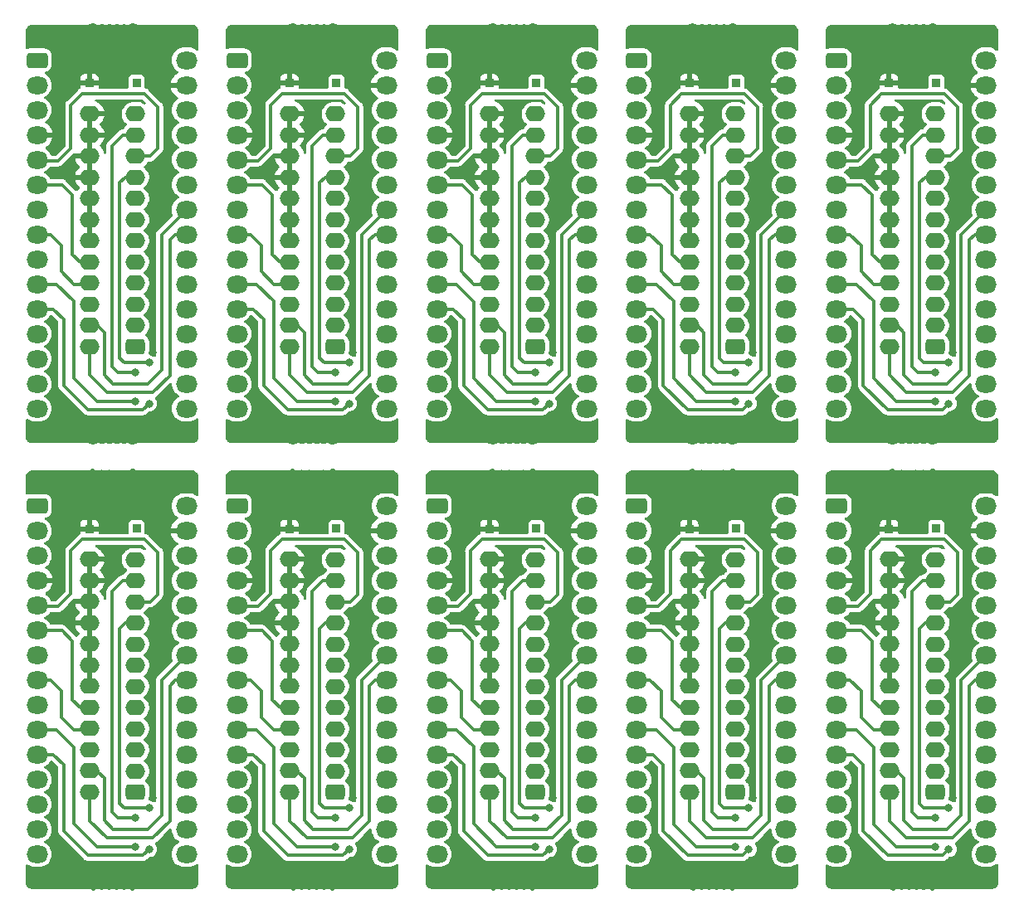
<source format=gbl>
G04 #@! TF.GenerationSoftware,KiCad,Pcbnew,6.0.1-79c1e3a40b~116~ubuntu20.04.1*
G04 #@! TF.CreationDate,2022-01-18T16:31:01+01:00*
G04 #@! TF.ProjectId,10xNano_GPIB,3130784e-616e-46f5-9f47-5049422e6b69,rev?*
G04 #@! TF.SameCoordinates,Original*
G04 #@! TF.FileFunction,Copper,L2,Bot*
G04 #@! TF.FilePolarity,Positive*
%FSLAX46Y46*%
G04 Gerber Fmt 4.6, Leading zero omitted, Abs format (unit mm)*
G04 Created by KiCad (PCBNEW 6.0.1-79c1e3a40b~116~ubuntu20.04.1) date 2022-01-18 16:31:01*
%MOMM*%
%LPD*%
G01*
G04 APERTURE LIST*
G04 Aperture macros list*
%AMRoundRect*
0 Rectangle with rounded corners*
0 $1 Rounding radius*
0 $2 $3 $4 $5 $6 $7 $8 $9 X,Y pos of 4 corners*
0 Add a 4 corners polygon primitive as box body*
4,1,4,$2,$3,$4,$5,$6,$7,$8,$9,$2,$3,0*
0 Add four circle primitives for the rounded corners*
1,1,$1+$1,$2,$3*
1,1,$1+$1,$4,$5*
1,1,$1+$1,$6,$7*
1,1,$1+$1,$8,$9*
0 Add four rect primitives between the rounded corners*
20,1,$1+$1,$2,$3,$4,$5,0*
20,1,$1+$1,$4,$5,$6,$7,0*
20,1,$1+$1,$6,$7,$8,$9,0*
20,1,$1+$1,$8,$9,$2,$3,0*%
G04 Aperture macros list end*
G04 #@! TA.AperFunction,ComponentPad*
%ADD10RoundRect,0.400000X0.600000X-0.400000X0.600000X0.400000X-0.600000X0.400000X-0.600000X-0.400000X0*%
G04 #@! TD*
G04 #@! TA.AperFunction,ComponentPad*
%ADD11O,2.000000X1.600000*%
G04 #@! TD*
G04 #@! TA.AperFunction,ComponentPad*
%ADD12R,0.850000X0.850000*%
G04 #@! TD*
G04 #@! TA.AperFunction,ComponentPad*
%ADD13RoundRect,0.400000X-0.700000X-0.400000X0.700000X-0.400000X0.700000X0.400000X-0.700000X0.400000X0*%
G04 #@! TD*
G04 #@! TA.AperFunction,ComponentPad*
%ADD14O,2.200000X1.800000*%
G04 #@! TD*
G04 #@! TA.AperFunction,ViaPad*
%ADD15C,0.800000*%
G04 #@! TD*
G04 #@! TA.AperFunction,Conductor*
%ADD16C,0.300000*%
G04 #@! TD*
G04 APERTURE END LIST*
D10*
X123160000Y-127619000D03*
D11*
X123160000Y-125460000D03*
X123160000Y-123301000D03*
X123160000Y-121142000D03*
X123160000Y-118983000D03*
X123160000Y-116824000D03*
X123160000Y-114665000D03*
X123160000Y-112506000D03*
X123160000Y-110347000D03*
X123160000Y-108188000D03*
X123160000Y-106029000D03*
X123160000Y-103870000D03*
X118480000Y-127594500D03*
X118480000Y-125435500D03*
X118480000Y-123276500D03*
X118480000Y-121117500D03*
X118480000Y-118958500D03*
X118480000Y-116799500D03*
X118480000Y-114640500D03*
X118480000Y-112481500D03*
X118480000Y-110322500D03*
X118480000Y-108163500D03*
X118480000Y-106004500D03*
X118480000Y-103845500D03*
D12*
X98030439Y-100729447D03*
D10*
X82340000Y-82119000D03*
D11*
X82340000Y-79960000D03*
X82340000Y-77801000D03*
X82340000Y-75642000D03*
X82340000Y-73483000D03*
X82340000Y-71324000D03*
X82340000Y-69165000D03*
X82340000Y-67006000D03*
X82340000Y-64847000D03*
X82340000Y-62688000D03*
X82340000Y-60529000D03*
X82340000Y-58370000D03*
X77660000Y-82094500D03*
X77660000Y-79935500D03*
X77660000Y-77776500D03*
X77660000Y-75617500D03*
X77660000Y-73458500D03*
X77660000Y-71299500D03*
X77660000Y-69140500D03*
X77660000Y-66981500D03*
X77660000Y-64822500D03*
X77660000Y-62663500D03*
X77660000Y-60504500D03*
X77660000Y-58345500D03*
D10*
X143540000Y-82119000D03*
D11*
X143540000Y-79960000D03*
X143540000Y-77801000D03*
X143540000Y-75642000D03*
X143540000Y-73483000D03*
X143540000Y-71324000D03*
X143540000Y-69165000D03*
X143540000Y-67006000D03*
X143540000Y-64847000D03*
X143540000Y-62688000D03*
X143540000Y-60529000D03*
X143540000Y-58370000D03*
X138860000Y-82094500D03*
X138860000Y-79935500D03*
X138860000Y-77776500D03*
X138860000Y-75617500D03*
X138860000Y-73458500D03*
X138860000Y-71299500D03*
X138860000Y-69140500D03*
X138860000Y-66981500D03*
X138860000Y-64822500D03*
X138860000Y-62663500D03*
X138860000Y-60504500D03*
X138860000Y-58345500D03*
D12*
X123240439Y-100669447D03*
X98030439Y-55229447D03*
X143640439Y-100669447D03*
X57230439Y-55229447D03*
D13*
X113090000Y-52880000D03*
D14*
X113090000Y-55420000D03*
X113090000Y-57960000D03*
X113090000Y-60500000D03*
X113090000Y-63040000D03*
X113090000Y-65580000D03*
X113090000Y-68120000D03*
X113090000Y-70660000D03*
X113090000Y-73200000D03*
X113090000Y-75740000D03*
X113090000Y-78280000D03*
X113090000Y-80820000D03*
X113090000Y-83360000D03*
X113090000Y-85900000D03*
X113090000Y-88440000D03*
X128330000Y-88440000D03*
X128330000Y-85900000D03*
X128330000Y-83360000D03*
X128330000Y-80820000D03*
X128330000Y-78280000D03*
X128330000Y-75740000D03*
X128330000Y-73200000D03*
X128330000Y-70660000D03*
X128330000Y-68120000D03*
X128330000Y-65580000D03*
X128330000Y-63040000D03*
X128330000Y-60500000D03*
X128330000Y-57960000D03*
X128330000Y-55420000D03*
X128330000Y-52880000D03*
D10*
X61940000Y-82119000D03*
D11*
X61940000Y-79960000D03*
X61940000Y-77801000D03*
X61940000Y-75642000D03*
X61940000Y-73483000D03*
X61940000Y-71324000D03*
X61940000Y-69165000D03*
X61940000Y-67006000D03*
X61940000Y-64847000D03*
X61940000Y-62688000D03*
X61940000Y-60529000D03*
X61940000Y-58370000D03*
X57260000Y-82094500D03*
X57260000Y-79935500D03*
X57260000Y-77776500D03*
X57260000Y-75617500D03*
X57260000Y-73458500D03*
X57260000Y-71299500D03*
X57260000Y-69140500D03*
X57260000Y-66981500D03*
X57260000Y-64822500D03*
X57260000Y-62663500D03*
X57260000Y-60504500D03*
X57260000Y-58345500D03*
D13*
X72290000Y-52880000D03*
D14*
X72290000Y-55420000D03*
X72290000Y-57960000D03*
X72290000Y-60500000D03*
X72290000Y-63040000D03*
X72290000Y-65580000D03*
X72290000Y-68120000D03*
X72290000Y-70660000D03*
X72290000Y-73200000D03*
X72290000Y-75740000D03*
X72290000Y-78280000D03*
X72290000Y-80820000D03*
X72290000Y-83360000D03*
X72290000Y-85900000D03*
X72290000Y-88440000D03*
X87530000Y-88440000D03*
X87530000Y-85900000D03*
X87530000Y-83360000D03*
X87530000Y-80820000D03*
X87530000Y-78280000D03*
X87530000Y-75740000D03*
X87530000Y-73200000D03*
X87530000Y-70660000D03*
X87530000Y-68120000D03*
X87530000Y-65580000D03*
X87530000Y-63040000D03*
X87530000Y-60500000D03*
X87530000Y-57960000D03*
X87530000Y-55420000D03*
X87530000Y-52880000D03*
D13*
X113090000Y-98380000D03*
D14*
X113090000Y-100920000D03*
X113090000Y-103460000D03*
X113090000Y-106000000D03*
X113090000Y-108540000D03*
X113090000Y-111080000D03*
X113090000Y-113620000D03*
X113090000Y-116160000D03*
X113090000Y-118700000D03*
X113090000Y-121240000D03*
X113090000Y-123780000D03*
X113090000Y-126320000D03*
X113090000Y-128860000D03*
X113090000Y-131400000D03*
X113090000Y-133940000D03*
X128330000Y-133940000D03*
X128330000Y-131400000D03*
X128330000Y-128860000D03*
X128330000Y-126320000D03*
X128330000Y-123780000D03*
X128330000Y-121240000D03*
X128330000Y-118700000D03*
X128330000Y-116160000D03*
X128330000Y-113620000D03*
X128330000Y-111080000D03*
X128330000Y-108540000D03*
X128330000Y-106000000D03*
X128330000Y-103460000D03*
X128330000Y-100920000D03*
X128330000Y-98380000D03*
D12*
X138830439Y-100729447D03*
D13*
X72290000Y-98380000D03*
D14*
X72290000Y-100920000D03*
X72290000Y-103460000D03*
X72290000Y-106000000D03*
X72290000Y-108540000D03*
X72290000Y-111080000D03*
X72290000Y-113620000D03*
X72290000Y-116160000D03*
X72290000Y-118700000D03*
X72290000Y-121240000D03*
X72290000Y-123780000D03*
X72290000Y-126320000D03*
X72290000Y-128860000D03*
X72290000Y-131400000D03*
X72290000Y-133940000D03*
X87530000Y-133940000D03*
X87530000Y-131400000D03*
X87530000Y-128860000D03*
X87530000Y-126320000D03*
X87530000Y-123780000D03*
X87530000Y-121240000D03*
X87530000Y-118700000D03*
X87530000Y-116160000D03*
X87530000Y-113620000D03*
X87530000Y-111080000D03*
X87530000Y-108540000D03*
X87530000Y-106000000D03*
X87530000Y-103460000D03*
X87530000Y-100920000D03*
X87530000Y-98380000D03*
D12*
X77630439Y-55229447D03*
D13*
X92690000Y-52880000D03*
D14*
X92690000Y-55420000D03*
X92690000Y-57960000D03*
X92690000Y-60500000D03*
X92690000Y-63040000D03*
X92690000Y-65580000D03*
X92690000Y-68120000D03*
X92690000Y-70660000D03*
X92690000Y-73200000D03*
X92690000Y-75740000D03*
X92690000Y-78280000D03*
X92690000Y-80820000D03*
X92690000Y-83360000D03*
X92690000Y-85900000D03*
X92690000Y-88440000D03*
X107930000Y-88440000D03*
X107930000Y-85900000D03*
X107930000Y-83360000D03*
X107930000Y-80820000D03*
X107930000Y-78280000D03*
X107930000Y-75740000D03*
X107930000Y-73200000D03*
X107930000Y-70660000D03*
X107930000Y-68120000D03*
X107930000Y-65580000D03*
X107930000Y-63040000D03*
X107930000Y-60500000D03*
X107930000Y-57960000D03*
X107930000Y-55420000D03*
X107930000Y-52880000D03*
D10*
X102740000Y-127619000D03*
D11*
X102740000Y-125460000D03*
X102740000Y-123301000D03*
X102740000Y-121142000D03*
X102740000Y-118983000D03*
X102740000Y-116824000D03*
X102740000Y-114665000D03*
X102740000Y-112506000D03*
X102740000Y-110347000D03*
X102740000Y-108188000D03*
X102740000Y-106029000D03*
X102740000Y-103870000D03*
X98060000Y-127594500D03*
X98060000Y-125435500D03*
X98060000Y-123276500D03*
X98060000Y-121117500D03*
X98060000Y-118958500D03*
X98060000Y-116799500D03*
X98060000Y-114640500D03*
X98060000Y-112481500D03*
X98060000Y-110322500D03*
X98060000Y-108163500D03*
X98060000Y-106004500D03*
X98060000Y-103845500D03*
D12*
X102840439Y-55169447D03*
X77630439Y-100729447D03*
X143640439Y-55169447D03*
X118430439Y-55229447D03*
D10*
X102740000Y-82119000D03*
D11*
X102740000Y-79960000D03*
X102740000Y-77801000D03*
X102740000Y-75642000D03*
X102740000Y-73483000D03*
X102740000Y-71324000D03*
X102740000Y-69165000D03*
X102740000Y-67006000D03*
X102740000Y-64847000D03*
X102740000Y-62688000D03*
X102740000Y-60529000D03*
X102740000Y-58370000D03*
X98060000Y-82094500D03*
X98060000Y-79935500D03*
X98060000Y-77776500D03*
X98060000Y-75617500D03*
X98060000Y-73458500D03*
X98060000Y-71299500D03*
X98060000Y-69140500D03*
X98060000Y-66981500D03*
X98060000Y-64822500D03*
X98060000Y-62663500D03*
X98060000Y-60504500D03*
X98060000Y-58345500D03*
D13*
X133490000Y-52880000D03*
D14*
X133490000Y-55420000D03*
X133490000Y-57960000D03*
X133490000Y-60500000D03*
X133490000Y-63040000D03*
X133490000Y-65580000D03*
X133490000Y-68120000D03*
X133490000Y-70660000D03*
X133490000Y-73200000D03*
X133490000Y-75740000D03*
X133490000Y-78280000D03*
X133490000Y-80820000D03*
X133490000Y-83360000D03*
X133490000Y-85900000D03*
X133490000Y-88440000D03*
X148730000Y-88440000D03*
X148730000Y-85900000D03*
X148730000Y-83360000D03*
X148730000Y-80820000D03*
X148730000Y-78280000D03*
X148730000Y-75740000D03*
X148730000Y-73200000D03*
X148730000Y-70660000D03*
X148730000Y-68120000D03*
X148730000Y-65580000D03*
X148730000Y-63040000D03*
X148730000Y-60500000D03*
X148730000Y-57960000D03*
X148730000Y-55420000D03*
X148730000Y-52880000D03*
D12*
X138830439Y-55229447D03*
D13*
X92690000Y-98380000D03*
D14*
X92690000Y-100920000D03*
X92690000Y-103460000D03*
X92690000Y-106000000D03*
X92690000Y-108540000D03*
X92690000Y-111080000D03*
X92690000Y-113620000D03*
X92690000Y-116160000D03*
X92690000Y-118700000D03*
X92690000Y-121240000D03*
X92690000Y-123780000D03*
X92690000Y-126320000D03*
X92690000Y-128860000D03*
X92690000Y-131400000D03*
X92690000Y-133940000D03*
X107930000Y-133940000D03*
X107930000Y-131400000D03*
X107930000Y-128860000D03*
X107930000Y-126320000D03*
X107930000Y-123780000D03*
X107930000Y-121240000D03*
X107930000Y-118700000D03*
X107930000Y-116160000D03*
X107930000Y-113620000D03*
X107930000Y-111080000D03*
X107930000Y-108540000D03*
X107930000Y-106000000D03*
X107930000Y-103460000D03*
X107930000Y-100920000D03*
X107930000Y-98380000D03*
D12*
X82440439Y-55169447D03*
D10*
X82340000Y-127619000D03*
D11*
X82340000Y-125460000D03*
X82340000Y-123301000D03*
X82340000Y-121142000D03*
X82340000Y-118983000D03*
X82340000Y-116824000D03*
X82340000Y-114665000D03*
X82340000Y-112506000D03*
X82340000Y-110347000D03*
X82340000Y-108188000D03*
X82340000Y-106029000D03*
X82340000Y-103870000D03*
X77660000Y-127594500D03*
X77660000Y-125435500D03*
X77660000Y-123276500D03*
X77660000Y-121117500D03*
X77660000Y-118958500D03*
X77660000Y-116799500D03*
X77660000Y-114640500D03*
X77660000Y-112481500D03*
X77660000Y-110322500D03*
X77660000Y-108163500D03*
X77660000Y-106004500D03*
X77660000Y-103845500D03*
D12*
X62040439Y-100669447D03*
D13*
X133490000Y-98380000D03*
D14*
X133490000Y-100920000D03*
X133490000Y-103460000D03*
X133490000Y-106000000D03*
X133490000Y-108540000D03*
X133490000Y-111080000D03*
X133490000Y-113620000D03*
X133490000Y-116160000D03*
X133490000Y-118700000D03*
X133490000Y-121240000D03*
X133490000Y-123780000D03*
X133490000Y-126320000D03*
X133490000Y-128860000D03*
X133490000Y-131400000D03*
X133490000Y-133940000D03*
X148730000Y-133940000D03*
X148730000Y-131400000D03*
X148730000Y-128860000D03*
X148730000Y-126320000D03*
X148730000Y-123780000D03*
X148730000Y-121240000D03*
X148730000Y-118700000D03*
X148730000Y-116160000D03*
X148730000Y-113620000D03*
X148730000Y-111080000D03*
X148730000Y-108540000D03*
X148730000Y-106000000D03*
X148730000Y-103460000D03*
X148730000Y-100920000D03*
X148730000Y-98380000D03*
D12*
X82440439Y-100669447D03*
X57230439Y-100729447D03*
D13*
X51890000Y-98380000D03*
D14*
X51890000Y-100920000D03*
X51890000Y-103460000D03*
X51890000Y-106000000D03*
X51890000Y-108540000D03*
X51890000Y-111080000D03*
X51890000Y-113620000D03*
X51890000Y-116160000D03*
X51890000Y-118700000D03*
X51890000Y-121240000D03*
X51890000Y-123780000D03*
X51890000Y-126320000D03*
X51890000Y-128860000D03*
X51890000Y-131400000D03*
X51890000Y-133940000D03*
X67130000Y-133940000D03*
X67130000Y-131400000D03*
X67130000Y-128860000D03*
X67130000Y-126320000D03*
X67130000Y-123780000D03*
X67130000Y-121240000D03*
X67130000Y-118700000D03*
X67130000Y-116160000D03*
X67130000Y-113620000D03*
X67130000Y-111080000D03*
X67130000Y-108540000D03*
X67130000Y-106000000D03*
X67130000Y-103460000D03*
X67130000Y-100920000D03*
X67130000Y-98380000D03*
D12*
X62040439Y-55169447D03*
D13*
X51890000Y-52880000D03*
D14*
X51890000Y-55420000D03*
X51890000Y-57960000D03*
X51890000Y-60500000D03*
X51890000Y-63040000D03*
X51890000Y-65580000D03*
X51890000Y-68120000D03*
X51890000Y-70660000D03*
X51890000Y-73200000D03*
X51890000Y-75740000D03*
X51890000Y-78280000D03*
X51890000Y-80820000D03*
X51890000Y-83360000D03*
X51890000Y-85900000D03*
X51890000Y-88440000D03*
X67130000Y-88440000D03*
X67130000Y-85900000D03*
X67130000Y-83360000D03*
X67130000Y-80820000D03*
X67130000Y-78280000D03*
X67130000Y-75740000D03*
X67130000Y-73200000D03*
X67130000Y-70660000D03*
X67130000Y-68120000D03*
X67130000Y-65580000D03*
X67130000Y-63040000D03*
X67130000Y-60500000D03*
X67130000Y-57960000D03*
X67130000Y-55420000D03*
X67130000Y-52880000D03*
D10*
X143570000Y-127609000D03*
D11*
X143570000Y-125450000D03*
X143570000Y-123291000D03*
X143570000Y-121132000D03*
X143570000Y-118973000D03*
X143570000Y-116814000D03*
X143570000Y-114655000D03*
X143570000Y-112496000D03*
X143570000Y-110337000D03*
X143570000Y-108178000D03*
X143570000Y-106019000D03*
X143570000Y-103860000D03*
X138890000Y-127584500D03*
X138890000Y-125425500D03*
X138890000Y-123266500D03*
X138890000Y-121107500D03*
X138890000Y-118948500D03*
X138890000Y-116789500D03*
X138890000Y-114630500D03*
X138890000Y-112471500D03*
X138890000Y-110312500D03*
X138890000Y-108153500D03*
X138890000Y-105994500D03*
X138890000Y-103835500D03*
D12*
X123240439Y-55169447D03*
X102840439Y-100669447D03*
D10*
X123140000Y-82119000D03*
D11*
X123140000Y-79960000D03*
X123140000Y-77801000D03*
X123140000Y-75642000D03*
X123140000Y-73483000D03*
X123140000Y-71324000D03*
X123140000Y-69165000D03*
X123140000Y-67006000D03*
X123140000Y-64847000D03*
X123140000Y-62688000D03*
X123140000Y-60529000D03*
X123140000Y-58370000D03*
X118460000Y-82094500D03*
X118460000Y-79935500D03*
X118460000Y-77776500D03*
X118460000Y-75617500D03*
X118460000Y-73458500D03*
X118460000Y-71299500D03*
X118460000Y-69140500D03*
X118460000Y-66981500D03*
X118460000Y-64822500D03*
X118460000Y-62663500D03*
X118460000Y-60504500D03*
X118460000Y-58345500D03*
D12*
X118430439Y-100729447D03*
D10*
X61940000Y-127619000D03*
D11*
X61940000Y-125460000D03*
X61940000Y-123301000D03*
X61940000Y-121142000D03*
X61940000Y-118983000D03*
X61940000Y-116824000D03*
X61940000Y-114665000D03*
X61940000Y-112506000D03*
X61940000Y-110347000D03*
X61940000Y-108188000D03*
X61940000Y-106029000D03*
X61940000Y-103870000D03*
X57260000Y-127594500D03*
X57260000Y-125435500D03*
X57260000Y-123276500D03*
X57260000Y-121117500D03*
X57260000Y-118958500D03*
X57260000Y-116799500D03*
X57260000Y-114640500D03*
X57260000Y-112481500D03*
X57260000Y-110322500D03*
X57260000Y-108163500D03*
X57260000Y-106004500D03*
X57260000Y-103845500D03*
D15*
X133560000Y-136330000D03*
X72280000Y-50620000D03*
X148630000Y-50580000D03*
X92680000Y-50620000D03*
X105522000Y-133857000D03*
X128210000Y-96020000D03*
X51860000Y-96060000D03*
X135090439Y-125189447D03*
X53490439Y-125189447D03*
X67010000Y-96020000D03*
X92660000Y-96060000D03*
X128450000Y-90880000D03*
X94290439Y-79689447D03*
X63730439Y-82699447D03*
X72500000Y-90920000D03*
X125922000Y-88357000D03*
X72360000Y-136330000D03*
X146322000Y-133857000D03*
X94290439Y-125189447D03*
X148710000Y-136290000D03*
X64722000Y-88357000D03*
X104530439Y-82699447D03*
X125922000Y-133857000D03*
X67110000Y-136290000D03*
X135090439Y-79689447D03*
X145330439Y-82699447D03*
X107910000Y-136290000D03*
X114690439Y-125189447D03*
X113060000Y-96060000D03*
X87410000Y-96020000D03*
X107830000Y-50580000D03*
X67030000Y-50580000D03*
X87430000Y-50580000D03*
X73890439Y-125189447D03*
X124930439Y-128199447D03*
X84130439Y-128199447D03*
X72260000Y-96060000D03*
X87510000Y-136290000D03*
X148610000Y-96020000D03*
X148850000Y-90880000D03*
X133700000Y-90920000D03*
X51960000Y-136330000D03*
X87650000Y-90880000D03*
X92760000Y-136330000D03*
X104530439Y-128199447D03*
X52100000Y-90920000D03*
X113300000Y-90920000D03*
X85122000Y-88357000D03*
X107810000Y-96020000D03*
X133480000Y-50620000D03*
X113080000Y-50620000D03*
X124930439Y-82699447D03*
X84130439Y-82699447D03*
X51880000Y-50620000D03*
X63730439Y-128199447D03*
X73890439Y-79689447D03*
X67250000Y-90880000D03*
X113160000Y-136330000D03*
X105522000Y-88357000D03*
X146322000Y-88357000D03*
X145330439Y-128199447D03*
X128310000Y-136290000D03*
X85122000Y-133857000D03*
X114690439Y-79689447D03*
X133460000Y-96060000D03*
X128230000Y-50580000D03*
X108050000Y-90880000D03*
X92900000Y-90920000D03*
X64722000Y-133857000D03*
X53490439Y-79689447D03*
X61923000Y-130257000D03*
X82323000Y-130257000D03*
X82323000Y-133178000D03*
X123123000Y-87678000D03*
X143523000Y-84757000D03*
X61923000Y-84757000D03*
X102723000Y-84757000D03*
X143523000Y-87678000D03*
X143523000Y-133178000D03*
X123123000Y-84757000D03*
X143523000Y-130257000D03*
X102723000Y-87678000D03*
X123123000Y-130257000D03*
X82323000Y-87678000D03*
X61923000Y-133178000D03*
X123123000Y-133178000D03*
X102723000Y-133178000D03*
X61923000Y-87678000D03*
X102723000Y-130257000D03*
X82323000Y-84757000D03*
X104120000Y-129241000D03*
X144920000Y-133432000D03*
X104120000Y-83741000D03*
X83720000Y-87932000D03*
X124520000Y-83741000D03*
X83720000Y-133432000D03*
X144920000Y-87932000D03*
X124520000Y-133432000D03*
X144920000Y-129241000D03*
X63320000Y-83741000D03*
X104120000Y-87932000D03*
X63320000Y-87932000D03*
X63320000Y-133432000D03*
X124520000Y-87932000D03*
X144920000Y-83741000D03*
X83720000Y-83741000D03*
X104120000Y-133432000D03*
X63320000Y-129241000D03*
X124520000Y-129241000D03*
X83720000Y-129241000D03*
D16*
X77636700Y-106012700D02*
X77636700Y-116909300D01*
X77636700Y-71409300D02*
X77624000Y-71422000D01*
X77636700Y-60512700D02*
X77636700Y-71409300D01*
X118436700Y-71409300D02*
X118424000Y-71422000D01*
X57236700Y-116909300D02*
X57224000Y-116922000D01*
X138836700Y-116909300D02*
X138824000Y-116922000D01*
X98036700Y-71409300D02*
X98024000Y-71422000D01*
X118436700Y-60512700D02*
X118436700Y-71409300D01*
X57236700Y-106012700D02*
X57236700Y-116909300D01*
X98036700Y-106012700D02*
X98036700Y-116909300D01*
X98036700Y-60512700D02*
X98036700Y-71409300D01*
X57236700Y-60512700D02*
X57236700Y-71409300D01*
X57236700Y-71409300D02*
X57224000Y-71422000D01*
X138836700Y-106012700D02*
X138836700Y-116909300D01*
X98036700Y-116909300D02*
X98024000Y-116922000D01*
X118436700Y-116909300D02*
X118424000Y-116922000D01*
X138836700Y-60512700D02*
X138836700Y-71409300D01*
X118436700Y-106012700D02*
X118436700Y-116909300D01*
X77636700Y-116909300D02*
X77624000Y-116922000D01*
X138836700Y-71409300D02*
X138824000Y-71422000D01*
X136919000Y-107397000D02*
X135649000Y-108667000D01*
X125412000Y-103147000D02*
X124074000Y-101809000D01*
X116519000Y-107397000D02*
X115249000Y-108667000D01*
X116519000Y-61897000D02*
X115249000Y-63167000D01*
X135649000Y-108667000D02*
X133490000Y-108667000D01*
X83274000Y-101809000D02*
X76862000Y-101809000D01*
X74449000Y-63167000D02*
X72290000Y-63167000D01*
X105012000Y-61907000D02*
X105012000Y-57647000D01*
X96119000Y-57452000D02*
X96119000Y-61897000D01*
X145047300Y-62671700D02*
X145812000Y-61907000D01*
X117662000Y-101809000D02*
X116519000Y-102952000D01*
X83847300Y-62671700D02*
X84612000Y-61907000D01*
X54049000Y-108667000D02*
X51890000Y-108667000D01*
X82437300Y-62671700D02*
X83847300Y-62671700D01*
X124647300Y-62671700D02*
X125412000Y-61907000D01*
X124074000Y-101809000D02*
X117662000Y-101809000D01*
X97262000Y-101809000D02*
X96119000Y-102952000D01*
X102837300Y-108171700D02*
X104247300Y-108171700D01*
X56462000Y-101809000D02*
X55319000Y-102952000D01*
X76862000Y-56309000D02*
X75719000Y-57452000D01*
X55319000Y-57452000D02*
X55319000Y-61897000D01*
X54049000Y-63167000D02*
X51890000Y-63167000D01*
X125412000Y-61907000D02*
X125412000Y-57647000D01*
X124647300Y-108171700D02*
X125412000Y-107407000D01*
X135649000Y-63167000D02*
X133490000Y-63167000D01*
X64212000Y-107407000D02*
X64212000Y-103147000D01*
X138062000Y-101809000D02*
X136919000Y-102952000D01*
X62037300Y-62671700D02*
X63447300Y-62671700D01*
X125412000Y-107407000D02*
X125412000Y-103147000D01*
X145812000Y-57647000D02*
X144474000Y-56309000D01*
X63447300Y-62671700D02*
X64212000Y-61907000D01*
X97262000Y-56309000D02*
X96119000Y-57452000D01*
X75719000Y-107397000D02*
X74449000Y-108667000D01*
X75719000Y-57452000D02*
X75719000Y-61897000D01*
X62874000Y-101809000D02*
X56462000Y-101809000D01*
X117662000Y-56309000D02*
X116519000Y-57452000D01*
X83274000Y-56309000D02*
X76862000Y-56309000D01*
X56462000Y-56309000D02*
X55319000Y-57452000D01*
X84612000Y-103147000D02*
X83274000Y-101809000D01*
X102837300Y-62671700D02*
X104247300Y-62671700D01*
X75719000Y-61897000D02*
X74449000Y-63167000D01*
X94849000Y-63167000D02*
X92690000Y-63167000D01*
X143637300Y-108171700D02*
X145047300Y-108171700D01*
X136919000Y-61897000D02*
X135649000Y-63167000D01*
X74449000Y-108667000D02*
X72290000Y-108667000D01*
X145812000Y-61907000D02*
X145812000Y-57647000D01*
X64212000Y-61907000D02*
X64212000Y-57647000D01*
X136919000Y-102952000D02*
X136919000Y-107397000D01*
X104247300Y-108171700D02*
X105012000Y-107407000D01*
X145812000Y-107407000D02*
X145812000Y-103147000D01*
X105012000Y-57647000D02*
X103674000Y-56309000D01*
X138062000Y-56309000D02*
X136919000Y-57452000D01*
X105012000Y-103147000D02*
X103674000Y-101809000D01*
X75719000Y-102952000D02*
X75719000Y-107397000D01*
X115249000Y-108667000D02*
X113090000Y-108667000D01*
X143637300Y-62671700D02*
X145047300Y-62671700D01*
X144474000Y-101809000D02*
X138062000Y-101809000D01*
X104247300Y-62671700D02*
X105012000Y-61907000D01*
X124074000Y-56309000D02*
X117662000Y-56309000D01*
X64212000Y-103147000D02*
X62874000Y-101809000D01*
X103674000Y-56309000D02*
X97262000Y-56309000D01*
X84612000Y-57647000D02*
X83274000Y-56309000D01*
X115249000Y-63167000D02*
X113090000Y-63167000D01*
X96119000Y-107397000D02*
X94849000Y-108667000D01*
X96119000Y-102952000D02*
X96119000Y-107397000D01*
X62874000Y-56309000D02*
X56462000Y-56309000D01*
X63447300Y-108171700D02*
X64212000Y-107407000D01*
X96119000Y-61897000D02*
X94849000Y-63167000D01*
X144474000Y-56309000D02*
X138062000Y-56309000D01*
X116519000Y-102952000D02*
X116519000Y-107397000D01*
X62037300Y-108171700D02*
X63447300Y-108171700D01*
X145047300Y-108171700D02*
X145812000Y-107407000D01*
X125412000Y-57647000D02*
X124074000Y-56309000D01*
X103674000Y-101809000D02*
X97262000Y-101809000D01*
X94849000Y-108667000D02*
X92690000Y-108667000D01*
X84612000Y-107407000D02*
X84612000Y-103147000D01*
X123237300Y-62671700D02*
X124647300Y-62671700D01*
X55319000Y-107397000D02*
X54049000Y-108667000D01*
X76862000Y-101809000D02*
X75719000Y-102952000D01*
X55319000Y-61897000D02*
X54049000Y-63167000D01*
X64212000Y-57647000D02*
X62874000Y-56309000D01*
X55319000Y-102952000D02*
X55319000Y-107397000D01*
X136919000Y-57452000D02*
X136919000Y-61897000D01*
X123237300Y-108171700D02*
X124647300Y-108171700D01*
X83847300Y-108171700D02*
X84612000Y-107407000D01*
X116519000Y-57452000D02*
X116519000Y-61897000D01*
X145812000Y-103147000D02*
X144474000Y-101809000D01*
X105012000Y-107407000D02*
X105012000Y-103147000D01*
X82437300Y-108171700D02*
X83847300Y-108171700D01*
X84612000Y-61907000D02*
X84612000Y-57647000D01*
X97186000Y-73581000D02*
X98024000Y-73581000D01*
X96312000Y-72707000D02*
X97186000Y-73581000D01*
X137112000Y-66662000D02*
X137112000Y-72707000D01*
X75912000Y-72707000D02*
X76786000Y-73581000D01*
X116712000Y-72707000D02*
X117586000Y-73581000D01*
X116712000Y-118207000D02*
X117586000Y-119081000D01*
X136030000Y-111080000D02*
X137112000Y-112162000D01*
X76786000Y-73581000D02*
X77624000Y-73581000D01*
X51890000Y-65580000D02*
X54430000Y-65580000D01*
X75912000Y-118207000D02*
X76786000Y-119081000D01*
X115630000Y-65580000D02*
X116712000Y-66662000D01*
X75912000Y-66662000D02*
X75912000Y-72707000D01*
X56386000Y-73581000D02*
X57224000Y-73581000D01*
X96312000Y-118207000D02*
X97186000Y-119081000D01*
X56386000Y-119081000D02*
X57224000Y-119081000D01*
X95230000Y-111080000D02*
X96312000Y-112162000D01*
X92690000Y-65580000D02*
X95230000Y-65580000D01*
X74830000Y-65580000D02*
X75912000Y-66662000D01*
X116712000Y-112162000D02*
X116712000Y-118207000D01*
X117586000Y-119081000D02*
X118424000Y-119081000D01*
X55512000Y-118207000D02*
X56386000Y-119081000D01*
X96312000Y-66662000D02*
X96312000Y-72707000D01*
X74830000Y-111080000D02*
X75912000Y-112162000D01*
X137986000Y-119081000D02*
X138824000Y-119081000D01*
X113090000Y-111080000D02*
X115630000Y-111080000D01*
X72290000Y-111080000D02*
X74830000Y-111080000D01*
X113090000Y-65580000D02*
X115630000Y-65580000D01*
X55512000Y-66662000D02*
X55512000Y-72707000D01*
X76786000Y-119081000D02*
X77624000Y-119081000D01*
X137112000Y-112162000D02*
X137112000Y-118207000D01*
X75912000Y-112162000D02*
X75912000Y-118207000D01*
X117586000Y-73581000D02*
X118424000Y-73581000D01*
X115630000Y-111080000D02*
X116712000Y-112162000D01*
X137112000Y-118207000D02*
X137986000Y-119081000D01*
X97186000Y-119081000D02*
X98024000Y-119081000D01*
X54430000Y-65580000D02*
X55512000Y-66662000D01*
X137112000Y-72707000D02*
X137986000Y-73581000D01*
X137986000Y-73581000D02*
X138824000Y-73581000D01*
X96312000Y-112162000D02*
X96312000Y-118207000D01*
X133490000Y-65580000D02*
X136030000Y-65580000D01*
X51890000Y-111080000D02*
X54430000Y-111080000D01*
X55512000Y-112162000D02*
X55512000Y-118207000D01*
X95230000Y-65580000D02*
X96312000Y-66662000D01*
X92690000Y-111080000D02*
X95230000Y-111080000D01*
X55512000Y-72707000D02*
X56386000Y-73581000D01*
X54430000Y-111080000D02*
X55512000Y-112162000D01*
X136030000Y-65580000D02*
X137112000Y-66662000D01*
X72290000Y-65580000D02*
X74830000Y-65580000D01*
X116712000Y-66662000D02*
X116712000Y-72707000D01*
X133490000Y-111080000D02*
X136030000Y-111080000D01*
X116885000Y-121240000D02*
X118297000Y-121240000D01*
X76085000Y-75740000D02*
X77497000Y-75740000D01*
X95192000Y-119947000D02*
X96485000Y-121240000D01*
X72290000Y-116160000D02*
X73645000Y-116160000D01*
X73645000Y-70660000D02*
X74792000Y-71807000D01*
X54392000Y-71807000D02*
X54392000Y-74447000D01*
X115592000Y-117307000D02*
X115592000Y-119947000D01*
X134845000Y-116160000D02*
X135992000Y-117307000D01*
X74792000Y-74447000D02*
X76085000Y-75740000D01*
X135992000Y-74447000D02*
X137285000Y-75740000D01*
X92690000Y-116160000D02*
X94045000Y-116160000D01*
X114445000Y-70660000D02*
X115592000Y-71807000D01*
X137285000Y-75740000D02*
X138697000Y-75740000D01*
X137285000Y-121240000D02*
X138697000Y-121240000D01*
X116885000Y-75740000D02*
X118297000Y-75740000D01*
X95192000Y-117307000D02*
X95192000Y-119947000D01*
X55685000Y-121240000D02*
X57097000Y-121240000D01*
X95192000Y-71807000D02*
X95192000Y-74447000D01*
X113090000Y-70660000D02*
X114445000Y-70660000D01*
X113090000Y-116160000D02*
X114445000Y-116160000D01*
X95192000Y-74447000D02*
X96485000Y-75740000D01*
X94045000Y-116160000D02*
X95192000Y-117307000D01*
X94045000Y-70660000D02*
X95192000Y-71807000D01*
X96485000Y-75740000D02*
X97897000Y-75740000D01*
X53245000Y-116160000D02*
X54392000Y-117307000D01*
X55685000Y-75740000D02*
X57097000Y-75740000D01*
X73645000Y-116160000D02*
X74792000Y-117307000D01*
X54392000Y-74447000D02*
X55685000Y-75740000D01*
X114445000Y-116160000D02*
X115592000Y-117307000D01*
X134845000Y-70660000D02*
X135992000Y-71807000D01*
X51890000Y-116160000D02*
X53245000Y-116160000D01*
X115592000Y-71807000D02*
X115592000Y-74447000D01*
X135992000Y-119947000D02*
X137285000Y-121240000D01*
X135992000Y-117307000D02*
X135992000Y-119947000D01*
X74792000Y-71807000D02*
X74792000Y-74447000D01*
X92690000Y-70660000D02*
X94045000Y-70660000D01*
X53245000Y-70660000D02*
X54392000Y-71807000D01*
X72290000Y-70660000D02*
X73645000Y-70660000D01*
X96485000Y-121240000D02*
X97897000Y-121240000D01*
X54392000Y-117307000D02*
X54392000Y-119947000D01*
X74792000Y-117307000D02*
X74792000Y-119947000D01*
X115592000Y-119947000D02*
X116885000Y-121240000D01*
X76085000Y-121240000D02*
X77497000Y-121240000D01*
X135992000Y-71807000D02*
X135992000Y-74447000D01*
X115592000Y-74447000D02*
X116885000Y-75740000D01*
X54392000Y-119947000D02*
X55685000Y-121240000D01*
X74792000Y-119947000D02*
X76085000Y-121240000D01*
X133490000Y-116160000D02*
X134845000Y-116160000D01*
X51890000Y-70660000D02*
X53245000Y-70660000D01*
X133490000Y-70660000D02*
X134845000Y-70660000D01*
X137260000Y-130855000D02*
X137260000Y-122995000D01*
X76070000Y-77505000D02*
X74305000Y-75740000D01*
X61923000Y-130257000D02*
X60145000Y-130257000D01*
X55670000Y-85365000D02*
X55670000Y-77505000D01*
X100945000Y-84757000D02*
X100330439Y-84142439D01*
X102723000Y-130257000D02*
X100945000Y-130257000D01*
X121853000Y-106000000D02*
X123123000Y-106000000D01*
X100945000Y-130257000D02*
X100330439Y-129642439D01*
X120730439Y-129642439D02*
X120730439Y-107122561D01*
X74305000Y-121240000D02*
X72290000Y-121240000D01*
X141130439Y-84142439D02*
X141130439Y-61622561D01*
X59530439Y-61622561D02*
X60653000Y-60500000D01*
X98783000Y-133178000D02*
X96440000Y-130835000D01*
X60145000Y-130257000D02*
X59530439Y-129642439D01*
X115105000Y-121240000D02*
X113090000Y-121240000D01*
X94705000Y-121240000D02*
X92690000Y-121240000D01*
X80545000Y-130257000D02*
X79930439Y-129642439D01*
X100330439Y-84142439D02*
X100330439Y-61622561D01*
X123123000Y-133178000D02*
X119183000Y-133178000D01*
X135505000Y-75740000D02*
X133490000Y-75740000D01*
X115105000Y-75740000D02*
X113090000Y-75740000D01*
X82323000Y-87678000D02*
X78383000Y-87678000D01*
X101453000Y-106000000D02*
X102723000Y-106000000D01*
X137270000Y-77505000D02*
X135505000Y-75740000D01*
X141130439Y-107122561D02*
X142253000Y-106000000D01*
X81053000Y-106000000D02*
X82323000Y-106000000D01*
X61923000Y-133178000D02*
X57983000Y-133178000D01*
X120730439Y-84142439D02*
X120730439Y-61622561D01*
X141130439Y-129642439D02*
X141130439Y-107122561D01*
X59530439Y-84142439D02*
X59530439Y-61622561D01*
X123123000Y-130257000D02*
X121345000Y-130257000D01*
X139583000Y-133178000D02*
X137260000Y-130855000D01*
X101453000Y-60500000D02*
X102723000Y-60500000D01*
X96480000Y-77515000D02*
X94705000Y-75740000D01*
X116870000Y-130865000D02*
X116870000Y-123005000D01*
X94705000Y-75740000D02*
X92690000Y-75740000D01*
X55670000Y-77505000D02*
X53905000Y-75740000D01*
X141130439Y-61622561D02*
X142253000Y-60500000D01*
X121853000Y-60500000D02*
X123123000Y-60500000D01*
X53905000Y-75740000D02*
X51890000Y-75740000D01*
X98783000Y-87678000D02*
X96480000Y-85375000D01*
X100330439Y-129642439D02*
X100330439Y-107122561D01*
X60653000Y-60500000D02*
X61923000Y-60500000D01*
X102723000Y-87678000D02*
X98783000Y-87678000D01*
X135505000Y-121240000D02*
X133490000Y-121240000D01*
X116870000Y-77505000D02*
X115105000Y-75740000D01*
X60653000Y-106000000D02*
X61923000Y-106000000D01*
X78383000Y-133178000D02*
X76050000Y-130845000D01*
X55650000Y-130845000D02*
X55650000Y-122985000D01*
X116870000Y-123005000D02*
X115105000Y-121240000D01*
X139583000Y-87678000D02*
X137270000Y-85365000D01*
X121345000Y-84757000D02*
X120730439Y-84142439D01*
X59530439Y-107122561D02*
X60653000Y-106000000D01*
X82323000Y-133178000D02*
X78383000Y-133178000D01*
X100330439Y-61622561D02*
X101453000Y-60500000D01*
X123123000Y-87678000D02*
X119183000Y-87678000D01*
X142253000Y-106000000D02*
X143523000Y-106000000D01*
X120730439Y-61622561D02*
X121853000Y-60500000D01*
X74305000Y-75740000D02*
X72290000Y-75740000D01*
X61923000Y-84757000D02*
X60145000Y-84757000D01*
X78383000Y-87678000D02*
X76070000Y-85365000D01*
X57983000Y-133178000D02*
X55650000Y-130845000D01*
X79930439Y-61622561D02*
X81053000Y-60500000D01*
X57983000Y-87678000D02*
X55670000Y-85365000D01*
X96480000Y-85375000D02*
X96480000Y-77515000D01*
X76050000Y-122985000D02*
X74305000Y-121240000D01*
X79930439Y-107122561D02*
X81053000Y-106000000D01*
X143523000Y-84757000D02*
X141745000Y-84757000D01*
X119183000Y-87678000D02*
X116870000Y-85365000D01*
X79930439Y-84142439D02*
X79930439Y-61622561D01*
X60145000Y-84757000D02*
X59530439Y-84142439D01*
X121345000Y-130257000D02*
X120730439Y-129642439D01*
X53905000Y-121240000D02*
X51890000Y-121240000D01*
X59530439Y-129642439D02*
X59530439Y-107122561D01*
X82323000Y-130257000D02*
X80545000Y-130257000D01*
X96440000Y-130835000D02*
X96440000Y-122975000D01*
X143523000Y-87678000D02*
X139583000Y-87678000D01*
X61923000Y-87678000D02*
X57983000Y-87678000D01*
X120730439Y-107122561D02*
X121853000Y-106000000D01*
X123123000Y-84757000D02*
X121345000Y-84757000D01*
X119183000Y-133178000D02*
X116870000Y-130865000D01*
X141745000Y-84757000D02*
X141130439Y-84142439D01*
X143523000Y-130257000D02*
X141745000Y-130257000D01*
X102723000Y-84757000D02*
X100945000Y-84757000D01*
X102723000Y-133178000D02*
X98783000Y-133178000D01*
X142253000Y-60500000D02*
X143523000Y-60500000D01*
X96440000Y-122975000D02*
X94705000Y-121240000D01*
X81053000Y-60500000D02*
X82323000Y-60500000D01*
X116870000Y-85365000D02*
X116870000Y-77505000D01*
X76050000Y-130845000D02*
X76050000Y-122985000D01*
X143523000Y-133178000D02*
X139583000Y-133178000D01*
X55650000Y-122985000D02*
X53905000Y-121240000D01*
X79930439Y-129642439D02*
X79930439Y-107122561D01*
X80545000Y-84757000D02*
X79930439Y-84142439D01*
X100330439Y-107122561D02*
X101453000Y-106000000D01*
X141745000Y-130257000D02*
X141130439Y-129642439D01*
X76070000Y-85365000D02*
X76070000Y-77505000D01*
X82323000Y-84757000D02*
X80545000Y-84757000D01*
X137270000Y-85365000D02*
X137270000Y-77505000D01*
X137260000Y-122995000D02*
X135505000Y-121240000D01*
X75002000Y-124817000D02*
X73965000Y-123780000D01*
X80742000Y-65383000D02*
X81307000Y-64818000D01*
X53565000Y-78280000D02*
X51890000Y-78280000D01*
X60907000Y-110318000D02*
X61923000Y-110318000D01*
X118297000Y-134067000D02*
X115802000Y-131572000D01*
X144920000Y-83741000D02*
X142380000Y-83741000D01*
X54602000Y-131572000D02*
X54602000Y-124817000D01*
X53565000Y-123780000D02*
X51890000Y-123780000D01*
X60780000Y-83741000D02*
X60342000Y-83303000D01*
X101142000Y-65383000D02*
X101707000Y-64818000D01*
X122107000Y-64818000D02*
X123123000Y-64818000D01*
X101142000Y-110883000D02*
X101707000Y-110318000D01*
X57097000Y-88567000D02*
X54602000Y-86072000D01*
X104120000Y-129241000D02*
X101580000Y-129241000D01*
X75002000Y-79317000D02*
X73965000Y-78280000D01*
X101142000Y-83303000D02*
X101142000Y-65383000D01*
X101580000Y-129241000D02*
X101142000Y-128803000D01*
X83720000Y-83741000D02*
X81180000Y-83741000D01*
X115802000Y-86072000D02*
X115802000Y-79317000D01*
X114765000Y-78280000D02*
X113090000Y-78280000D01*
X144285000Y-134067000D02*
X138697000Y-134067000D01*
X83720000Y-129241000D02*
X81180000Y-129241000D01*
X115802000Y-79317000D02*
X114765000Y-78280000D01*
X83720000Y-87932000D02*
X83085000Y-88567000D01*
X103485000Y-88567000D02*
X97897000Y-88567000D01*
X136202000Y-131572000D02*
X136202000Y-124817000D01*
X60342000Y-65383000D02*
X60907000Y-64818000D01*
X115802000Y-124817000D02*
X114765000Y-123780000D01*
X123885000Y-88567000D02*
X118297000Y-88567000D01*
X81307000Y-64818000D02*
X82323000Y-64818000D01*
X63320000Y-83741000D02*
X60780000Y-83741000D01*
X95402000Y-131572000D02*
X95402000Y-124817000D01*
X104120000Y-87932000D02*
X103485000Y-88567000D01*
X124520000Y-87932000D02*
X123885000Y-88567000D01*
X121980000Y-83741000D02*
X121542000Y-83303000D01*
X54602000Y-79317000D02*
X53565000Y-78280000D01*
X124520000Y-129241000D02*
X121980000Y-129241000D01*
X77497000Y-134067000D02*
X75002000Y-131572000D01*
X95402000Y-79317000D02*
X94365000Y-78280000D01*
X97897000Y-134067000D02*
X95402000Y-131572000D01*
X73965000Y-123780000D02*
X72290000Y-123780000D01*
X138697000Y-88567000D02*
X136202000Y-86072000D01*
X114765000Y-123780000D02*
X113090000Y-123780000D01*
X83085000Y-134067000D02*
X77497000Y-134067000D01*
X142380000Y-129241000D02*
X141942000Y-128803000D01*
X81180000Y-129241000D02*
X80742000Y-128803000D01*
X60342000Y-128803000D02*
X60342000Y-110883000D01*
X121980000Y-129241000D02*
X121542000Y-128803000D01*
X60780000Y-129241000D02*
X60342000Y-128803000D01*
X97897000Y-88567000D02*
X95402000Y-86072000D01*
X101707000Y-110318000D02*
X102723000Y-110318000D01*
X83720000Y-133432000D02*
X83085000Y-134067000D01*
X121542000Y-83303000D02*
X121542000Y-65383000D01*
X144920000Y-133432000D02*
X144285000Y-134067000D01*
X121542000Y-65383000D02*
X122107000Y-64818000D01*
X135165000Y-78280000D02*
X133490000Y-78280000D01*
X75002000Y-131572000D02*
X75002000Y-124817000D01*
X103485000Y-134067000D02*
X97897000Y-134067000D01*
X94365000Y-78280000D02*
X92690000Y-78280000D01*
X54602000Y-124817000D02*
X53565000Y-123780000D01*
X101580000Y-83741000D02*
X101142000Y-83303000D01*
X75002000Y-86072000D02*
X75002000Y-79317000D01*
X80742000Y-110883000D02*
X81307000Y-110318000D01*
X135165000Y-123780000D02*
X133490000Y-123780000D01*
X122107000Y-110318000D02*
X123123000Y-110318000D01*
X81307000Y-110318000D02*
X82323000Y-110318000D01*
X63320000Y-129241000D02*
X60780000Y-129241000D01*
X81180000Y-83741000D02*
X80742000Y-83303000D01*
X60907000Y-64818000D02*
X61923000Y-64818000D01*
X62685000Y-88567000D02*
X57097000Y-88567000D01*
X94365000Y-123780000D02*
X92690000Y-123780000D01*
X63320000Y-133432000D02*
X62685000Y-134067000D01*
X124520000Y-133432000D02*
X123885000Y-134067000D01*
X142380000Y-83741000D02*
X141942000Y-83303000D01*
X101707000Y-64818000D02*
X102723000Y-64818000D01*
X60342000Y-110883000D02*
X60907000Y-110318000D01*
X141942000Y-83303000D02*
X141942000Y-65383000D01*
X121542000Y-128803000D02*
X121542000Y-110883000D01*
X136202000Y-86072000D02*
X136202000Y-79317000D01*
X144285000Y-88567000D02*
X138697000Y-88567000D01*
X60342000Y-83303000D02*
X60342000Y-65383000D01*
X54602000Y-86072000D02*
X54602000Y-79317000D01*
X104120000Y-133432000D02*
X103485000Y-134067000D01*
X104120000Y-83741000D02*
X101580000Y-83741000D01*
X115802000Y-131572000D02*
X115802000Y-124817000D01*
X121542000Y-110883000D02*
X122107000Y-110318000D01*
X124520000Y-83741000D02*
X121980000Y-83741000D01*
X73965000Y-78280000D02*
X72290000Y-78280000D01*
X138697000Y-134067000D02*
X136202000Y-131572000D01*
X144920000Y-129241000D02*
X142380000Y-129241000D01*
X136202000Y-124817000D02*
X135165000Y-123780000D01*
X62685000Y-134067000D02*
X57097000Y-134067000D01*
X63320000Y-87932000D02*
X62685000Y-88567000D01*
X101142000Y-128803000D02*
X101142000Y-110883000D01*
X141942000Y-128803000D02*
X141942000Y-110883000D01*
X80742000Y-83303000D02*
X80742000Y-65383000D01*
X123885000Y-134067000D02*
X118297000Y-134067000D01*
X118297000Y-88567000D02*
X115802000Y-86072000D01*
X136202000Y-79317000D02*
X135165000Y-78280000D01*
X142507000Y-110318000D02*
X143523000Y-110318000D01*
X141942000Y-110883000D02*
X142507000Y-110318000D01*
X95402000Y-86072000D02*
X95402000Y-79317000D01*
X141942000Y-65383000D02*
X142507000Y-64818000D01*
X142507000Y-64818000D02*
X143523000Y-64818000D01*
X144920000Y-87932000D02*
X144285000Y-88567000D01*
X80742000Y-128803000D02*
X80742000Y-110883000D01*
X77497000Y-88567000D02*
X75002000Y-86072000D01*
X57097000Y-134067000D02*
X54602000Y-131572000D01*
X95402000Y-124817000D02*
X94365000Y-123780000D01*
X83085000Y-88567000D02*
X77497000Y-88567000D01*
X65987000Y-70660000D02*
X67130000Y-70660000D01*
X145301000Y-132289000D02*
X147030439Y-130559561D01*
X138836700Y-85023700D02*
X140602000Y-86789000D01*
X138836700Y-127704300D02*
X138836700Y-130523700D01*
X85830439Y-71216561D02*
X86387000Y-70660000D01*
X126630439Y-71216561D02*
X127187000Y-70660000D01*
X118436700Y-85023700D02*
X120202000Y-86789000D01*
X147587000Y-116160000D02*
X148730000Y-116160000D01*
X138836700Y-130523700D02*
X140602000Y-132289000D01*
X120202000Y-132289000D02*
X124901000Y-132289000D01*
X124901000Y-86789000D02*
X126630439Y-85059561D01*
X85830439Y-130559561D02*
X85830439Y-116716561D01*
X98036700Y-82204300D02*
X98036700Y-85023700D01*
X106230439Y-71216561D02*
X106787000Y-70660000D01*
X120202000Y-86789000D02*
X124901000Y-86789000D01*
X147030439Y-71216561D02*
X147587000Y-70660000D01*
X126630439Y-130559561D02*
X126630439Y-116716561D01*
X77636700Y-82204300D02*
X77636700Y-85023700D01*
X59002000Y-86789000D02*
X63701000Y-86789000D01*
X57236700Y-82204300D02*
X57236700Y-85023700D01*
X84101000Y-86789000D02*
X85830439Y-85059561D01*
X79402000Y-86789000D02*
X84101000Y-86789000D01*
X77636700Y-85023700D02*
X79402000Y-86789000D01*
X98036700Y-130523700D02*
X99802000Y-132289000D01*
X140602000Y-86789000D02*
X145301000Y-86789000D01*
X104501000Y-132289000D02*
X106230439Y-130559561D01*
X147030439Y-85059561D02*
X147030439Y-71216561D01*
X106230439Y-130559561D02*
X106230439Y-116716561D01*
X63701000Y-132289000D02*
X65430439Y-130559561D01*
X106230439Y-85059561D02*
X106230439Y-71216561D01*
X147030439Y-130559561D02*
X147030439Y-116716561D01*
X118436700Y-127704300D02*
X118436700Y-130523700D01*
X138836700Y-82204300D02*
X138836700Y-85023700D01*
X98036700Y-85023700D02*
X99802000Y-86789000D01*
X106787000Y-70660000D02*
X107930000Y-70660000D01*
X147030439Y-116716561D02*
X147587000Y-116160000D01*
X65430439Y-130559561D02*
X65430439Y-116716561D01*
X147587000Y-70660000D02*
X148730000Y-70660000D01*
X106787000Y-116160000D02*
X107930000Y-116160000D01*
X86387000Y-116160000D02*
X87530000Y-116160000D01*
X118436700Y-82204300D02*
X118436700Y-85023700D01*
X99802000Y-86789000D02*
X104501000Y-86789000D01*
X57236700Y-127704300D02*
X57236700Y-130523700D01*
X145301000Y-86789000D02*
X147030439Y-85059561D01*
X126630439Y-116716561D02*
X127187000Y-116160000D01*
X124901000Y-132289000D02*
X126630439Y-130559561D01*
X140602000Y-132289000D02*
X145301000Y-132289000D01*
X127187000Y-116160000D02*
X128330000Y-116160000D01*
X99802000Y-132289000D02*
X104501000Y-132289000D01*
X65430439Y-116716561D02*
X65987000Y-116160000D01*
X104501000Y-86789000D02*
X106230439Y-85059561D01*
X86387000Y-70660000D02*
X87530000Y-70660000D01*
X85830439Y-85059561D02*
X85830439Y-71216561D01*
X79402000Y-132289000D02*
X84101000Y-132289000D01*
X63701000Y-86789000D02*
X65430439Y-85059561D01*
X118436700Y-130523700D02*
X120202000Y-132289000D01*
X85830439Y-116716561D02*
X86387000Y-116160000D01*
X65430439Y-71216561D02*
X65987000Y-70660000D01*
X84101000Y-132289000D02*
X85830439Y-130559561D01*
X106230439Y-116716561D02*
X106787000Y-116160000D01*
X98036700Y-127704300D02*
X98036700Y-130523700D01*
X77636700Y-130523700D02*
X79402000Y-132289000D01*
X57236700Y-130523700D02*
X59002000Y-132289000D01*
X65987000Y-116160000D02*
X67130000Y-116160000D01*
X57236700Y-85023700D02*
X59002000Y-86789000D01*
X77636700Y-127704300D02*
X77636700Y-130523700D01*
X65430439Y-85059561D02*
X65430439Y-71216561D01*
X127187000Y-70660000D02*
X128330000Y-70660000D01*
X126630439Y-85059561D02*
X126630439Y-71216561D01*
X59002000Y-132289000D02*
X63701000Y-132289000D01*
X140350439Y-130513439D02*
X141237000Y-131400000D01*
X83549886Y-85900000D02*
X84990439Y-84459447D01*
X99550439Y-85013439D02*
X100437000Y-85900000D01*
X100437000Y-131400000D02*
X103949886Y-131400000D01*
X59637000Y-131400000D02*
X63149886Y-131400000D01*
X83549886Y-131400000D02*
X84990439Y-129959447D01*
X120837000Y-85900000D02*
X124349886Y-85900000D01*
X124349886Y-85900000D02*
X125790439Y-84459447D01*
X58750439Y-85013439D02*
X59637000Y-85900000D01*
X139700300Y-125545300D02*
X140350439Y-126195439D01*
X146190439Y-84459447D02*
X146190439Y-70659561D01*
X78500300Y-80045300D02*
X79150439Y-80695439D01*
X105390439Y-70659561D02*
X107930000Y-68120000D01*
X119950439Y-85013439D02*
X120837000Y-85900000D01*
X64590439Y-129959447D02*
X64590439Y-116159561D01*
X105390439Y-129959447D02*
X105390439Y-116159561D01*
X105390439Y-116159561D02*
X107930000Y-113620000D01*
X140350439Y-126195439D02*
X140350439Y-130513439D01*
X125790439Y-84459447D02*
X125790439Y-70659561D01*
X79150439Y-85013439D02*
X80037000Y-85900000D01*
X99550439Y-80695439D02*
X99550439Y-85013439D01*
X103949886Y-131400000D02*
X105390439Y-129959447D01*
X141237000Y-85900000D02*
X144749886Y-85900000D01*
X144749886Y-85900000D02*
X146190439Y-84459447D01*
X140350439Y-80695439D02*
X140350439Y-85013439D01*
X99550439Y-126195439D02*
X99550439Y-130513439D01*
X146190439Y-116159561D02*
X148730000Y-113620000D01*
X77636700Y-80045300D02*
X78500300Y-80045300D01*
X119300300Y-125545300D02*
X119950439Y-126195439D01*
X98036700Y-125545300D02*
X98900300Y-125545300D01*
X63149886Y-85900000D02*
X64590439Y-84459447D01*
X105390439Y-84459447D02*
X105390439Y-70659561D01*
X124349886Y-131400000D02*
X125790439Y-129959447D01*
X119950439Y-130513439D02*
X120837000Y-131400000D01*
X64590439Y-116159561D02*
X67130000Y-113620000D01*
X58100300Y-125545300D02*
X58750439Y-126195439D01*
X125790439Y-116159561D02*
X128330000Y-113620000D01*
X119950439Y-126195439D02*
X119950439Y-130513439D01*
X118436700Y-80045300D02*
X119300300Y-80045300D01*
X57236700Y-80045300D02*
X58100300Y-80045300D01*
X146190439Y-129959447D02*
X146190439Y-116159561D01*
X120837000Y-131400000D02*
X124349886Y-131400000D01*
X78500300Y-125545300D02*
X79150439Y-126195439D01*
X98900300Y-80045300D02*
X99550439Y-80695439D01*
X79150439Y-130513439D02*
X80037000Y-131400000D01*
X79150439Y-80695439D02*
X79150439Y-85013439D01*
X58750439Y-80695439D02*
X58750439Y-85013439D01*
X57236700Y-125545300D02*
X58100300Y-125545300D01*
X146190439Y-70659561D02*
X148730000Y-68120000D01*
X125790439Y-70659561D02*
X128330000Y-68120000D01*
X79150439Y-126195439D02*
X79150439Y-130513439D01*
X139700300Y-80045300D02*
X140350439Y-80695439D01*
X84990439Y-129959447D02*
X84990439Y-116159561D01*
X58750439Y-126195439D02*
X58750439Y-130513439D01*
X99550439Y-130513439D02*
X100437000Y-131400000D01*
X138836700Y-125545300D02*
X139700300Y-125545300D01*
X119950439Y-80695439D02*
X119950439Y-85013439D01*
X118436700Y-125545300D02*
X119300300Y-125545300D01*
X64590439Y-84459447D02*
X64590439Y-70659561D01*
X98036700Y-80045300D02*
X98900300Y-80045300D01*
X138836700Y-80045300D02*
X139700300Y-80045300D01*
X58100300Y-80045300D02*
X58750439Y-80695439D01*
X98900300Y-125545300D02*
X99550439Y-126195439D01*
X77636700Y-125545300D02*
X78500300Y-125545300D01*
X103949886Y-85900000D02*
X105390439Y-84459447D01*
X63149886Y-131400000D02*
X64590439Y-129959447D01*
X64590439Y-70659561D02*
X67130000Y-68120000D01*
X140350439Y-85013439D02*
X141237000Y-85900000D01*
X141237000Y-131400000D02*
X144749886Y-131400000D01*
X119300300Y-80045300D02*
X119950439Y-80695439D01*
X100437000Y-85900000D02*
X103949886Y-85900000D01*
X125790439Y-129959447D02*
X125790439Y-116159561D01*
X80037000Y-131400000D02*
X83549886Y-131400000D01*
X80037000Y-85900000D02*
X83549886Y-85900000D01*
X144749886Y-131400000D02*
X146190439Y-129959447D01*
X58750439Y-130513439D02*
X59637000Y-131400000D01*
X84990439Y-70659561D02*
X87530000Y-68120000D01*
X84990439Y-116159561D02*
X87530000Y-113620000D01*
X59637000Y-85900000D02*
X63149886Y-85900000D01*
X84990439Y-84459447D02*
X84990439Y-70659561D01*
G04 #@! TA.AperFunction,Conductor*
G36*
X94205146Y-124399931D02*
G01*
X94216356Y-124409881D01*
X94814595Y-125008120D01*
X94848621Y-125070432D01*
X94851500Y-125097215D01*
X94851500Y-131557007D01*
X94851389Y-131562283D01*
X94848790Y-131624294D01*
X94850752Y-131632659D01*
X94858727Y-131666662D01*
X94860890Y-131678333D01*
X94866794Y-131721432D01*
X94870206Y-131729316D01*
X94870206Y-131729317D01*
X94872765Y-131735230D01*
X94879799Y-131756499D01*
X94883232Y-131771136D01*
X94887369Y-131778661D01*
X94887370Y-131778664D01*
X94904195Y-131809268D01*
X94909411Y-131819913D01*
X94926695Y-131859855D01*
X94936158Y-131871541D01*
X94948645Y-131890125D01*
X94955893Y-131903308D01*
X94962897Y-131911422D01*
X94987433Y-131935958D01*
X94996258Y-131945759D01*
X95016206Y-131970392D01*
X95021614Y-131977070D01*
X95028612Y-131982043D01*
X95028617Y-131982048D01*
X95036948Y-131987968D01*
X95053054Y-132001579D01*
X97497118Y-134445642D01*
X97500771Y-134449451D01*
X97542799Y-134495156D01*
X97579802Y-134518099D01*
X97589552Y-134524800D01*
X97624217Y-134551112D01*
X97638195Y-134556646D01*
X97658199Y-134566707D01*
X97670986Y-134574635D01*
X97679237Y-134577032D01*
X97679239Y-134577033D01*
X97712772Y-134586775D01*
X97724002Y-134590620D01*
X97764453Y-134606636D01*
X97772994Y-134607534D01*
X97772995Y-134607534D01*
X97779408Y-134608208D01*
X97801383Y-134612520D01*
X97815825Y-134616715D01*
X97823308Y-134617265D01*
X97824208Y-134617331D01*
X97824219Y-134617331D01*
X97826515Y-134617500D01*
X97861217Y-134617500D01*
X97874387Y-134618190D01*
X97914454Y-134622401D01*
X97922919Y-134620969D01*
X97922928Y-134620969D01*
X97933000Y-134619265D01*
X97954013Y-134617500D01*
X103470007Y-134617500D01*
X103475284Y-134617611D01*
X103537294Y-134620210D01*
X103548848Y-134617500D01*
X103579662Y-134610273D01*
X103591333Y-134608110D01*
X103606229Y-134606069D01*
X103634432Y-134602206D01*
X103648230Y-134596235D01*
X103669499Y-134589201D01*
X103675775Y-134587729D01*
X103684136Y-134585768D01*
X103691661Y-134581631D01*
X103691664Y-134581630D01*
X103722268Y-134564805D01*
X103732913Y-134559589D01*
X103772855Y-134542305D01*
X103784541Y-134532842D01*
X103803126Y-134520354D01*
X103816308Y-134513107D01*
X103824422Y-134506103D01*
X103848958Y-134481567D01*
X103858759Y-134472742D01*
X103883392Y-134452794D01*
X103883393Y-134452793D01*
X103890070Y-134447386D01*
X103895043Y-134440388D01*
X103895048Y-134440383D01*
X103900968Y-134432052D01*
X103914579Y-134415946D01*
X104059884Y-134270641D01*
X104122196Y-134236615D01*
X104137560Y-134234255D01*
X104274960Y-134221751D01*
X104274961Y-134221751D01*
X104281981Y-134221112D01*
X104452782Y-134165615D01*
X104460168Y-134161212D01*
X104600992Y-134077265D01*
X104600994Y-134077264D01*
X104607044Y-134073657D01*
X104737099Y-133949807D01*
X104747253Y-133934525D01*
X104832582Y-133806093D01*
X104836483Y-133800222D01*
X104871518Y-133707993D01*
X104897757Y-133638919D01*
X104897758Y-133638914D01*
X104900257Y-133632336D01*
X104919022Y-133498814D01*
X104924700Y-133458416D01*
X104924700Y-133458411D01*
X104925251Y-133454493D01*
X104925565Y-133432000D01*
X104905546Y-133253528D01*
X104846485Y-133083927D01*
X104756520Y-132939953D01*
X104752864Y-132934102D01*
X104733728Y-132865733D01*
X104754593Y-132797871D01*
X104789140Y-132764658D01*
X104788854Y-132764305D01*
X104788855Y-132764305D01*
X104800541Y-132754842D01*
X104819126Y-132742354D01*
X104832308Y-132735107D01*
X104840422Y-132728103D01*
X104864958Y-132703567D01*
X104874759Y-132694742D01*
X104899392Y-132674794D01*
X104899393Y-132674793D01*
X104906070Y-132669386D01*
X104911043Y-132662388D01*
X104911048Y-132662383D01*
X104916968Y-132654052D01*
X104930579Y-132637946D01*
X105566946Y-132001579D01*
X106212870Y-131355654D01*
X106275182Y-131321629D01*
X106345997Y-131326693D01*
X106402833Y-131369240D01*
X106427486Y-131433767D01*
X106444365Y-131626692D01*
X106445789Y-131632005D01*
X106445789Y-131632007D01*
X106485086Y-131778664D01*
X106503261Y-131846496D01*
X106505583Y-131851476D01*
X106505584Y-131851478D01*
X106572088Y-131994094D01*
X106599432Y-132052734D01*
X106729953Y-132239139D01*
X106890861Y-132400047D01*
X107077266Y-132530568D01*
X107082244Y-132532889D01*
X107082247Y-132532891D01*
X107131387Y-132555805D01*
X107184672Y-132602722D01*
X107204133Y-132671000D01*
X107183591Y-132738959D01*
X107131387Y-132784195D01*
X107082247Y-132807109D01*
X107082244Y-132807111D01*
X107077266Y-132809432D01*
X106890861Y-132939953D01*
X106729953Y-133100861D01*
X106599432Y-133287266D01*
X106503261Y-133493504D01*
X106444365Y-133713308D01*
X106424532Y-133940000D01*
X106444365Y-134166692D01*
X106503261Y-134386496D01*
X106505583Y-134391476D01*
X106505584Y-134391478D01*
X106596184Y-134585768D01*
X106599432Y-134592734D01*
X106729953Y-134779139D01*
X106890861Y-134940047D01*
X107077266Y-135070568D01*
X107082244Y-135072889D01*
X107082247Y-135072891D01*
X107278522Y-135164416D01*
X107283504Y-135166739D01*
X107288812Y-135168161D01*
X107288814Y-135168162D01*
X107497993Y-135224211D01*
X107497995Y-135224211D01*
X107503308Y-135225635D01*
X107602302Y-135234296D01*
X107670492Y-135240262D01*
X107670499Y-135240262D01*
X107673216Y-135240500D01*
X108186784Y-135240500D01*
X108189501Y-135240262D01*
X108189508Y-135240262D01*
X108257698Y-135234296D01*
X108356692Y-135225635D01*
X108362005Y-135224211D01*
X108362007Y-135224211D01*
X108571186Y-135168162D01*
X108571188Y-135168161D01*
X108576496Y-135166739D01*
X108581478Y-135164416D01*
X108777753Y-135072891D01*
X108777756Y-135072889D01*
X108782734Y-135070568D01*
X108952170Y-134951929D01*
X109019443Y-134929241D01*
X109088303Y-134946526D01*
X109136887Y-134998296D01*
X109150439Y-135055142D01*
X109150439Y-136825602D01*
X109148888Y-136845311D01*
X109145453Y-136867000D01*
X109147004Y-136876794D01*
X109147004Y-136886708D01*
X109146106Y-136886708D01*
X109146455Y-136902351D01*
X109136985Y-136986407D01*
X109130708Y-137013911D01*
X109095709Y-137113933D01*
X109083469Y-137139350D01*
X109027089Y-137229077D01*
X109009497Y-137251135D01*
X108934574Y-137326058D01*
X108912516Y-137343650D01*
X108822789Y-137400030D01*
X108797372Y-137412270D01*
X108697350Y-137447269D01*
X108669846Y-137453546D01*
X108585790Y-137463016D01*
X108570147Y-137462667D01*
X108570147Y-137463565D01*
X108560233Y-137463565D01*
X108550439Y-137462014D01*
X108540646Y-137463565D01*
X108540644Y-137463565D01*
X108528605Y-137465472D01*
X108508968Y-137467024D01*
X105748596Y-137468563D01*
X103211326Y-137469977D01*
X103191547Y-137468426D01*
X103179796Y-137466565D01*
X103179793Y-137466565D01*
X103170000Y-137465014D01*
X103161754Y-137466320D01*
X103158641Y-137466565D01*
X103158031Y-137466565D01*
X103156823Y-137466708D01*
X103134995Y-137468426D01*
X102950315Y-137482961D01*
X102945508Y-137484115D01*
X102945502Y-137484116D01*
X102810070Y-137516631D01*
X102736038Y-137534404D01*
X102731467Y-137536297D01*
X102731465Y-137536298D01*
X102537022Y-137616839D01*
X102537018Y-137616841D01*
X102532448Y-137618734D01*
X102487721Y-137646143D01*
X102482959Y-137649061D01*
X102414425Y-137667599D01*
X102346749Y-137646143D01*
X102330870Y-137633477D01*
X102317925Y-137621320D01*
X102305393Y-137609552D01*
X102298449Y-137605735D01*
X102298447Y-137605733D01*
X102168700Y-137534404D01*
X102161368Y-137530373D01*
X102153696Y-137528403D01*
X102153693Y-137528402D01*
X102009855Y-137491471D01*
X102009852Y-137491471D01*
X102002177Y-137489500D01*
X101879075Y-137489500D01*
X101821310Y-137496797D01*
X101764807Y-137503935D01*
X101764804Y-137503936D01*
X101756942Y-137504929D01*
X101749575Y-137507846D01*
X101749574Y-137507846D01*
X101697656Y-137528402D01*
X101604129Y-137565432D01*
X101600092Y-137568365D01*
X101532036Y-137583374D01*
X101479963Y-137568084D01*
X101418315Y-137534192D01*
X101418314Y-137534191D01*
X101411368Y-137530373D01*
X101403693Y-137528402D01*
X101403692Y-137528402D01*
X101259855Y-137491471D01*
X101259852Y-137491471D01*
X101252177Y-137489500D01*
X101129075Y-137489500D01*
X101071310Y-137496797D01*
X101014807Y-137503935D01*
X101014804Y-137503936D01*
X101006942Y-137504929D01*
X100999575Y-137507846D01*
X100999574Y-137507846D01*
X100947656Y-137528402D01*
X100854129Y-137565432D01*
X100850092Y-137568365D01*
X100782036Y-137583374D01*
X100729963Y-137568084D01*
X100668315Y-137534192D01*
X100668314Y-137534191D01*
X100661368Y-137530373D01*
X100653693Y-137528402D01*
X100653692Y-137528402D01*
X100509855Y-137491471D01*
X100509852Y-137491471D01*
X100502177Y-137489500D01*
X100379075Y-137489500D01*
X100321310Y-137496797D01*
X100264807Y-137503935D01*
X100264804Y-137503936D01*
X100256942Y-137504929D01*
X100249575Y-137507846D01*
X100249574Y-137507846D01*
X100197656Y-137528402D01*
X100104129Y-137565432D01*
X100100092Y-137568365D01*
X100032036Y-137583374D01*
X99979963Y-137568084D01*
X99918315Y-137534192D01*
X99918314Y-137534191D01*
X99911368Y-137530373D01*
X99903693Y-137528402D01*
X99903692Y-137528402D01*
X99759855Y-137491471D01*
X99759852Y-137491471D01*
X99752177Y-137489500D01*
X99629075Y-137489500D01*
X99571310Y-137496797D01*
X99514807Y-137503935D01*
X99514804Y-137503936D01*
X99506942Y-137504929D01*
X99499575Y-137507846D01*
X99499574Y-137507846D01*
X99447656Y-137528402D01*
X99354129Y-137565432D01*
X99350092Y-137568365D01*
X99282036Y-137583374D01*
X99229963Y-137568084D01*
X99168315Y-137534192D01*
X99168314Y-137534191D01*
X99161368Y-137530373D01*
X99153693Y-137528402D01*
X99153692Y-137528402D01*
X99009855Y-137491471D01*
X99009852Y-137491471D01*
X99002177Y-137489500D01*
X98879075Y-137489500D01*
X98821310Y-137496797D01*
X98764807Y-137503935D01*
X98764804Y-137503936D01*
X98756942Y-137504929D01*
X98749575Y-137507846D01*
X98749574Y-137507846D01*
X98714867Y-137521588D01*
X98604129Y-137565432D01*
X98579434Y-137583374D01*
X98496747Y-137643449D01*
X98429880Y-137667307D01*
X98356852Y-137648945D01*
X98311772Y-137621320D01*
X98307552Y-137618734D01*
X98302982Y-137616841D01*
X98302978Y-137616839D01*
X98108535Y-137536298D01*
X98108533Y-137536297D01*
X98103962Y-137534404D01*
X98029930Y-137516631D01*
X97894498Y-137484116D01*
X97894492Y-137484115D01*
X97889685Y-137482961D01*
X97705005Y-137468426D01*
X97683177Y-137466708D01*
X97681969Y-137466565D01*
X97681359Y-137466565D01*
X97678246Y-137466320D01*
X97670000Y-137465014D01*
X97660208Y-137466565D01*
X97660204Y-137466565D01*
X97648456Y-137468426D01*
X97628679Y-137469978D01*
X94774263Y-137468426D01*
X92191910Y-137467022D01*
X92172271Y-137465471D01*
X92160235Y-137463565D01*
X92160232Y-137463565D01*
X92150439Y-137462014D01*
X92140645Y-137463565D01*
X92130731Y-137463565D01*
X92130731Y-137462667D01*
X92115088Y-137463016D01*
X92031032Y-137453546D01*
X92003528Y-137447269D01*
X91903506Y-137412270D01*
X91878089Y-137400030D01*
X91788362Y-137343650D01*
X91766304Y-137326058D01*
X91691381Y-137251135D01*
X91673789Y-137229077D01*
X91617409Y-137139350D01*
X91605169Y-137113933D01*
X91570170Y-137013911D01*
X91563893Y-136986407D01*
X91554423Y-136902351D01*
X91554772Y-136886708D01*
X91553874Y-136886708D01*
X91553874Y-136876794D01*
X91555425Y-136867000D01*
X91551990Y-136845311D01*
X91550439Y-136825602D01*
X91550439Y-135111773D01*
X91570441Y-135043652D01*
X91624097Y-134997159D01*
X91694371Y-134987055D01*
X91748708Y-135008560D01*
X91837266Y-135070568D01*
X91842244Y-135072889D01*
X91842247Y-135072891D01*
X92038522Y-135164416D01*
X92043504Y-135166739D01*
X92048812Y-135168161D01*
X92048814Y-135168162D01*
X92257993Y-135224211D01*
X92257995Y-135224211D01*
X92263308Y-135225635D01*
X92362302Y-135234296D01*
X92430492Y-135240262D01*
X92430499Y-135240262D01*
X92433216Y-135240500D01*
X92946784Y-135240500D01*
X92949501Y-135240262D01*
X92949508Y-135240262D01*
X93017698Y-135234296D01*
X93116692Y-135225635D01*
X93122005Y-135224211D01*
X93122007Y-135224211D01*
X93331186Y-135168162D01*
X93331188Y-135168161D01*
X93336496Y-135166739D01*
X93341478Y-135164416D01*
X93537753Y-135072891D01*
X93537756Y-135072889D01*
X93542734Y-135070568D01*
X93729139Y-134940047D01*
X93890047Y-134779139D01*
X94020568Y-134592734D01*
X94023817Y-134585768D01*
X94114416Y-134391478D01*
X94114417Y-134391476D01*
X94116739Y-134386496D01*
X94175635Y-134166692D01*
X94195468Y-133940000D01*
X94175635Y-133713308D01*
X94116739Y-133493504D01*
X94020568Y-133287266D01*
X93890047Y-133100861D01*
X93729139Y-132939953D01*
X93542734Y-132809432D01*
X93537756Y-132807111D01*
X93537753Y-132807109D01*
X93488613Y-132784195D01*
X93435328Y-132737278D01*
X93415867Y-132669000D01*
X93436409Y-132601041D01*
X93488613Y-132555805D01*
X93537753Y-132532891D01*
X93537756Y-132532889D01*
X93542734Y-132530568D01*
X93729139Y-132400047D01*
X93890047Y-132239139D01*
X94020568Y-132052734D01*
X94047913Y-131994094D01*
X94114416Y-131851478D01*
X94114417Y-131851476D01*
X94116739Y-131846496D01*
X94134915Y-131778664D01*
X94174211Y-131632007D01*
X94174211Y-131632005D01*
X94175635Y-131626692D01*
X94195468Y-131400000D01*
X94175635Y-131173308D01*
X94174211Y-131167993D01*
X94118162Y-130958814D01*
X94118161Y-130958812D01*
X94116739Y-130953504D01*
X94101200Y-130920180D01*
X94022891Y-130752247D01*
X94022889Y-130752244D01*
X94020568Y-130747266D01*
X93890047Y-130560861D01*
X93729139Y-130399953D01*
X93542734Y-130269432D01*
X93537756Y-130267111D01*
X93537753Y-130267109D01*
X93488613Y-130244195D01*
X93435328Y-130197278D01*
X93415867Y-130129000D01*
X93436409Y-130061041D01*
X93488613Y-130015805D01*
X93537753Y-129992891D01*
X93537756Y-129992889D01*
X93542734Y-129990568D01*
X93729139Y-129860047D01*
X93890047Y-129699139D01*
X94020568Y-129512734D01*
X94116739Y-129306496D01*
X94175635Y-129086692D01*
X94195468Y-128860000D01*
X94175635Y-128633308D01*
X94166351Y-128598658D01*
X94118162Y-128418814D01*
X94118161Y-128418812D01*
X94116739Y-128413504D01*
X94057552Y-128286577D01*
X94022891Y-128212247D01*
X94022889Y-128212244D01*
X94020568Y-128207266D01*
X93890047Y-128020861D01*
X93729139Y-127859953D01*
X93542734Y-127729432D01*
X93537756Y-127727111D01*
X93537753Y-127727109D01*
X93488613Y-127704195D01*
X93435328Y-127657278D01*
X93415867Y-127589000D01*
X93436409Y-127521041D01*
X93488613Y-127475805D01*
X93537753Y-127452891D01*
X93537756Y-127452889D01*
X93542734Y-127450568D01*
X93729139Y-127320047D01*
X93890047Y-127159139D01*
X94020568Y-126972734D01*
X94031970Y-126948284D01*
X94114416Y-126771478D01*
X94114417Y-126771476D01*
X94116739Y-126766496D01*
X94146646Y-126654883D01*
X94174211Y-126552007D01*
X94174211Y-126552005D01*
X94175635Y-126546692D01*
X94195468Y-126320000D01*
X94194986Y-126314485D01*
X94184440Y-126193949D01*
X94175635Y-126093308D01*
X94151232Y-126002233D01*
X94118162Y-125878814D01*
X94118161Y-125878812D01*
X94116739Y-125873504D01*
X94083592Y-125802421D01*
X94022891Y-125672247D01*
X94022889Y-125672244D01*
X94020568Y-125667266D01*
X93890047Y-125480861D01*
X93729139Y-125319953D01*
X93542734Y-125189432D01*
X93537756Y-125187111D01*
X93537753Y-125187109D01*
X93488613Y-125164195D01*
X93435328Y-125117278D01*
X93415867Y-125049000D01*
X93436409Y-124981041D01*
X93488613Y-124935805D01*
X93537753Y-124912891D01*
X93537756Y-124912889D01*
X93542734Y-124910568D01*
X93729139Y-124780047D01*
X93890047Y-124619139D01*
X94020568Y-124432734D01*
X94021131Y-124433128D01*
X94069521Y-124386985D01*
X94139234Y-124373546D01*
X94205146Y-124399931D01*
G37*
G04 #@! TD.AperFunction*
G04 #@! TA.AperFunction,Conductor*
G36*
X114605146Y-124399931D02*
G01*
X114616356Y-124409881D01*
X115214595Y-125008120D01*
X115248621Y-125070432D01*
X115251500Y-125097215D01*
X115251500Y-131557007D01*
X115251389Y-131562283D01*
X115248790Y-131624294D01*
X115250752Y-131632659D01*
X115258727Y-131666662D01*
X115260890Y-131678333D01*
X115266794Y-131721432D01*
X115270206Y-131729316D01*
X115270206Y-131729317D01*
X115272765Y-131735230D01*
X115279799Y-131756499D01*
X115283232Y-131771136D01*
X115287369Y-131778661D01*
X115287370Y-131778664D01*
X115304195Y-131809268D01*
X115309411Y-131819913D01*
X115326695Y-131859855D01*
X115336158Y-131871541D01*
X115348645Y-131890125D01*
X115355893Y-131903308D01*
X115362897Y-131911422D01*
X115387433Y-131935958D01*
X115396258Y-131945759D01*
X115416206Y-131970392D01*
X115421614Y-131977070D01*
X115428612Y-131982043D01*
X115428617Y-131982048D01*
X115436948Y-131987968D01*
X115453054Y-132001579D01*
X117897118Y-134445642D01*
X117900771Y-134449451D01*
X117942799Y-134495156D01*
X117979802Y-134518099D01*
X117989552Y-134524800D01*
X118024217Y-134551112D01*
X118038195Y-134556646D01*
X118058199Y-134566707D01*
X118070986Y-134574635D01*
X118079237Y-134577032D01*
X118079239Y-134577033D01*
X118112772Y-134586775D01*
X118124002Y-134590620D01*
X118164453Y-134606636D01*
X118172994Y-134607534D01*
X118172995Y-134607534D01*
X118179408Y-134608208D01*
X118201383Y-134612520D01*
X118215825Y-134616715D01*
X118223308Y-134617265D01*
X118224208Y-134617331D01*
X118224219Y-134617331D01*
X118226515Y-134617500D01*
X118261217Y-134617500D01*
X118274387Y-134618190D01*
X118314454Y-134622401D01*
X118322919Y-134620969D01*
X118322928Y-134620969D01*
X118333000Y-134619265D01*
X118354013Y-134617500D01*
X123870007Y-134617500D01*
X123875284Y-134617611D01*
X123937294Y-134620210D01*
X123948848Y-134617500D01*
X123979662Y-134610273D01*
X123991333Y-134608110D01*
X124006229Y-134606069D01*
X124034432Y-134602206D01*
X124048230Y-134596235D01*
X124069499Y-134589201D01*
X124075775Y-134587729D01*
X124084136Y-134585768D01*
X124091661Y-134581631D01*
X124091664Y-134581630D01*
X124122268Y-134564805D01*
X124132913Y-134559589D01*
X124172855Y-134542305D01*
X124184541Y-134532842D01*
X124203126Y-134520354D01*
X124216308Y-134513107D01*
X124224422Y-134506103D01*
X124248958Y-134481567D01*
X124258759Y-134472742D01*
X124283392Y-134452794D01*
X124283393Y-134452793D01*
X124290070Y-134447386D01*
X124295043Y-134440388D01*
X124295048Y-134440383D01*
X124300968Y-134432052D01*
X124314579Y-134415946D01*
X124459884Y-134270641D01*
X124522196Y-134236615D01*
X124537560Y-134234255D01*
X124674960Y-134221751D01*
X124674961Y-134221751D01*
X124681981Y-134221112D01*
X124852782Y-134165615D01*
X124860168Y-134161212D01*
X125000992Y-134077265D01*
X125000994Y-134077264D01*
X125007044Y-134073657D01*
X125137099Y-133949807D01*
X125147253Y-133934525D01*
X125232582Y-133806093D01*
X125236483Y-133800222D01*
X125271518Y-133707993D01*
X125297757Y-133638919D01*
X125297758Y-133638914D01*
X125300257Y-133632336D01*
X125319022Y-133498814D01*
X125324700Y-133458416D01*
X125324700Y-133458411D01*
X125325251Y-133454493D01*
X125325565Y-133432000D01*
X125305546Y-133253528D01*
X125246485Y-133083927D01*
X125156520Y-132939953D01*
X125152864Y-132934102D01*
X125133728Y-132865733D01*
X125154593Y-132797871D01*
X125189140Y-132764658D01*
X125188854Y-132764305D01*
X125188855Y-132764305D01*
X125200541Y-132754842D01*
X125219126Y-132742354D01*
X125232308Y-132735107D01*
X125240422Y-132728103D01*
X125264958Y-132703567D01*
X125274759Y-132694742D01*
X125299392Y-132674794D01*
X125299393Y-132674793D01*
X125306070Y-132669386D01*
X125311043Y-132662388D01*
X125311048Y-132662383D01*
X125316968Y-132654052D01*
X125330579Y-132637946D01*
X125966946Y-132001579D01*
X126612870Y-131355654D01*
X126675182Y-131321629D01*
X126745997Y-131326693D01*
X126802833Y-131369240D01*
X126827486Y-131433767D01*
X126844365Y-131626692D01*
X126845789Y-131632005D01*
X126845789Y-131632007D01*
X126885086Y-131778664D01*
X126903261Y-131846496D01*
X126905583Y-131851476D01*
X126905584Y-131851478D01*
X126972088Y-131994094D01*
X126999432Y-132052734D01*
X127129953Y-132239139D01*
X127290861Y-132400047D01*
X127477266Y-132530568D01*
X127482244Y-132532889D01*
X127482247Y-132532891D01*
X127531387Y-132555805D01*
X127584672Y-132602722D01*
X127604133Y-132671000D01*
X127583591Y-132738959D01*
X127531387Y-132784195D01*
X127482247Y-132807109D01*
X127482244Y-132807111D01*
X127477266Y-132809432D01*
X127290861Y-132939953D01*
X127129953Y-133100861D01*
X126999432Y-133287266D01*
X126903261Y-133493504D01*
X126844365Y-133713308D01*
X126824532Y-133940000D01*
X126844365Y-134166692D01*
X126903261Y-134386496D01*
X126905583Y-134391476D01*
X126905584Y-134391478D01*
X126996184Y-134585768D01*
X126999432Y-134592734D01*
X127129953Y-134779139D01*
X127290861Y-134940047D01*
X127477266Y-135070568D01*
X127482244Y-135072889D01*
X127482247Y-135072891D01*
X127678522Y-135164416D01*
X127683504Y-135166739D01*
X127688812Y-135168161D01*
X127688814Y-135168162D01*
X127897993Y-135224211D01*
X127897995Y-135224211D01*
X127903308Y-135225635D01*
X128002302Y-135234296D01*
X128070492Y-135240262D01*
X128070499Y-135240262D01*
X128073216Y-135240500D01*
X128586784Y-135240500D01*
X128589501Y-135240262D01*
X128589508Y-135240262D01*
X128657698Y-135234296D01*
X128756692Y-135225635D01*
X128762005Y-135224211D01*
X128762007Y-135224211D01*
X128971186Y-135168162D01*
X128971188Y-135168161D01*
X128976496Y-135166739D01*
X128981478Y-135164416D01*
X129177753Y-135072891D01*
X129177756Y-135072889D01*
X129182734Y-135070568D01*
X129352170Y-134951929D01*
X129419443Y-134929241D01*
X129488303Y-134946526D01*
X129536887Y-134998296D01*
X129550439Y-135055142D01*
X129550439Y-136825602D01*
X129548888Y-136845311D01*
X129545453Y-136867000D01*
X129547004Y-136876794D01*
X129547004Y-136886708D01*
X129546106Y-136886708D01*
X129546455Y-136902351D01*
X129536985Y-136986407D01*
X129530708Y-137013911D01*
X129495709Y-137113933D01*
X129483469Y-137139350D01*
X129427089Y-137229077D01*
X129409497Y-137251135D01*
X129334574Y-137326058D01*
X129312516Y-137343650D01*
X129222789Y-137400030D01*
X129197372Y-137412270D01*
X129097350Y-137447269D01*
X129069846Y-137453546D01*
X128985790Y-137463016D01*
X128970147Y-137462667D01*
X128970147Y-137463565D01*
X128960233Y-137463565D01*
X128950439Y-137462014D01*
X128940646Y-137463565D01*
X128940644Y-137463565D01*
X128928605Y-137465472D01*
X128908968Y-137467024D01*
X126148596Y-137468563D01*
X123611326Y-137469977D01*
X123591547Y-137468426D01*
X123579796Y-137466565D01*
X123579793Y-137466565D01*
X123570000Y-137465014D01*
X123561754Y-137466320D01*
X123558641Y-137466565D01*
X123558031Y-137466565D01*
X123556823Y-137466708D01*
X123534995Y-137468426D01*
X123350315Y-137482961D01*
X123345508Y-137484115D01*
X123345502Y-137484116D01*
X123210070Y-137516631D01*
X123136038Y-137534404D01*
X123131467Y-137536297D01*
X123131465Y-137536298D01*
X122937022Y-137616839D01*
X122937018Y-137616841D01*
X122932448Y-137618734D01*
X122887721Y-137646143D01*
X122882959Y-137649061D01*
X122814425Y-137667599D01*
X122746749Y-137646143D01*
X122730870Y-137633477D01*
X122717925Y-137621320D01*
X122705393Y-137609552D01*
X122698449Y-137605735D01*
X122698447Y-137605733D01*
X122568700Y-137534404D01*
X122561368Y-137530373D01*
X122553696Y-137528403D01*
X122553693Y-137528402D01*
X122409855Y-137491471D01*
X122409852Y-137491471D01*
X122402177Y-137489500D01*
X122279075Y-137489500D01*
X122221310Y-137496797D01*
X122164807Y-137503935D01*
X122164804Y-137503936D01*
X122156942Y-137504929D01*
X122149575Y-137507846D01*
X122149574Y-137507846D01*
X122097656Y-137528402D01*
X122004129Y-137565432D01*
X122000092Y-137568365D01*
X121932036Y-137583374D01*
X121879963Y-137568084D01*
X121818315Y-137534192D01*
X121818314Y-137534191D01*
X121811368Y-137530373D01*
X121803693Y-137528402D01*
X121803692Y-137528402D01*
X121659855Y-137491471D01*
X121659852Y-137491471D01*
X121652177Y-137489500D01*
X121529075Y-137489500D01*
X121471310Y-137496797D01*
X121414807Y-137503935D01*
X121414804Y-137503936D01*
X121406942Y-137504929D01*
X121399575Y-137507846D01*
X121399574Y-137507846D01*
X121347656Y-137528402D01*
X121254129Y-137565432D01*
X121250092Y-137568365D01*
X121182036Y-137583374D01*
X121129963Y-137568084D01*
X121068315Y-137534192D01*
X121068314Y-137534191D01*
X121061368Y-137530373D01*
X121053693Y-137528402D01*
X121053692Y-137528402D01*
X120909855Y-137491471D01*
X120909852Y-137491471D01*
X120902177Y-137489500D01*
X120779075Y-137489500D01*
X120721310Y-137496797D01*
X120664807Y-137503935D01*
X120664804Y-137503936D01*
X120656942Y-137504929D01*
X120649575Y-137507846D01*
X120649574Y-137507846D01*
X120597656Y-137528402D01*
X120504129Y-137565432D01*
X120500092Y-137568365D01*
X120432036Y-137583374D01*
X120379963Y-137568084D01*
X120318315Y-137534192D01*
X120318314Y-137534191D01*
X120311368Y-137530373D01*
X120303693Y-137528402D01*
X120303692Y-137528402D01*
X120159855Y-137491471D01*
X120159852Y-137491471D01*
X120152177Y-137489500D01*
X120029075Y-137489500D01*
X119971310Y-137496797D01*
X119914807Y-137503935D01*
X119914804Y-137503936D01*
X119906942Y-137504929D01*
X119899575Y-137507846D01*
X119899574Y-137507846D01*
X119847656Y-137528402D01*
X119754129Y-137565432D01*
X119750092Y-137568365D01*
X119682036Y-137583374D01*
X119629963Y-137568084D01*
X119568315Y-137534192D01*
X119568314Y-137534191D01*
X119561368Y-137530373D01*
X119553693Y-137528402D01*
X119553692Y-137528402D01*
X119409855Y-137491471D01*
X119409852Y-137491471D01*
X119402177Y-137489500D01*
X119279075Y-137489500D01*
X119221310Y-137496797D01*
X119164807Y-137503935D01*
X119164804Y-137503936D01*
X119156942Y-137504929D01*
X119149575Y-137507846D01*
X119149574Y-137507846D01*
X119114867Y-137521588D01*
X119004129Y-137565432D01*
X118979434Y-137583374D01*
X118896747Y-137643449D01*
X118829880Y-137667307D01*
X118756852Y-137648945D01*
X118711772Y-137621320D01*
X118707552Y-137618734D01*
X118702982Y-137616841D01*
X118702978Y-137616839D01*
X118508535Y-137536298D01*
X118508533Y-137536297D01*
X118503962Y-137534404D01*
X118429930Y-137516631D01*
X118294498Y-137484116D01*
X118294492Y-137484115D01*
X118289685Y-137482961D01*
X118105005Y-137468426D01*
X118083177Y-137466708D01*
X118081969Y-137466565D01*
X118081359Y-137466565D01*
X118078246Y-137466320D01*
X118070000Y-137465014D01*
X118060208Y-137466565D01*
X118060204Y-137466565D01*
X118048456Y-137468426D01*
X118028679Y-137469978D01*
X115174263Y-137468426D01*
X112591910Y-137467022D01*
X112572271Y-137465471D01*
X112560235Y-137463565D01*
X112560232Y-137463565D01*
X112550439Y-137462014D01*
X112540645Y-137463565D01*
X112530731Y-137463565D01*
X112530731Y-137462667D01*
X112515088Y-137463016D01*
X112431032Y-137453546D01*
X112403528Y-137447269D01*
X112303506Y-137412270D01*
X112278089Y-137400030D01*
X112188362Y-137343650D01*
X112166304Y-137326058D01*
X112091381Y-137251135D01*
X112073789Y-137229077D01*
X112017409Y-137139350D01*
X112005169Y-137113933D01*
X111970170Y-137013911D01*
X111963893Y-136986407D01*
X111954423Y-136902351D01*
X111954772Y-136886708D01*
X111953874Y-136886708D01*
X111953874Y-136876794D01*
X111955425Y-136867000D01*
X111951990Y-136845311D01*
X111950439Y-136825602D01*
X111950439Y-135111773D01*
X111970441Y-135043652D01*
X112024097Y-134997159D01*
X112094371Y-134987055D01*
X112148708Y-135008560D01*
X112237266Y-135070568D01*
X112242244Y-135072889D01*
X112242247Y-135072891D01*
X112438522Y-135164416D01*
X112443504Y-135166739D01*
X112448812Y-135168161D01*
X112448814Y-135168162D01*
X112657993Y-135224211D01*
X112657995Y-135224211D01*
X112663308Y-135225635D01*
X112762302Y-135234296D01*
X112830492Y-135240262D01*
X112830499Y-135240262D01*
X112833216Y-135240500D01*
X113346784Y-135240500D01*
X113349501Y-135240262D01*
X113349508Y-135240262D01*
X113417698Y-135234296D01*
X113516692Y-135225635D01*
X113522005Y-135224211D01*
X113522007Y-135224211D01*
X113731186Y-135168162D01*
X113731188Y-135168161D01*
X113736496Y-135166739D01*
X113741478Y-135164416D01*
X113937753Y-135072891D01*
X113937756Y-135072889D01*
X113942734Y-135070568D01*
X114129139Y-134940047D01*
X114290047Y-134779139D01*
X114420568Y-134592734D01*
X114423817Y-134585768D01*
X114514416Y-134391478D01*
X114514417Y-134391476D01*
X114516739Y-134386496D01*
X114575635Y-134166692D01*
X114595468Y-133940000D01*
X114575635Y-133713308D01*
X114516739Y-133493504D01*
X114420568Y-133287266D01*
X114290047Y-133100861D01*
X114129139Y-132939953D01*
X113942734Y-132809432D01*
X113937756Y-132807111D01*
X113937753Y-132807109D01*
X113888613Y-132784195D01*
X113835328Y-132737278D01*
X113815867Y-132669000D01*
X113836409Y-132601041D01*
X113888613Y-132555805D01*
X113937753Y-132532891D01*
X113937756Y-132532889D01*
X113942734Y-132530568D01*
X114129139Y-132400047D01*
X114290047Y-132239139D01*
X114420568Y-132052734D01*
X114447913Y-131994094D01*
X114514416Y-131851478D01*
X114514417Y-131851476D01*
X114516739Y-131846496D01*
X114534915Y-131778664D01*
X114574211Y-131632007D01*
X114574211Y-131632005D01*
X114575635Y-131626692D01*
X114595468Y-131400000D01*
X114575635Y-131173308D01*
X114574211Y-131167993D01*
X114518162Y-130958814D01*
X114518161Y-130958812D01*
X114516739Y-130953504D01*
X114501200Y-130920180D01*
X114422891Y-130752247D01*
X114422889Y-130752244D01*
X114420568Y-130747266D01*
X114290047Y-130560861D01*
X114129139Y-130399953D01*
X113942734Y-130269432D01*
X113937756Y-130267111D01*
X113937753Y-130267109D01*
X113888613Y-130244195D01*
X113835328Y-130197278D01*
X113815867Y-130129000D01*
X113836409Y-130061041D01*
X113888613Y-130015805D01*
X113937753Y-129992891D01*
X113937756Y-129992889D01*
X113942734Y-129990568D01*
X114129139Y-129860047D01*
X114290047Y-129699139D01*
X114420568Y-129512734D01*
X114516739Y-129306496D01*
X114575635Y-129086692D01*
X114595468Y-128860000D01*
X114575635Y-128633308D01*
X114566351Y-128598658D01*
X114518162Y-128418814D01*
X114518161Y-128418812D01*
X114516739Y-128413504D01*
X114457552Y-128286577D01*
X114422891Y-128212247D01*
X114422889Y-128212244D01*
X114420568Y-128207266D01*
X114290047Y-128020861D01*
X114129139Y-127859953D01*
X113942734Y-127729432D01*
X113937756Y-127727111D01*
X113937753Y-127727109D01*
X113888613Y-127704195D01*
X113835328Y-127657278D01*
X113815867Y-127589000D01*
X113836409Y-127521041D01*
X113888613Y-127475805D01*
X113937753Y-127452891D01*
X113937756Y-127452889D01*
X113942734Y-127450568D01*
X114129139Y-127320047D01*
X114290047Y-127159139D01*
X114420568Y-126972734D01*
X114431970Y-126948284D01*
X114514416Y-126771478D01*
X114514417Y-126771476D01*
X114516739Y-126766496D01*
X114546646Y-126654883D01*
X114574211Y-126552007D01*
X114574211Y-126552005D01*
X114575635Y-126546692D01*
X114595468Y-126320000D01*
X114594986Y-126314485D01*
X114584440Y-126193949D01*
X114575635Y-126093308D01*
X114551232Y-126002233D01*
X114518162Y-125878814D01*
X114518161Y-125878812D01*
X114516739Y-125873504D01*
X114483592Y-125802421D01*
X114422891Y-125672247D01*
X114422889Y-125672244D01*
X114420568Y-125667266D01*
X114290047Y-125480861D01*
X114129139Y-125319953D01*
X113942734Y-125189432D01*
X113937756Y-125187111D01*
X113937753Y-125187109D01*
X113888613Y-125164195D01*
X113835328Y-125117278D01*
X113815867Y-125049000D01*
X113836409Y-124981041D01*
X113888613Y-124935805D01*
X113937753Y-124912891D01*
X113937756Y-124912889D01*
X113942734Y-124910568D01*
X114129139Y-124780047D01*
X114290047Y-124619139D01*
X114420568Y-124432734D01*
X114421131Y-124433128D01*
X114469521Y-124386985D01*
X114539234Y-124373546D01*
X114605146Y-124399931D01*
G37*
G04 #@! TD.AperFunction*
G04 #@! TA.AperFunction,Conductor*
G36*
X53405146Y-124399931D02*
G01*
X53416356Y-124409881D01*
X54014595Y-125008120D01*
X54048621Y-125070432D01*
X54051500Y-125097215D01*
X54051500Y-131557007D01*
X54051389Y-131562283D01*
X54048790Y-131624294D01*
X54050752Y-131632659D01*
X54058727Y-131666662D01*
X54060890Y-131678333D01*
X54066794Y-131721432D01*
X54070206Y-131729316D01*
X54070206Y-131729317D01*
X54072765Y-131735230D01*
X54079799Y-131756499D01*
X54083232Y-131771136D01*
X54087369Y-131778661D01*
X54087370Y-131778664D01*
X54104195Y-131809268D01*
X54109411Y-131819913D01*
X54126695Y-131859855D01*
X54136158Y-131871541D01*
X54148645Y-131890125D01*
X54155893Y-131903308D01*
X54162897Y-131911422D01*
X54187433Y-131935958D01*
X54196258Y-131945759D01*
X54216206Y-131970392D01*
X54221614Y-131977070D01*
X54228612Y-131982043D01*
X54228617Y-131982048D01*
X54236948Y-131987968D01*
X54253054Y-132001579D01*
X56697118Y-134445642D01*
X56700771Y-134449451D01*
X56742799Y-134495156D01*
X56779802Y-134518099D01*
X56789552Y-134524800D01*
X56824217Y-134551112D01*
X56838195Y-134556646D01*
X56858199Y-134566707D01*
X56870986Y-134574635D01*
X56879237Y-134577032D01*
X56879239Y-134577033D01*
X56912772Y-134586775D01*
X56924002Y-134590620D01*
X56964453Y-134606636D01*
X56972994Y-134607534D01*
X56972995Y-134607534D01*
X56979408Y-134608208D01*
X57001383Y-134612520D01*
X57015825Y-134616715D01*
X57023308Y-134617265D01*
X57024208Y-134617331D01*
X57024219Y-134617331D01*
X57026515Y-134617500D01*
X57061217Y-134617500D01*
X57074387Y-134618190D01*
X57114454Y-134622401D01*
X57122919Y-134620969D01*
X57122928Y-134620969D01*
X57133000Y-134619265D01*
X57154013Y-134617500D01*
X62670007Y-134617500D01*
X62675284Y-134617611D01*
X62737294Y-134620210D01*
X62748848Y-134617500D01*
X62779662Y-134610273D01*
X62791333Y-134608110D01*
X62806229Y-134606069D01*
X62834432Y-134602206D01*
X62848230Y-134596235D01*
X62869499Y-134589201D01*
X62875775Y-134587729D01*
X62884136Y-134585768D01*
X62891661Y-134581631D01*
X62891664Y-134581630D01*
X62922268Y-134564805D01*
X62932913Y-134559589D01*
X62972855Y-134542305D01*
X62984541Y-134532842D01*
X63003126Y-134520354D01*
X63016308Y-134513107D01*
X63024422Y-134506103D01*
X63048958Y-134481567D01*
X63058759Y-134472742D01*
X63083392Y-134452794D01*
X63083393Y-134452793D01*
X63090070Y-134447386D01*
X63095043Y-134440388D01*
X63095048Y-134440383D01*
X63100968Y-134432052D01*
X63114579Y-134415946D01*
X63259884Y-134270641D01*
X63322196Y-134236615D01*
X63337560Y-134234255D01*
X63474960Y-134221751D01*
X63474961Y-134221751D01*
X63481981Y-134221112D01*
X63652782Y-134165615D01*
X63660168Y-134161212D01*
X63800992Y-134077265D01*
X63800994Y-134077264D01*
X63807044Y-134073657D01*
X63937099Y-133949807D01*
X63947253Y-133934525D01*
X64032582Y-133806093D01*
X64036483Y-133800222D01*
X64071518Y-133707993D01*
X64097757Y-133638919D01*
X64097758Y-133638914D01*
X64100257Y-133632336D01*
X64119022Y-133498814D01*
X64124700Y-133458416D01*
X64124700Y-133458411D01*
X64125251Y-133454493D01*
X64125565Y-133432000D01*
X64105546Y-133253528D01*
X64046485Y-133083927D01*
X63956520Y-132939953D01*
X63952864Y-132934102D01*
X63933728Y-132865733D01*
X63954593Y-132797871D01*
X63989140Y-132764658D01*
X63988854Y-132764305D01*
X63988855Y-132764305D01*
X64000541Y-132754842D01*
X64019126Y-132742354D01*
X64032308Y-132735107D01*
X64040422Y-132728103D01*
X64064958Y-132703567D01*
X64074759Y-132694742D01*
X64099392Y-132674794D01*
X64099393Y-132674793D01*
X64106070Y-132669386D01*
X64111043Y-132662388D01*
X64111048Y-132662383D01*
X64116968Y-132654052D01*
X64130579Y-132637946D01*
X64766946Y-132001579D01*
X65412870Y-131355654D01*
X65475182Y-131321629D01*
X65545997Y-131326693D01*
X65602833Y-131369240D01*
X65627486Y-131433767D01*
X65644365Y-131626692D01*
X65645789Y-131632005D01*
X65645789Y-131632007D01*
X65685086Y-131778664D01*
X65703261Y-131846496D01*
X65705583Y-131851476D01*
X65705584Y-131851478D01*
X65772088Y-131994094D01*
X65799432Y-132052734D01*
X65929953Y-132239139D01*
X66090861Y-132400047D01*
X66277266Y-132530568D01*
X66282244Y-132532889D01*
X66282247Y-132532891D01*
X66331387Y-132555805D01*
X66384672Y-132602722D01*
X66404133Y-132671000D01*
X66383591Y-132738959D01*
X66331387Y-132784195D01*
X66282247Y-132807109D01*
X66282244Y-132807111D01*
X66277266Y-132809432D01*
X66090861Y-132939953D01*
X65929953Y-133100861D01*
X65799432Y-133287266D01*
X65703261Y-133493504D01*
X65644365Y-133713308D01*
X65624532Y-133940000D01*
X65644365Y-134166692D01*
X65703261Y-134386496D01*
X65705583Y-134391476D01*
X65705584Y-134391478D01*
X65796184Y-134585768D01*
X65799432Y-134592734D01*
X65929953Y-134779139D01*
X66090861Y-134940047D01*
X66277266Y-135070568D01*
X66282244Y-135072889D01*
X66282247Y-135072891D01*
X66478522Y-135164416D01*
X66483504Y-135166739D01*
X66488812Y-135168161D01*
X66488814Y-135168162D01*
X66697993Y-135224211D01*
X66697995Y-135224211D01*
X66703308Y-135225635D01*
X66802302Y-135234296D01*
X66870492Y-135240262D01*
X66870499Y-135240262D01*
X66873216Y-135240500D01*
X67386784Y-135240500D01*
X67389501Y-135240262D01*
X67389508Y-135240262D01*
X67457698Y-135234296D01*
X67556692Y-135225635D01*
X67562005Y-135224211D01*
X67562007Y-135224211D01*
X67771186Y-135168162D01*
X67771188Y-135168161D01*
X67776496Y-135166739D01*
X67781478Y-135164416D01*
X67977753Y-135072891D01*
X67977756Y-135072889D01*
X67982734Y-135070568D01*
X68152170Y-134951929D01*
X68219443Y-134929241D01*
X68288303Y-134946526D01*
X68336887Y-134998296D01*
X68350439Y-135055142D01*
X68350439Y-136825602D01*
X68348888Y-136845311D01*
X68345453Y-136867000D01*
X68347004Y-136876794D01*
X68347004Y-136886708D01*
X68346106Y-136886708D01*
X68346455Y-136902351D01*
X68336985Y-136986407D01*
X68330708Y-137013911D01*
X68295709Y-137113933D01*
X68283469Y-137139350D01*
X68227089Y-137229077D01*
X68209497Y-137251135D01*
X68134574Y-137326058D01*
X68112516Y-137343650D01*
X68022789Y-137400030D01*
X67997372Y-137412270D01*
X67897350Y-137447269D01*
X67869846Y-137453546D01*
X67785790Y-137463016D01*
X67770147Y-137462667D01*
X67770147Y-137463565D01*
X67760233Y-137463565D01*
X67750439Y-137462014D01*
X67740646Y-137463565D01*
X67740644Y-137463565D01*
X67728605Y-137465472D01*
X67708968Y-137467024D01*
X64948596Y-137468563D01*
X62411326Y-137469977D01*
X62391547Y-137468426D01*
X62379796Y-137466565D01*
X62379793Y-137466565D01*
X62370000Y-137465014D01*
X62361754Y-137466320D01*
X62358641Y-137466565D01*
X62358031Y-137466565D01*
X62356823Y-137466708D01*
X62334995Y-137468426D01*
X62150315Y-137482961D01*
X62145508Y-137484115D01*
X62145502Y-137484116D01*
X62010070Y-137516631D01*
X61936038Y-137534404D01*
X61931467Y-137536297D01*
X61931465Y-137536298D01*
X61737022Y-137616839D01*
X61737018Y-137616841D01*
X61732448Y-137618734D01*
X61687721Y-137646143D01*
X61682959Y-137649061D01*
X61614425Y-137667599D01*
X61546749Y-137646143D01*
X61530870Y-137633477D01*
X61517925Y-137621320D01*
X61505393Y-137609552D01*
X61498449Y-137605735D01*
X61498447Y-137605733D01*
X61368700Y-137534404D01*
X61361368Y-137530373D01*
X61353696Y-137528403D01*
X61353693Y-137528402D01*
X61209855Y-137491471D01*
X61209852Y-137491471D01*
X61202177Y-137489500D01*
X61079075Y-137489500D01*
X61021310Y-137496797D01*
X60964807Y-137503935D01*
X60964804Y-137503936D01*
X60956942Y-137504929D01*
X60949575Y-137507846D01*
X60949574Y-137507846D01*
X60897656Y-137528402D01*
X60804129Y-137565432D01*
X60800092Y-137568365D01*
X60732036Y-137583374D01*
X60679963Y-137568084D01*
X60618315Y-137534192D01*
X60618314Y-137534191D01*
X60611368Y-137530373D01*
X60603693Y-137528402D01*
X60603692Y-137528402D01*
X60459855Y-137491471D01*
X60459852Y-137491471D01*
X60452177Y-137489500D01*
X60329075Y-137489500D01*
X60271310Y-137496797D01*
X60214807Y-137503935D01*
X60214804Y-137503936D01*
X60206942Y-137504929D01*
X60199575Y-137507846D01*
X60199574Y-137507846D01*
X60147656Y-137528402D01*
X60054129Y-137565432D01*
X60050092Y-137568365D01*
X59982036Y-137583374D01*
X59929963Y-137568084D01*
X59868315Y-137534192D01*
X59868314Y-137534191D01*
X59861368Y-137530373D01*
X59853693Y-137528402D01*
X59853692Y-137528402D01*
X59709855Y-137491471D01*
X59709852Y-137491471D01*
X59702177Y-137489500D01*
X59579075Y-137489500D01*
X59521310Y-137496797D01*
X59464807Y-137503935D01*
X59464804Y-137503936D01*
X59456942Y-137504929D01*
X59449575Y-137507846D01*
X59449574Y-137507846D01*
X59397656Y-137528402D01*
X59304129Y-137565432D01*
X59300092Y-137568365D01*
X59232036Y-137583374D01*
X59179963Y-137568084D01*
X59118315Y-137534192D01*
X59118314Y-137534191D01*
X59111368Y-137530373D01*
X59103693Y-137528402D01*
X59103692Y-137528402D01*
X58959855Y-137491471D01*
X58959852Y-137491471D01*
X58952177Y-137489500D01*
X58829075Y-137489500D01*
X58771310Y-137496797D01*
X58714807Y-137503935D01*
X58714804Y-137503936D01*
X58706942Y-137504929D01*
X58699575Y-137507846D01*
X58699574Y-137507846D01*
X58647656Y-137528402D01*
X58554129Y-137565432D01*
X58550092Y-137568365D01*
X58482036Y-137583374D01*
X58429963Y-137568084D01*
X58368315Y-137534192D01*
X58368314Y-137534191D01*
X58361368Y-137530373D01*
X58353693Y-137528402D01*
X58353692Y-137528402D01*
X58209855Y-137491471D01*
X58209852Y-137491471D01*
X58202177Y-137489500D01*
X58079075Y-137489500D01*
X58021310Y-137496797D01*
X57964807Y-137503935D01*
X57964804Y-137503936D01*
X57956942Y-137504929D01*
X57949575Y-137507846D01*
X57949574Y-137507846D01*
X57914867Y-137521588D01*
X57804129Y-137565432D01*
X57779434Y-137583374D01*
X57696747Y-137643449D01*
X57629880Y-137667307D01*
X57556852Y-137648945D01*
X57511772Y-137621320D01*
X57507552Y-137618734D01*
X57502982Y-137616841D01*
X57502978Y-137616839D01*
X57308535Y-137536298D01*
X57308533Y-137536297D01*
X57303962Y-137534404D01*
X57229930Y-137516631D01*
X57094498Y-137484116D01*
X57094492Y-137484115D01*
X57089685Y-137482961D01*
X56905005Y-137468426D01*
X56883177Y-137466708D01*
X56881969Y-137466565D01*
X56881359Y-137466565D01*
X56878246Y-137466320D01*
X56870000Y-137465014D01*
X56860208Y-137466565D01*
X56860204Y-137466565D01*
X56848456Y-137468426D01*
X56828679Y-137469978D01*
X53974263Y-137468426D01*
X51391910Y-137467022D01*
X51372271Y-137465471D01*
X51360235Y-137463565D01*
X51360232Y-137463565D01*
X51350439Y-137462014D01*
X51340645Y-137463565D01*
X51330731Y-137463565D01*
X51330731Y-137462667D01*
X51315088Y-137463016D01*
X51231032Y-137453546D01*
X51203528Y-137447269D01*
X51103506Y-137412270D01*
X51078089Y-137400030D01*
X50988362Y-137343650D01*
X50966304Y-137326058D01*
X50891381Y-137251135D01*
X50873789Y-137229077D01*
X50817409Y-137139350D01*
X50805169Y-137113933D01*
X50770170Y-137013911D01*
X50763893Y-136986407D01*
X50754423Y-136902351D01*
X50754772Y-136886708D01*
X50753874Y-136886708D01*
X50753874Y-136876794D01*
X50755425Y-136867000D01*
X50751990Y-136845311D01*
X50750439Y-136825602D01*
X50750439Y-135111773D01*
X50770441Y-135043652D01*
X50824097Y-134997159D01*
X50894371Y-134987055D01*
X50948708Y-135008560D01*
X51037266Y-135070568D01*
X51042244Y-135072889D01*
X51042247Y-135072891D01*
X51238522Y-135164416D01*
X51243504Y-135166739D01*
X51248812Y-135168161D01*
X51248814Y-135168162D01*
X51457993Y-135224211D01*
X51457995Y-135224211D01*
X51463308Y-135225635D01*
X51562302Y-135234296D01*
X51630492Y-135240262D01*
X51630499Y-135240262D01*
X51633216Y-135240500D01*
X52146784Y-135240500D01*
X52149501Y-135240262D01*
X52149508Y-135240262D01*
X52217698Y-135234296D01*
X52316692Y-135225635D01*
X52322005Y-135224211D01*
X52322007Y-135224211D01*
X52531186Y-135168162D01*
X52531188Y-135168161D01*
X52536496Y-135166739D01*
X52541478Y-135164416D01*
X52737753Y-135072891D01*
X52737756Y-135072889D01*
X52742734Y-135070568D01*
X52929139Y-134940047D01*
X53090047Y-134779139D01*
X53220568Y-134592734D01*
X53223817Y-134585768D01*
X53314416Y-134391478D01*
X53314417Y-134391476D01*
X53316739Y-134386496D01*
X53375635Y-134166692D01*
X53395468Y-133940000D01*
X53375635Y-133713308D01*
X53316739Y-133493504D01*
X53220568Y-133287266D01*
X53090047Y-133100861D01*
X52929139Y-132939953D01*
X52742734Y-132809432D01*
X52737756Y-132807111D01*
X52737753Y-132807109D01*
X52688613Y-132784195D01*
X52635328Y-132737278D01*
X52615867Y-132669000D01*
X52636409Y-132601041D01*
X52688613Y-132555805D01*
X52737753Y-132532891D01*
X52737756Y-132532889D01*
X52742734Y-132530568D01*
X52929139Y-132400047D01*
X53090047Y-132239139D01*
X53220568Y-132052734D01*
X53247913Y-131994094D01*
X53314416Y-131851478D01*
X53314417Y-131851476D01*
X53316739Y-131846496D01*
X53334915Y-131778664D01*
X53374211Y-131632007D01*
X53374211Y-131632005D01*
X53375635Y-131626692D01*
X53395468Y-131400000D01*
X53375635Y-131173308D01*
X53374211Y-131167993D01*
X53318162Y-130958814D01*
X53318161Y-130958812D01*
X53316739Y-130953504D01*
X53301200Y-130920180D01*
X53222891Y-130752247D01*
X53222889Y-130752244D01*
X53220568Y-130747266D01*
X53090047Y-130560861D01*
X52929139Y-130399953D01*
X52742734Y-130269432D01*
X52737756Y-130267111D01*
X52737753Y-130267109D01*
X52688613Y-130244195D01*
X52635328Y-130197278D01*
X52615867Y-130129000D01*
X52636409Y-130061041D01*
X52688613Y-130015805D01*
X52737753Y-129992891D01*
X52737756Y-129992889D01*
X52742734Y-129990568D01*
X52929139Y-129860047D01*
X53090047Y-129699139D01*
X53220568Y-129512734D01*
X53316739Y-129306496D01*
X53375635Y-129086692D01*
X53395468Y-128860000D01*
X53375635Y-128633308D01*
X53366351Y-128598658D01*
X53318162Y-128418814D01*
X53318161Y-128418812D01*
X53316739Y-128413504D01*
X53257552Y-128286577D01*
X53222891Y-128212247D01*
X53222889Y-128212244D01*
X53220568Y-128207266D01*
X53090047Y-128020861D01*
X52929139Y-127859953D01*
X52742734Y-127729432D01*
X52737756Y-127727111D01*
X52737753Y-127727109D01*
X52688613Y-127704195D01*
X52635328Y-127657278D01*
X52615867Y-127589000D01*
X52636409Y-127521041D01*
X52688613Y-127475805D01*
X52737753Y-127452891D01*
X52737756Y-127452889D01*
X52742734Y-127450568D01*
X52929139Y-127320047D01*
X53090047Y-127159139D01*
X53220568Y-126972734D01*
X53231970Y-126948284D01*
X53314416Y-126771478D01*
X53314417Y-126771476D01*
X53316739Y-126766496D01*
X53346646Y-126654883D01*
X53374211Y-126552007D01*
X53374211Y-126552005D01*
X53375635Y-126546692D01*
X53395468Y-126320000D01*
X53394986Y-126314485D01*
X53384440Y-126193949D01*
X53375635Y-126093308D01*
X53351232Y-126002233D01*
X53318162Y-125878814D01*
X53318161Y-125878812D01*
X53316739Y-125873504D01*
X53283592Y-125802421D01*
X53222891Y-125672247D01*
X53222889Y-125672244D01*
X53220568Y-125667266D01*
X53090047Y-125480861D01*
X52929139Y-125319953D01*
X52742734Y-125189432D01*
X52737756Y-125187111D01*
X52737753Y-125187109D01*
X52688613Y-125164195D01*
X52635328Y-125117278D01*
X52615867Y-125049000D01*
X52636409Y-124981041D01*
X52688613Y-124935805D01*
X52737753Y-124912891D01*
X52737756Y-124912889D01*
X52742734Y-124910568D01*
X52929139Y-124780047D01*
X53090047Y-124619139D01*
X53220568Y-124432734D01*
X53221131Y-124433128D01*
X53269521Y-124386985D01*
X53339234Y-124373546D01*
X53405146Y-124399931D01*
G37*
G04 #@! TD.AperFunction*
G04 #@! TA.AperFunction,Conductor*
G36*
X73805146Y-124399931D02*
G01*
X73816356Y-124409881D01*
X74414595Y-125008120D01*
X74448621Y-125070432D01*
X74451500Y-125097215D01*
X74451500Y-131557007D01*
X74451389Y-131562283D01*
X74448790Y-131624294D01*
X74450752Y-131632659D01*
X74458727Y-131666662D01*
X74460890Y-131678333D01*
X74466794Y-131721432D01*
X74470206Y-131729316D01*
X74470206Y-131729317D01*
X74472765Y-131735230D01*
X74479799Y-131756499D01*
X74483232Y-131771136D01*
X74487369Y-131778661D01*
X74487370Y-131778664D01*
X74504195Y-131809268D01*
X74509411Y-131819913D01*
X74526695Y-131859855D01*
X74536158Y-131871541D01*
X74548645Y-131890125D01*
X74555893Y-131903308D01*
X74562897Y-131911422D01*
X74587433Y-131935958D01*
X74596258Y-131945759D01*
X74616206Y-131970392D01*
X74621614Y-131977070D01*
X74628612Y-131982043D01*
X74628617Y-131982048D01*
X74636948Y-131987968D01*
X74653054Y-132001579D01*
X77097118Y-134445642D01*
X77100771Y-134449451D01*
X77142799Y-134495156D01*
X77179802Y-134518099D01*
X77189552Y-134524800D01*
X77224217Y-134551112D01*
X77238195Y-134556646D01*
X77258199Y-134566707D01*
X77270986Y-134574635D01*
X77279237Y-134577032D01*
X77279239Y-134577033D01*
X77312772Y-134586775D01*
X77324002Y-134590620D01*
X77364453Y-134606636D01*
X77372994Y-134607534D01*
X77372995Y-134607534D01*
X77379408Y-134608208D01*
X77401383Y-134612520D01*
X77415825Y-134616715D01*
X77423308Y-134617265D01*
X77424208Y-134617331D01*
X77424219Y-134617331D01*
X77426515Y-134617500D01*
X77461217Y-134617500D01*
X77474387Y-134618190D01*
X77514454Y-134622401D01*
X77522919Y-134620969D01*
X77522928Y-134620969D01*
X77533000Y-134619265D01*
X77554013Y-134617500D01*
X83070007Y-134617500D01*
X83075284Y-134617611D01*
X83137294Y-134620210D01*
X83148848Y-134617500D01*
X83179662Y-134610273D01*
X83191333Y-134608110D01*
X83206229Y-134606069D01*
X83234432Y-134602206D01*
X83248230Y-134596235D01*
X83269499Y-134589201D01*
X83275775Y-134587729D01*
X83284136Y-134585768D01*
X83291661Y-134581631D01*
X83291664Y-134581630D01*
X83322268Y-134564805D01*
X83332913Y-134559589D01*
X83372855Y-134542305D01*
X83384541Y-134532842D01*
X83403126Y-134520354D01*
X83416308Y-134513107D01*
X83424422Y-134506103D01*
X83448958Y-134481567D01*
X83458759Y-134472742D01*
X83483392Y-134452794D01*
X83483393Y-134452793D01*
X83490070Y-134447386D01*
X83495043Y-134440388D01*
X83495048Y-134440383D01*
X83500968Y-134432052D01*
X83514579Y-134415946D01*
X83659884Y-134270641D01*
X83722196Y-134236615D01*
X83737560Y-134234255D01*
X83874960Y-134221751D01*
X83874961Y-134221751D01*
X83881981Y-134221112D01*
X84052782Y-134165615D01*
X84060168Y-134161212D01*
X84200992Y-134077265D01*
X84200994Y-134077264D01*
X84207044Y-134073657D01*
X84337099Y-133949807D01*
X84347253Y-133934525D01*
X84432582Y-133806093D01*
X84436483Y-133800222D01*
X84471518Y-133707993D01*
X84497757Y-133638919D01*
X84497758Y-133638914D01*
X84500257Y-133632336D01*
X84519022Y-133498814D01*
X84524700Y-133458416D01*
X84524700Y-133458411D01*
X84525251Y-133454493D01*
X84525565Y-133432000D01*
X84505546Y-133253528D01*
X84446485Y-133083927D01*
X84356520Y-132939953D01*
X84352864Y-132934102D01*
X84333728Y-132865733D01*
X84354593Y-132797871D01*
X84389140Y-132764658D01*
X84388854Y-132764305D01*
X84388855Y-132764305D01*
X84400541Y-132754842D01*
X84419126Y-132742354D01*
X84432308Y-132735107D01*
X84440422Y-132728103D01*
X84464958Y-132703567D01*
X84474759Y-132694742D01*
X84499392Y-132674794D01*
X84499393Y-132674793D01*
X84506070Y-132669386D01*
X84511043Y-132662388D01*
X84511048Y-132662383D01*
X84516968Y-132654052D01*
X84530579Y-132637946D01*
X85166946Y-132001579D01*
X85812870Y-131355654D01*
X85875182Y-131321629D01*
X85945997Y-131326693D01*
X86002833Y-131369240D01*
X86027486Y-131433767D01*
X86044365Y-131626692D01*
X86045789Y-131632005D01*
X86045789Y-131632007D01*
X86085086Y-131778664D01*
X86103261Y-131846496D01*
X86105583Y-131851476D01*
X86105584Y-131851478D01*
X86172088Y-131994094D01*
X86199432Y-132052734D01*
X86329953Y-132239139D01*
X86490861Y-132400047D01*
X86677266Y-132530568D01*
X86682244Y-132532889D01*
X86682247Y-132532891D01*
X86731387Y-132555805D01*
X86784672Y-132602722D01*
X86804133Y-132671000D01*
X86783591Y-132738959D01*
X86731387Y-132784195D01*
X86682247Y-132807109D01*
X86682244Y-132807111D01*
X86677266Y-132809432D01*
X86490861Y-132939953D01*
X86329953Y-133100861D01*
X86199432Y-133287266D01*
X86103261Y-133493504D01*
X86044365Y-133713308D01*
X86024532Y-133940000D01*
X86044365Y-134166692D01*
X86103261Y-134386496D01*
X86105583Y-134391476D01*
X86105584Y-134391478D01*
X86196184Y-134585768D01*
X86199432Y-134592734D01*
X86329953Y-134779139D01*
X86490861Y-134940047D01*
X86677266Y-135070568D01*
X86682244Y-135072889D01*
X86682247Y-135072891D01*
X86878522Y-135164416D01*
X86883504Y-135166739D01*
X86888812Y-135168161D01*
X86888814Y-135168162D01*
X87097993Y-135224211D01*
X87097995Y-135224211D01*
X87103308Y-135225635D01*
X87202302Y-135234296D01*
X87270492Y-135240262D01*
X87270499Y-135240262D01*
X87273216Y-135240500D01*
X87786784Y-135240500D01*
X87789501Y-135240262D01*
X87789508Y-135240262D01*
X87857698Y-135234296D01*
X87956692Y-135225635D01*
X87962005Y-135224211D01*
X87962007Y-135224211D01*
X88171186Y-135168162D01*
X88171188Y-135168161D01*
X88176496Y-135166739D01*
X88181478Y-135164416D01*
X88377753Y-135072891D01*
X88377756Y-135072889D01*
X88382734Y-135070568D01*
X88552170Y-134951929D01*
X88619443Y-134929241D01*
X88688303Y-134946526D01*
X88736887Y-134998296D01*
X88750439Y-135055142D01*
X88750439Y-136825602D01*
X88748888Y-136845311D01*
X88745453Y-136867000D01*
X88747004Y-136876794D01*
X88747004Y-136886708D01*
X88746106Y-136886708D01*
X88746455Y-136902351D01*
X88736985Y-136986407D01*
X88730708Y-137013911D01*
X88695709Y-137113933D01*
X88683469Y-137139350D01*
X88627089Y-137229077D01*
X88609497Y-137251135D01*
X88534574Y-137326058D01*
X88512516Y-137343650D01*
X88422789Y-137400030D01*
X88397372Y-137412270D01*
X88297350Y-137447269D01*
X88269846Y-137453546D01*
X88185790Y-137463016D01*
X88170147Y-137462667D01*
X88170147Y-137463565D01*
X88160233Y-137463565D01*
X88150439Y-137462014D01*
X88140646Y-137463565D01*
X88140644Y-137463565D01*
X88128605Y-137465472D01*
X88108968Y-137467024D01*
X85348596Y-137468563D01*
X82811326Y-137469977D01*
X82791547Y-137468426D01*
X82779796Y-137466565D01*
X82779793Y-137466565D01*
X82770000Y-137465014D01*
X82761754Y-137466320D01*
X82758641Y-137466565D01*
X82758031Y-137466565D01*
X82756823Y-137466708D01*
X82734995Y-137468426D01*
X82550315Y-137482961D01*
X82545508Y-137484115D01*
X82545502Y-137484116D01*
X82410070Y-137516631D01*
X82336038Y-137534404D01*
X82331467Y-137536297D01*
X82331465Y-137536298D01*
X82137022Y-137616839D01*
X82137018Y-137616841D01*
X82132448Y-137618734D01*
X82087721Y-137646143D01*
X82082959Y-137649061D01*
X82014425Y-137667599D01*
X81946749Y-137646143D01*
X81930870Y-137633477D01*
X81917925Y-137621320D01*
X81905393Y-137609552D01*
X81898449Y-137605735D01*
X81898447Y-137605733D01*
X81768700Y-137534404D01*
X81761368Y-137530373D01*
X81753696Y-137528403D01*
X81753693Y-137528402D01*
X81609855Y-137491471D01*
X81609852Y-137491471D01*
X81602177Y-137489500D01*
X81479075Y-137489500D01*
X81421310Y-137496797D01*
X81364807Y-137503935D01*
X81364804Y-137503936D01*
X81356942Y-137504929D01*
X81349575Y-137507846D01*
X81349574Y-137507846D01*
X81297656Y-137528402D01*
X81204129Y-137565432D01*
X81200092Y-137568365D01*
X81132036Y-137583374D01*
X81079963Y-137568084D01*
X81018315Y-137534192D01*
X81018314Y-137534191D01*
X81011368Y-137530373D01*
X81003693Y-137528402D01*
X81003692Y-137528402D01*
X80859855Y-137491471D01*
X80859852Y-137491471D01*
X80852177Y-137489500D01*
X80729075Y-137489500D01*
X80671310Y-137496797D01*
X80614807Y-137503935D01*
X80614804Y-137503936D01*
X80606942Y-137504929D01*
X80599575Y-137507846D01*
X80599574Y-137507846D01*
X80547656Y-137528402D01*
X80454129Y-137565432D01*
X80450092Y-137568365D01*
X80382036Y-137583374D01*
X80329963Y-137568084D01*
X80268315Y-137534192D01*
X80268314Y-137534191D01*
X80261368Y-137530373D01*
X80253693Y-137528402D01*
X80253692Y-137528402D01*
X80109855Y-137491471D01*
X80109852Y-137491471D01*
X80102177Y-137489500D01*
X79979075Y-137489500D01*
X79921310Y-137496797D01*
X79864807Y-137503935D01*
X79864804Y-137503936D01*
X79856942Y-137504929D01*
X79849575Y-137507846D01*
X79849574Y-137507846D01*
X79797656Y-137528402D01*
X79704129Y-137565432D01*
X79700092Y-137568365D01*
X79632036Y-137583374D01*
X79579963Y-137568084D01*
X79518315Y-137534192D01*
X79518314Y-137534191D01*
X79511368Y-137530373D01*
X79503693Y-137528402D01*
X79503692Y-137528402D01*
X79359855Y-137491471D01*
X79359852Y-137491471D01*
X79352177Y-137489500D01*
X79229075Y-137489500D01*
X79171310Y-137496797D01*
X79114807Y-137503935D01*
X79114804Y-137503936D01*
X79106942Y-137504929D01*
X79099575Y-137507846D01*
X79099574Y-137507846D01*
X79047656Y-137528402D01*
X78954129Y-137565432D01*
X78950092Y-137568365D01*
X78882036Y-137583374D01*
X78829963Y-137568084D01*
X78768315Y-137534192D01*
X78768314Y-137534191D01*
X78761368Y-137530373D01*
X78753693Y-137528402D01*
X78753692Y-137528402D01*
X78609855Y-137491471D01*
X78609852Y-137491471D01*
X78602177Y-137489500D01*
X78479075Y-137489500D01*
X78421310Y-137496797D01*
X78364807Y-137503935D01*
X78364804Y-137503936D01*
X78356942Y-137504929D01*
X78349575Y-137507846D01*
X78349574Y-137507846D01*
X78314867Y-137521588D01*
X78204129Y-137565432D01*
X78179434Y-137583374D01*
X78096747Y-137643449D01*
X78029880Y-137667307D01*
X77956852Y-137648945D01*
X77911772Y-137621320D01*
X77907552Y-137618734D01*
X77902982Y-137616841D01*
X77902978Y-137616839D01*
X77708535Y-137536298D01*
X77708533Y-137536297D01*
X77703962Y-137534404D01*
X77629930Y-137516631D01*
X77494498Y-137484116D01*
X77494492Y-137484115D01*
X77489685Y-137482961D01*
X77305005Y-137468426D01*
X77283177Y-137466708D01*
X77281969Y-137466565D01*
X77281359Y-137466565D01*
X77278246Y-137466320D01*
X77270000Y-137465014D01*
X77260208Y-137466565D01*
X77260204Y-137466565D01*
X77248456Y-137468426D01*
X77228679Y-137469978D01*
X74374263Y-137468426D01*
X71791910Y-137467022D01*
X71772271Y-137465471D01*
X71760235Y-137463565D01*
X71760232Y-137463565D01*
X71750439Y-137462014D01*
X71740645Y-137463565D01*
X71730731Y-137463565D01*
X71730731Y-137462667D01*
X71715088Y-137463016D01*
X71631032Y-137453546D01*
X71603528Y-137447269D01*
X71503506Y-137412270D01*
X71478089Y-137400030D01*
X71388362Y-137343650D01*
X71366304Y-137326058D01*
X71291381Y-137251135D01*
X71273789Y-137229077D01*
X71217409Y-137139350D01*
X71205169Y-137113933D01*
X71170170Y-137013911D01*
X71163893Y-136986407D01*
X71154423Y-136902351D01*
X71154772Y-136886708D01*
X71153874Y-136886708D01*
X71153874Y-136876794D01*
X71155425Y-136867000D01*
X71151990Y-136845311D01*
X71150439Y-136825602D01*
X71150439Y-135111773D01*
X71170441Y-135043652D01*
X71224097Y-134997159D01*
X71294371Y-134987055D01*
X71348708Y-135008560D01*
X71437266Y-135070568D01*
X71442244Y-135072889D01*
X71442247Y-135072891D01*
X71638522Y-135164416D01*
X71643504Y-135166739D01*
X71648812Y-135168161D01*
X71648814Y-135168162D01*
X71857993Y-135224211D01*
X71857995Y-135224211D01*
X71863308Y-135225635D01*
X71962302Y-135234296D01*
X72030492Y-135240262D01*
X72030499Y-135240262D01*
X72033216Y-135240500D01*
X72546784Y-135240500D01*
X72549501Y-135240262D01*
X72549508Y-135240262D01*
X72617698Y-135234296D01*
X72716692Y-135225635D01*
X72722005Y-135224211D01*
X72722007Y-135224211D01*
X72931186Y-135168162D01*
X72931188Y-135168161D01*
X72936496Y-135166739D01*
X72941478Y-135164416D01*
X73137753Y-135072891D01*
X73137756Y-135072889D01*
X73142734Y-135070568D01*
X73329139Y-134940047D01*
X73490047Y-134779139D01*
X73620568Y-134592734D01*
X73623817Y-134585768D01*
X73714416Y-134391478D01*
X73714417Y-134391476D01*
X73716739Y-134386496D01*
X73775635Y-134166692D01*
X73795468Y-133940000D01*
X73775635Y-133713308D01*
X73716739Y-133493504D01*
X73620568Y-133287266D01*
X73490047Y-133100861D01*
X73329139Y-132939953D01*
X73142734Y-132809432D01*
X73137756Y-132807111D01*
X73137753Y-132807109D01*
X73088613Y-132784195D01*
X73035328Y-132737278D01*
X73015867Y-132669000D01*
X73036409Y-132601041D01*
X73088613Y-132555805D01*
X73137753Y-132532891D01*
X73137756Y-132532889D01*
X73142734Y-132530568D01*
X73329139Y-132400047D01*
X73490047Y-132239139D01*
X73620568Y-132052734D01*
X73647913Y-131994094D01*
X73714416Y-131851478D01*
X73714417Y-131851476D01*
X73716739Y-131846496D01*
X73734915Y-131778664D01*
X73774211Y-131632007D01*
X73774211Y-131632005D01*
X73775635Y-131626692D01*
X73795468Y-131400000D01*
X73775635Y-131173308D01*
X73774211Y-131167993D01*
X73718162Y-130958814D01*
X73718161Y-130958812D01*
X73716739Y-130953504D01*
X73701200Y-130920180D01*
X73622891Y-130752247D01*
X73622889Y-130752244D01*
X73620568Y-130747266D01*
X73490047Y-130560861D01*
X73329139Y-130399953D01*
X73142734Y-130269432D01*
X73137756Y-130267111D01*
X73137753Y-130267109D01*
X73088613Y-130244195D01*
X73035328Y-130197278D01*
X73015867Y-130129000D01*
X73036409Y-130061041D01*
X73088613Y-130015805D01*
X73137753Y-129992891D01*
X73137756Y-129992889D01*
X73142734Y-129990568D01*
X73329139Y-129860047D01*
X73490047Y-129699139D01*
X73620568Y-129512734D01*
X73716739Y-129306496D01*
X73775635Y-129086692D01*
X73795468Y-128860000D01*
X73775635Y-128633308D01*
X73766351Y-128598658D01*
X73718162Y-128418814D01*
X73718161Y-128418812D01*
X73716739Y-128413504D01*
X73657552Y-128286577D01*
X73622891Y-128212247D01*
X73622889Y-128212244D01*
X73620568Y-128207266D01*
X73490047Y-128020861D01*
X73329139Y-127859953D01*
X73142734Y-127729432D01*
X73137756Y-127727111D01*
X73137753Y-127727109D01*
X73088613Y-127704195D01*
X73035328Y-127657278D01*
X73015867Y-127589000D01*
X73036409Y-127521041D01*
X73088613Y-127475805D01*
X73137753Y-127452891D01*
X73137756Y-127452889D01*
X73142734Y-127450568D01*
X73329139Y-127320047D01*
X73490047Y-127159139D01*
X73620568Y-126972734D01*
X73631970Y-126948284D01*
X73714416Y-126771478D01*
X73714417Y-126771476D01*
X73716739Y-126766496D01*
X73746646Y-126654883D01*
X73774211Y-126552007D01*
X73774211Y-126552005D01*
X73775635Y-126546692D01*
X73795468Y-126320000D01*
X73794986Y-126314485D01*
X73784440Y-126193949D01*
X73775635Y-126093308D01*
X73751232Y-126002233D01*
X73718162Y-125878814D01*
X73718161Y-125878812D01*
X73716739Y-125873504D01*
X73683592Y-125802421D01*
X73622891Y-125672247D01*
X73622889Y-125672244D01*
X73620568Y-125667266D01*
X73490047Y-125480861D01*
X73329139Y-125319953D01*
X73142734Y-125189432D01*
X73137756Y-125187111D01*
X73137753Y-125187109D01*
X73088613Y-125164195D01*
X73035328Y-125117278D01*
X73015867Y-125049000D01*
X73036409Y-124981041D01*
X73088613Y-124935805D01*
X73137753Y-124912891D01*
X73137756Y-124912889D01*
X73142734Y-124910568D01*
X73329139Y-124780047D01*
X73490047Y-124619139D01*
X73620568Y-124432734D01*
X73621131Y-124433128D01*
X73669521Y-124386985D01*
X73739234Y-124373546D01*
X73805146Y-124399931D01*
G37*
G04 #@! TD.AperFunction*
G04 #@! TA.AperFunction,Conductor*
G36*
X135005146Y-124399931D02*
G01*
X135016356Y-124409881D01*
X135614595Y-125008120D01*
X135648621Y-125070432D01*
X135651500Y-125097215D01*
X135651500Y-131557007D01*
X135651389Y-131562283D01*
X135648790Y-131624294D01*
X135650752Y-131632659D01*
X135658727Y-131666662D01*
X135660890Y-131678333D01*
X135666794Y-131721432D01*
X135670206Y-131729316D01*
X135670206Y-131729317D01*
X135672765Y-131735230D01*
X135679799Y-131756499D01*
X135683232Y-131771136D01*
X135687369Y-131778661D01*
X135687370Y-131778664D01*
X135704195Y-131809268D01*
X135709411Y-131819913D01*
X135726695Y-131859855D01*
X135736158Y-131871541D01*
X135748645Y-131890125D01*
X135755893Y-131903308D01*
X135762897Y-131911422D01*
X135787433Y-131935958D01*
X135796258Y-131945759D01*
X135816206Y-131970392D01*
X135821614Y-131977070D01*
X135828612Y-131982043D01*
X135828617Y-131982048D01*
X135836948Y-131987968D01*
X135853054Y-132001579D01*
X138297118Y-134445642D01*
X138300771Y-134449451D01*
X138342799Y-134495156D01*
X138379802Y-134518099D01*
X138389552Y-134524800D01*
X138424217Y-134551112D01*
X138438195Y-134556646D01*
X138458199Y-134566707D01*
X138470986Y-134574635D01*
X138479237Y-134577032D01*
X138479239Y-134577033D01*
X138512772Y-134586775D01*
X138524002Y-134590620D01*
X138564453Y-134606636D01*
X138572994Y-134607534D01*
X138572995Y-134607534D01*
X138579408Y-134608208D01*
X138601383Y-134612520D01*
X138615825Y-134616715D01*
X138623308Y-134617265D01*
X138624208Y-134617331D01*
X138624219Y-134617331D01*
X138626515Y-134617500D01*
X138661217Y-134617500D01*
X138674387Y-134618190D01*
X138714454Y-134622401D01*
X138722919Y-134620969D01*
X138722928Y-134620969D01*
X138733000Y-134619265D01*
X138754013Y-134617500D01*
X144270007Y-134617500D01*
X144275284Y-134617611D01*
X144337294Y-134620210D01*
X144348848Y-134617500D01*
X144379662Y-134610273D01*
X144391333Y-134608110D01*
X144406229Y-134606069D01*
X144434432Y-134602206D01*
X144448230Y-134596235D01*
X144469499Y-134589201D01*
X144475775Y-134587729D01*
X144484136Y-134585768D01*
X144491661Y-134581631D01*
X144491664Y-134581630D01*
X144522268Y-134564805D01*
X144532913Y-134559589D01*
X144572855Y-134542305D01*
X144584541Y-134532842D01*
X144603126Y-134520354D01*
X144616308Y-134513107D01*
X144624422Y-134506103D01*
X144648958Y-134481567D01*
X144658759Y-134472742D01*
X144683392Y-134452794D01*
X144683393Y-134452793D01*
X144690070Y-134447386D01*
X144695043Y-134440388D01*
X144695048Y-134440383D01*
X144700968Y-134432052D01*
X144714579Y-134415946D01*
X144859884Y-134270641D01*
X144922196Y-134236615D01*
X144937560Y-134234255D01*
X145074960Y-134221751D01*
X145074961Y-134221751D01*
X145081981Y-134221112D01*
X145252782Y-134165615D01*
X145260168Y-134161212D01*
X145400992Y-134077265D01*
X145400994Y-134077264D01*
X145407044Y-134073657D01*
X145537099Y-133949807D01*
X145547253Y-133934525D01*
X145632582Y-133806093D01*
X145636483Y-133800222D01*
X145671518Y-133707993D01*
X145697757Y-133638919D01*
X145697758Y-133638914D01*
X145700257Y-133632336D01*
X145719022Y-133498814D01*
X145724700Y-133458416D01*
X145724700Y-133458411D01*
X145725251Y-133454493D01*
X145725565Y-133432000D01*
X145705546Y-133253528D01*
X145646485Y-133083927D01*
X145556520Y-132939953D01*
X145552864Y-132934102D01*
X145533728Y-132865733D01*
X145554593Y-132797871D01*
X145589140Y-132764658D01*
X145588854Y-132764305D01*
X145588855Y-132764305D01*
X145600541Y-132754842D01*
X145619126Y-132742354D01*
X145632308Y-132735107D01*
X145640422Y-132728103D01*
X145664958Y-132703567D01*
X145674759Y-132694742D01*
X145699392Y-132674794D01*
X145699393Y-132674793D01*
X145706070Y-132669386D01*
X145711043Y-132662388D01*
X145711048Y-132662383D01*
X145716968Y-132654052D01*
X145730579Y-132637946D01*
X146366946Y-132001579D01*
X147012870Y-131355654D01*
X147075182Y-131321629D01*
X147145997Y-131326693D01*
X147202833Y-131369240D01*
X147227486Y-131433767D01*
X147244365Y-131626692D01*
X147245789Y-131632005D01*
X147245789Y-131632007D01*
X147285086Y-131778664D01*
X147303261Y-131846496D01*
X147305583Y-131851476D01*
X147305584Y-131851478D01*
X147372088Y-131994094D01*
X147399432Y-132052734D01*
X147529953Y-132239139D01*
X147690861Y-132400047D01*
X147877266Y-132530568D01*
X147882244Y-132532889D01*
X147882247Y-132532891D01*
X147931387Y-132555805D01*
X147984672Y-132602722D01*
X148004133Y-132671000D01*
X147983591Y-132738959D01*
X147931387Y-132784195D01*
X147882247Y-132807109D01*
X147882244Y-132807111D01*
X147877266Y-132809432D01*
X147690861Y-132939953D01*
X147529953Y-133100861D01*
X147399432Y-133287266D01*
X147303261Y-133493504D01*
X147244365Y-133713308D01*
X147224532Y-133940000D01*
X147244365Y-134166692D01*
X147303261Y-134386496D01*
X147305583Y-134391476D01*
X147305584Y-134391478D01*
X147396184Y-134585768D01*
X147399432Y-134592734D01*
X147529953Y-134779139D01*
X147690861Y-134940047D01*
X147877266Y-135070568D01*
X147882244Y-135072889D01*
X147882247Y-135072891D01*
X148078522Y-135164416D01*
X148083504Y-135166739D01*
X148088812Y-135168161D01*
X148088814Y-135168162D01*
X148297993Y-135224211D01*
X148297995Y-135224211D01*
X148303308Y-135225635D01*
X148402302Y-135234296D01*
X148470492Y-135240262D01*
X148470499Y-135240262D01*
X148473216Y-135240500D01*
X148986784Y-135240500D01*
X148989501Y-135240262D01*
X148989508Y-135240262D01*
X149057698Y-135234296D01*
X149156692Y-135225635D01*
X149162005Y-135224211D01*
X149162007Y-135224211D01*
X149371186Y-135168162D01*
X149371188Y-135168161D01*
X149376496Y-135166739D01*
X149381478Y-135164416D01*
X149577753Y-135072891D01*
X149577756Y-135072889D01*
X149582734Y-135070568D01*
X149752170Y-134951929D01*
X149819443Y-134929241D01*
X149888303Y-134946526D01*
X149936887Y-134998296D01*
X149950439Y-135055142D01*
X149950439Y-136825602D01*
X149948888Y-136845311D01*
X149945453Y-136867000D01*
X149947004Y-136876794D01*
X149947004Y-136886708D01*
X149946106Y-136886708D01*
X149946455Y-136902351D01*
X149936985Y-136986407D01*
X149930708Y-137013911D01*
X149895709Y-137113933D01*
X149883469Y-137139350D01*
X149827089Y-137229077D01*
X149809497Y-137251135D01*
X149734574Y-137326058D01*
X149712516Y-137343650D01*
X149622789Y-137400030D01*
X149597372Y-137412270D01*
X149497350Y-137447269D01*
X149469846Y-137453546D01*
X149385790Y-137463016D01*
X149370147Y-137462667D01*
X149370147Y-137463565D01*
X149360233Y-137463565D01*
X149350439Y-137462014D01*
X149340646Y-137463565D01*
X149340644Y-137463565D01*
X149328605Y-137465472D01*
X149308968Y-137467024D01*
X146548596Y-137468563D01*
X144011326Y-137469977D01*
X143991547Y-137468426D01*
X143979796Y-137466565D01*
X143979793Y-137466565D01*
X143970000Y-137465014D01*
X143961754Y-137466320D01*
X143958641Y-137466565D01*
X143958031Y-137466565D01*
X143956823Y-137466708D01*
X143934995Y-137468426D01*
X143750315Y-137482961D01*
X143745508Y-137484115D01*
X143745502Y-137484116D01*
X143610070Y-137516631D01*
X143536038Y-137534404D01*
X143531467Y-137536297D01*
X143531465Y-137536298D01*
X143337022Y-137616839D01*
X143337018Y-137616841D01*
X143332448Y-137618734D01*
X143287721Y-137646143D01*
X143282959Y-137649061D01*
X143214425Y-137667599D01*
X143146749Y-137646143D01*
X143130870Y-137633477D01*
X143117925Y-137621320D01*
X143105393Y-137609552D01*
X143098449Y-137605735D01*
X143098447Y-137605733D01*
X142968700Y-137534404D01*
X142961368Y-137530373D01*
X142953696Y-137528403D01*
X142953693Y-137528402D01*
X142809855Y-137491471D01*
X142809852Y-137491471D01*
X142802177Y-137489500D01*
X142679075Y-137489500D01*
X142621310Y-137496797D01*
X142564807Y-137503935D01*
X142564804Y-137503936D01*
X142556942Y-137504929D01*
X142549575Y-137507846D01*
X142549574Y-137507846D01*
X142497656Y-137528402D01*
X142404129Y-137565432D01*
X142400092Y-137568365D01*
X142332036Y-137583374D01*
X142279963Y-137568084D01*
X142218315Y-137534192D01*
X142218314Y-137534191D01*
X142211368Y-137530373D01*
X142203693Y-137528402D01*
X142203692Y-137528402D01*
X142059855Y-137491471D01*
X142059852Y-137491471D01*
X142052177Y-137489500D01*
X141929075Y-137489500D01*
X141871310Y-137496797D01*
X141814807Y-137503935D01*
X141814804Y-137503936D01*
X141806942Y-137504929D01*
X141799575Y-137507846D01*
X141799574Y-137507846D01*
X141747656Y-137528402D01*
X141654129Y-137565432D01*
X141650092Y-137568365D01*
X141582036Y-137583374D01*
X141529963Y-137568084D01*
X141468315Y-137534192D01*
X141468314Y-137534191D01*
X141461368Y-137530373D01*
X141453693Y-137528402D01*
X141453692Y-137528402D01*
X141309855Y-137491471D01*
X141309852Y-137491471D01*
X141302177Y-137489500D01*
X141179075Y-137489500D01*
X141121310Y-137496797D01*
X141064807Y-137503935D01*
X141064804Y-137503936D01*
X141056942Y-137504929D01*
X141049575Y-137507846D01*
X141049574Y-137507846D01*
X140997656Y-137528402D01*
X140904129Y-137565432D01*
X140900092Y-137568365D01*
X140832036Y-137583374D01*
X140779963Y-137568084D01*
X140718315Y-137534192D01*
X140718314Y-137534191D01*
X140711368Y-137530373D01*
X140703693Y-137528402D01*
X140703692Y-137528402D01*
X140559855Y-137491471D01*
X140559852Y-137491471D01*
X140552177Y-137489500D01*
X140429075Y-137489500D01*
X140371310Y-137496797D01*
X140314807Y-137503935D01*
X140314804Y-137503936D01*
X140306942Y-137504929D01*
X140299575Y-137507846D01*
X140299574Y-137507846D01*
X140247656Y-137528402D01*
X140154129Y-137565432D01*
X140150092Y-137568365D01*
X140082036Y-137583374D01*
X140029963Y-137568084D01*
X139968315Y-137534192D01*
X139968314Y-137534191D01*
X139961368Y-137530373D01*
X139953693Y-137528402D01*
X139953692Y-137528402D01*
X139809855Y-137491471D01*
X139809852Y-137491471D01*
X139802177Y-137489500D01*
X139679075Y-137489500D01*
X139621310Y-137496797D01*
X139564807Y-137503935D01*
X139564804Y-137503936D01*
X139556942Y-137504929D01*
X139549575Y-137507846D01*
X139549574Y-137507846D01*
X139514867Y-137521588D01*
X139404129Y-137565432D01*
X139379434Y-137583374D01*
X139296747Y-137643449D01*
X139229880Y-137667307D01*
X139156852Y-137648945D01*
X139111772Y-137621320D01*
X139107552Y-137618734D01*
X139102982Y-137616841D01*
X139102978Y-137616839D01*
X138908535Y-137536298D01*
X138908533Y-137536297D01*
X138903962Y-137534404D01*
X138829930Y-137516631D01*
X138694498Y-137484116D01*
X138694492Y-137484115D01*
X138689685Y-137482961D01*
X138505005Y-137468426D01*
X138483177Y-137466708D01*
X138481969Y-137466565D01*
X138481359Y-137466565D01*
X138478246Y-137466320D01*
X138470000Y-137465014D01*
X138460208Y-137466565D01*
X138460204Y-137466565D01*
X138448456Y-137468426D01*
X138428679Y-137469978D01*
X135574263Y-137468426D01*
X132991910Y-137467022D01*
X132972271Y-137465471D01*
X132960235Y-137463565D01*
X132960232Y-137463565D01*
X132950439Y-137462014D01*
X132940645Y-137463565D01*
X132930731Y-137463565D01*
X132930731Y-137462667D01*
X132915088Y-137463016D01*
X132831032Y-137453546D01*
X132803528Y-137447269D01*
X132703506Y-137412270D01*
X132678089Y-137400030D01*
X132588362Y-137343650D01*
X132566304Y-137326058D01*
X132491381Y-137251135D01*
X132473789Y-137229077D01*
X132417409Y-137139350D01*
X132405169Y-137113933D01*
X132370170Y-137013911D01*
X132363893Y-136986407D01*
X132354423Y-136902351D01*
X132354772Y-136886708D01*
X132353874Y-136886708D01*
X132353874Y-136876794D01*
X132355425Y-136867000D01*
X132351990Y-136845311D01*
X132350439Y-136825602D01*
X132350439Y-135111773D01*
X132370441Y-135043652D01*
X132424097Y-134997159D01*
X132494371Y-134987055D01*
X132548708Y-135008560D01*
X132637266Y-135070568D01*
X132642244Y-135072889D01*
X132642247Y-135072891D01*
X132838522Y-135164416D01*
X132843504Y-135166739D01*
X132848812Y-135168161D01*
X132848814Y-135168162D01*
X133057993Y-135224211D01*
X133057995Y-135224211D01*
X133063308Y-135225635D01*
X133162302Y-135234296D01*
X133230492Y-135240262D01*
X133230499Y-135240262D01*
X133233216Y-135240500D01*
X133746784Y-135240500D01*
X133749501Y-135240262D01*
X133749508Y-135240262D01*
X133817698Y-135234296D01*
X133916692Y-135225635D01*
X133922005Y-135224211D01*
X133922007Y-135224211D01*
X134131186Y-135168162D01*
X134131188Y-135168161D01*
X134136496Y-135166739D01*
X134141478Y-135164416D01*
X134337753Y-135072891D01*
X134337756Y-135072889D01*
X134342734Y-135070568D01*
X134529139Y-134940047D01*
X134690047Y-134779139D01*
X134820568Y-134592734D01*
X134823817Y-134585768D01*
X134914416Y-134391478D01*
X134914417Y-134391476D01*
X134916739Y-134386496D01*
X134975635Y-134166692D01*
X134995468Y-133940000D01*
X134975635Y-133713308D01*
X134916739Y-133493504D01*
X134820568Y-133287266D01*
X134690047Y-133100861D01*
X134529139Y-132939953D01*
X134342734Y-132809432D01*
X134337756Y-132807111D01*
X134337753Y-132807109D01*
X134288613Y-132784195D01*
X134235328Y-132737278D01*
X134215867Y-132669000D01*
X134236409Y-132601041D01*
X134288613Y-132555805D01*
X134337753Y-132532891D01*
X134337756Y-132532889D01*
X134342734Y-132530568D01*
X134529139Y-132400047D01*
X134690047Y-132239139D01*
X134820568Y-132052734D01*
X134847913Y-131994094D01*
X134914416Y-131851478D01*
X134914417Y-131851476D01*
X134916739Y-131846496D01*
X134934915Y-131778664D01*
X134974211Y-131632007D01*
X134974211Y-131632005D01*
X134975635Y-131626692D01*
X134995468Y-131400000D01*
X134975635Y-131173308D01*
X134974211Y-131167993D01*
X134918162Y-130958814D01*
X134918161Y-130958812D01*
X134916739Y-130953504D01*
X134901200Y-130920180D01*
X134822891Y-130752247D01*
X134822889Y-130752244D01*
X134820568Y-130747266D01*
X134690047Y-130560861D01*
X134529139Y-130399953D01*
X134342734Y-130269432D01*
X134337756Y-130267111D01*
X134337753Y-130267109D01*
X134288613Y-130244195D01*
X134235328Y-130197278D01*
X134215867Y-130129000D01*
X134236409Y-130061041D01*
X134288613Y-130015805D01*
X134337753Y-129992891D01*
X134337756Y-129992889D01*
X134342734Y-129990568D01*
X134529139Y-129860047D01*
X134690047Y-129699139D01*
X134820568Y-129512734D01*
X134916739Y-129306496D01*
X134975635Y-129086692D01*
X134995468Y-128860000D01*
X134975635Y-128633308D01*
X134966351Y-128598658D01*
X134918162Y-128418814D01*
X134918161Y-128418812D01*
X134916739Y-128413504D01*
X134857552Y-128286577D01*
X134822891Y-128212247D01*
X134822889Y-128212244D01*
X134820568Y-128207266D01*
X134690047Y-128020861D01*
X134529139Y-127859953D01*
X134342734Y-127729432D01*
X134337756Y-127727111D01*
X134337753Y-127727109D01*
X134288613Y-127704195D01*
X134235328Y-127657278D01*
X134215867Y-127589000D01*
X134236409Y-127521041D01*
X134288613Y-127475805D01*
X134337753Y-127452891D01*
X134337756Y-127452889D01*
X134342734Y-127450568D01*
X134529139Y-127320047D01*
X134690047Y-127159139D01*
X134820568Y-126972734D01*
X134831970Y-126948284D01*
X134914416Y-126771478D01*
X134914417Y-126771476D01*
X134916739Y-126766496D01*
X134946646Y-126654883D01*
X134974211Y-126552007D01*
X134974211Y-126552005D01*
X134975635Y-126546692D01*
X134995468Y-126320000D01*
X134994986Y-126314485D01*
X134984440Y-126193949D01*
X134975635Y-126093308D01*
X134951232Y-126002233D01*
X134918162Y-125878814D01*
X134918161Y-125878812D01*
X134916739Y-125873504D01*
X134883592Y-125802421D01*
X134822891Y-125672247D01*
X134822889Y-125672244D01*
X134820568Y-125667266D01*
X134690047Y-125480861D01*
X134529139Y-125319953D01*
X134342734Y-125189432D01*
X134337756Y-125187111D01*
X134337753Y-125187109D01*
X134288613Y-125164195D01*
X134235328Y-125117278D01*
X134215867Y-125049000D01*
X134236409Y-124981041D01*
X134288613Y-124935805D01*
X134337753Y-124912891D01*
X134337756Y-124912889D01*
X134342734Y-124910568D01*
X134529139Y-124780047D01*
X134690047Y-124619139D01*
X134820568Y-124432734D01*
X134821131Y-124433128D01*
X134869521Y-124386985D01*
X134939234Y-124373546D01*
X135005146Y-124399931D01*
G37*
G04 #@! TD.AperFunction*
G04 #@! TA.AperFunction,Conductor*
G36*
X98467477Y-94599654D02*
G01*
X98483352Y-94612317D01*
X98484251Y-94613161D01*
X98534607Y-94660448D01*
X98541551Y-94664265D01*
X98541553Y-94664267D01*
X98600641Y-94696751D01*
X98678632Y-94739627D01*
X98686304Y-94741597D01*
X98686307Y-94741598D01*
X98830145Y-94778529D01*
X98830148Y-94778529D01*
X98837823Y-94780500D01*
X98960925Y-94780500D01*
X99021077Y-94772901D01*
X99075193Y-94766065D01*
X99075196Y-94766064D01*
X99083058Y-94765071D01*
X99090425Y-94762154D01*
X99090426Y-94762154D01*
X99192108Y-94721895D01*
X99235871Y-94704568D01*
X99239908Y-94701635D01*
X99307964Y-94686626D01*
X99360037Y-94701916D01*
X99421684Y-94735807D01*
X99428632Y-94739627D01*
X99436307Y-94741598D01*
X99436308Y-94741598D01*
X99580145Y-94778529D01*
X99580148Y-94778529D01*
X99587823Y-94780500D01*
X99710925Y-94780500D01*
X99771077Y-94772901D01*
X99825193Y-94766065D01*
X99825196Y-94766064D01*
X99833058Y-94765071D01*
X99840425Y-94762154D01*
X99840426Y-94762154D01*
X99942108Y-94721895D01*
X99985871Y-94704568D01*
X99989908Y-94701635D01*
X100057964Y-94686626D01*
X100110037Y-94701916D01*
X100171684Y-94735807D01*
X100178632Y-94739627D01*
X100186307Y-94741598D01*
X100186308Y-94741598D01*
X100330145Y-94778529D01*
X100330148Y-94778529D01*
X100337823Y-94780500D01*
X100460925Y-94780500D01*
X100521077Y-94772901D01*
X100575193Y-94766065D01*
X100575196Y-94766064D01*
X100583058Y-94765071D01*
X100590425Y-94762154D01*
X100590426Y-94762154D01*
X100692108Y-94721895D01*
X100735871Y-94704568D01*
X100739908Y-94701635D01*
X100807964Y-94686626D01*
X100860037Y-94701916D01*
X100921684Y-94735807D01*
X100928632Y-94739627D01*
X100936307Y-94741598D01*
X100936308Y-94741598D01*
X101080145Y-94778529D01*
X101080148Y-94778529D01*
X101087823Y-94780500D01*
X101210925Y-94780500D01*
X101271077Y-94772901D01*
X101325193Y-94766065D01*
X101325196Y-94766064D01*
X101333058Y-94765071D01*
X101340425Y-94762154D01*
X101340426Y-94762154D01*
X101442108Y-94721895D01*
X101485871Y-94704568D01*
X101489908Y-94701635D01*
X101557964Y-94686626D01*
X101610037Y-94701916D01*
X101671684Y-94735807D01*
X101678632Y-94739627D01*
X101686307Y-94741598D01*
X101686308Y-94741598D01*
X101830145Y-94778529D01*
X101830148Y-94778529D01*
X101837823Y-94780500D01*
X101960925Y-94780500D01*
X102021077Y-94772901D01*
X102075193Y-94766065D01*
X102075196Y-94766064D01*
X102083058Y-94765071D01*
X102090425Y-94762154D01*
X102090426Y-94762154D01*
X102147322Y-94739627D01*
X102235871Y-94704568D01*
X102246631Y-94696751D01*
X102368837Y-94607963D01*
X102370068Y-94609658D01*
X102423687Y-94582529D01*
X102494309Y-94589815D01*
X102512427Y-94598998D01*
X102528218Y-94608675D01*
X102528229Y-94608681D01*
X102532448Y-94611266D01*
X102537018Y-94613159D01*
X102537022Y-94613161D01*
X102731465Y-94693702D01*
X102736038Y-94695596D01*
X102785560Y-94707485D01*
X102945502Y-94745884D01*
X102945508Y-94745885D01*
X102950315Y-94747039D01*
X103108008Y-94759450D01*
X103156823Y-94763292D01*
X103158031Y-94763435D01*
X103158641Y-94763435D01*
X103161754Y-94763680D01*
X103170000Y-94764986D01*
X103179794Y-94763435D01*
X103191716Y-94761547D01*
X103211411Y-94759996D01*
X105777818Y-94759732D01*
X108509060Y-94759451D01*
X108528783Y-94761003D01*
X108550439Y-94764433D01*
X108560235Y-94762882D01*
X108570150Y-94762882D01*
X108570150Y-94763780D01*
X108585790Y-94763431D01*
X108669846Y-94772901D01*
X108697350Y-94779178D01*
X108797372Y-94814177D01*
X108822788Y-94826417D01*
X108834809Y-94833970D01*
X108912516Y-94882797D01*
X108934574Y-94900389D01*
X109009497Y-94975312D01*
X109027089Y-94997370D01*
X109083469Y-95087097D01*
X109095709Y-95112514D01*
X109130708Y-95212536D01*
X109136985Y-95240040D01*
X109146455Y-95324096D01*
X109146106Y-95339739D01*
X109147004Y-95339739D01*
X109147004Y-95349653D01*
X109145453Y-95359447D01*
X109147004Y-95369239D01*
X109148888Y-95381134D01*
X109150439Y-95400845D01*
X109150439Y-97264858D01*
X109130437Y-97332979D01*
X109076781Y-97379472D01*
X109006507Y-97389576D01*
X108952170Y-97368072D01*
X108782734Y-97249432D01*
X108777756Y-97247111D01*
X108777753Y-97247109D01*
X108581478Y-97155584D01*
X108581476Y-97155583D01*
X108576496Y-97153261D01*
X108571188Y-97151839D01*
X108571186Y-97151838D01*
X108362007Y-97095789D01*
X108362005Y-97095789D01*
X108356692Y-97094365D01*
X108257698Y-97085704D01*
X108189508Y-97079738D01*
X108189501Y-97079738D01*
X108186784Y-97079500D01*
X107673216Y-97079500D01*
X107670499Y-97079738D01*
X107670492Y-97079738D01*
X107602302Y-97085704D01*
X107503308Y-97094365D01*
X107497995Y-97095789D01*
X107497993Y-97095789D01*
X107288814Y-97151838D01*
X107288812Y-97151839D01*
X107283504Y-97153261D01*
X107278524Y-97155583D01*
X107278522Y-97155584D01*
X107082247Y-97247109D01*
X107082244Y-97247111D01*
X107077266Y-97249432D01*
X106890861Y-97379953D01*
X106729953Y-97540861D01*
X106599432Y-97727266D01*
X106597111Y-97732244D01*
X106597109Y-97732247D01*
X106522548Y-97892143D01*
X106503261Y-97933504D01*
X106444365Y-98153308D01*
X106424532Y-98380000D01*
X106444365Y-98606692D01*
X106503261Y-98826496D01*
X106505583Y-98831476D01*
X106505584Y-98831478D01*
X106524755Y-98872589D01*
X106599432Y-99032734D01*
X106729953Y-99219139D01*
X106890861Y-99380047D01*
X106952879Y-99423472D01*
X107037244Y-99482545D01*
X107081573Y-99538002D01*
X107088882Y-99608621D01*
X107056852Y-99671982D01*
X107035341Y-99690278D01*
X106848976Y-99815747D01*
X106840693Y-99822406D01*
X106675522Y-99979971D01*
X106668470Y-99987942D01*
X106532210Y-100171082D01*
X106526606Y-100180119D01*
X106423149Y-100383606D01*
X106419148Y-100393459D01*
X106351456Y-100611461D01*
X106349172Y-100621848D01*
X106345700Y-100648043D01*
X106347896Y-100662207D01*
X106361081Y-100666000D01*
X108058000Y-100666000D01*
X108126121Y-100686002D01*
X108172614Y-100739658D01*
X108184000Y-100792000D01*
X108184000Y-101048000D01*
X108163998Y-101116121D01*
X108110342Y-101162614D01*
X108058000Y-101174000D01*
X106362718Y-101174000D01*
X106349187Y-101177973D01*
X106347662Y-101188580D01*
X106375413Y-101320840D01*
X106378473Y-101331037D01*
X106462315Y-101543340D01*
X106467049Y-101552876D01*
X106585468Y-101748025D01*
X106591734Y-101756618D01*
X106741342Y-101929027D01*
X106748972Y-101936447D01*
X106925488Y-102081180D01*
X106934255Y-102087205D01*
X107030904Y-102142221D01*
X107080210Y-102193303D01*
X107094072Y-102262933D01*
X107068089Y-102329004D01*
X107040842Y-102354936D01*
X107034324Y-102359500D01*
X106890861Y-102459953D01*
X106729953Y-102620861D01*
X106599432Y-102807266D01*
X106597111Y-102812244D01*
X106597109Y-102812247D01*
X106510290Y-102998431D01*
X106503261Y-103013504D01*
X106501839Y-103018812D01*
X106501838Y-103018814D01*
X106466328Y-103151341D01*
X106444365Y-103233308D01*
X106424532Y-103460000D01*
X106444365Y-103686692D01*
X106445789Y-103692005D01*
X106445789Y-103692007D01*
X106467006Y-103771188D01*
X106503261Y-103906496D01*
X106505583Y-103911476D01*
X106505584Y-103911478D01*
X106596757Y-104106997D01*
X106599432Y-104112734D01*
X106729953Y-104299139D01*
X106890861Y-104460047D01*
X107077266Y-104590568D01*
X107082244Y-104592889D01*
X107082247Y-104592891D01*
X107131387Y-104615805D01*
X107184672Y-104662722D01*
X107204133Y-104731000D01*
X107183591Y-104798959D01*
X107131388Y-104844195D01*
X107123630Y-104847812D01*
X107082247Y-104867109D01*
X107082244Y-104867111D01*
X107077266Y-104869432D01*
X106890861Y-104999953D01*
X106729953Y-105160861D01*
X106599432Y-105347266D01*
X106597111Y-105352244D01*
X106597109Y-105352247D01*
X106508984Y-105541230D01*
X106503261Y-105553504D01*
X106501839Y-105558812D01*
X106501838Y-105558814D01*
X106453156Y-105740500D01*
X106444365Y-105773308D01*
X106424532Y-106000000D01*
X106444365Y-106226692D01*
X106445789Y-106232005D01*
X106445789Y-106232007D01*
X106481903Y-106366785D01*
X106503261Y-106446496D01*
X106599432Y-106652734D01*
X106729953Y-106839139D01*
X106890861Y-107000047D01*
X107077266Y-107130568D01*
X107082244Y-107132889D01*
X107082247Y-107132891D01*
X107095003Y-107138839D01*
X107115698Y-107148489D01*
X107131387Y-107155805D01*
X107184672Y-107202722D01*
X107204133Y-107271000D01*
X107183591Y-107338959D01*
X107131388Y-107384195D01*
X107111674Y-107393387D01*
X107082247Y-107407109D01*
X107082244Y-107407111D01*
X107077266Y-107409432D01*
X106890861Y-107539953D01*
X106729953Y-107700861D01*
X106599432Y-107887266D01*
X106597111Y-107892244D01*
X106597109Y-107892247D01*
X106522626Y-108051976D01*
X106503261Y-108093504D01*
X106501839Y-108098812D01*
X106501838Y-108098814D01*
X106455274Y-108272594D01*
X106444365Y-108313308D01*
X106424532Y-108540000D01*
X106444365Y-108766692D01*
X106445789Y-108772005D01*
X106445789Y-108772007D01*
X106475180Y-108881694D01*
X106503261Y-108986496D01*
X106505583Y-108991476D01*
X106505584Y-108991478D01*
X106596184Y-109185768D01*
X106599432Y-109192734D01*
X106729953Y-109379139D01*
X106890861Y-109540047D01*
X107077266Y-109670568D01*
X107082244Y-109672889D01*
X107082247Y-109672891D01*
X107131387Y-109695805D01*
X107184672Y-109742722D01*
X107204133Y-109811000D01*
X107183591Y-109878959D01*
X107131387Y-109924195D01*
X107082247Y-109947109D01*
X107082244Y-109947111D01*
X107077266Y-109949432D01*
X106890861Y-110079953D01*
X106729953Y-110240861D01*
X106599432Y-110427266D01*
X106597111Y-110432244D01*
X106597109Y-110432247D01*
X106513668Y-110611186D01*
X106503261Y-110633504D01*
X106501839Y-110638812D01*
X106501838Y-110638814D01*
X106467689Y-110766261D01*
X106444365Y-110853308D01*
X106424532Y-111080000D01*
X106444365Y-111306692D01*
X106445789Y-111312005D01*
X106445789Y-111312007D01*
X106500106Y-111514720D01*
X106503261Y-111526496D01*
X106505583Y-111531476D01*
X106505584Y-111531478D01*
X106590856Y-111714342D01*
X106599432Y-111732734D01*
X106729953Y-111919139D01*
X106890861Y-112080047D01*
X107077266Y-112210568D01*
X107082244Y-112212889D01*
X107082247Y-112212891D01*
X107131387Y-112235805D01*
X107184672Y-112282722D01*
X107204133Y-112351000D01*
X107183591Y-112418959D01*
X107131387Y-112464195D01*
X107082247Y-112487109D01*
X107082244Y-112487111D01*
X107077266Y-112489432D01*
X106890861Y-112619953D01*
X106729953Y-112780861D01*
X106599432Y-112967266D01*
X106597111Y-112972244D01*
X106597109Y-112972247D01*
X106563953Y-113043350D01*
X106503261Y-113173504D01*
X106501839Y-113178812D01*
X106501838Y-113178814D01*
X106445789Y-113387993D01*
X106444365Y-113393308D01*
X106424532Y-113620000D01*
X106444365Y-113846692D01*
X106445789Y-113852005D01*
X106445789Y-113852007D01*
X106475076Y-113961306D01*
X106503261Y-114066496D01*
X106505583Y-114071476D01*
X106505584Y-114071478D01*
X106530125Y-114124106D01*
X106540786Y-114194298D01*
X106511806Y-114259110D01*
X106505025Y-114266451D01*
X105011797Y-115759679D01*
X105007988Y-115763332D01*
X104962283Y-115805360D01*
X104939340Y-115842363D01*
X104932639Y-115852113D01*
X104906327Y-115886778D01*
X104900793Y-115900756D01*
X104890732Y-115920760D01*
X104882804Y-115933547D01*
X104880407Y-115941798D01*
X104880406Y-115941800D01*
X104870664Y-115975333D01*
X104866819Y-115986563D01*
X104850803Y-116027014D01*
X104849905Y-116035555D01*
X104849905Y-116035556D01*
X104849231Y-116041969D01*
X104844919Y-116063944D01*
X104840724Y-116078386D01*
X104839939Y-116089076D01*
X104839939Y-116123778D01*
X104839249Y-116136948D01*
X104835038Y-116177015D01*
X104836470Y-116185480D01*
X104836470Y-116185489D01*
X104838174Y-116195561D01*
X104839939Y-116216574D01*
X104839939Y-128524218D01*
X104819937Y-128592339D01*
X104766281Y-128638832D01*
X104696007Y-128648936D01*
X104634990Y-128622417D01*
X104629733Y-128618190D01*
X104624770Y-128613193D01*
X104473136Y-128516963D01*
X104443352Y-128506357D01*
X104310586Y-128459081D01*
X104310581Y-128459080D01*
X104303951Y-128456719D01*
X104296963Y-128455886D01*
X104296960Y-128455885D01*
X104242443Y-128449385D01*
X104205920Y-128445030D01*
X104140647Y-128417103D01*
X104100834Y-128358320D01*
X104099138Y-128288003D01*
X104099827Y-128286577D01*
X104140226Y-128111589D01*
X104140500Y-128106837D01*
X104140499Y-127131164D01*
X104140226Y-127126411D01*
X104099827Y-126951423D01*
X104021664Y-126789734D01*
X103909620Y-126649380D01*
X103769266Y-126537336D01*
X103770469Y-126535828D01*
X103729835Y-126489790D01*
X103719090Y-126419611D01*
X103751441Y-126350874D01*
X103892582Y-126198189D01*
X103892584Y-126198186D01*
X103896501Y-126193949D01*
X104014236Y-126007350D01*
X104067635Y-125873504D01*
X104093854Y-125807785D01*
X104095994Y-125802421D01*
X104127026Y-125646415D01*
X104137911Y-125591691D01*
X104137911Y-125591688D01*
X104139038Y-125586024D01*
X104140034Y-125509984D01*
X104141572Y-125392413D01*
X104141926Y-125365406D01*
X104133573Y-125316794D01*
X104105541Y-125153654D01*
X104105541Y-125153653D01*
X104104562Y-125147957D01*
X104028196Y-124940957D01*
X104013620Y-124916457D01*
X103918340Y-124756306D01*
X103918339Y-124756305D01*
X103915386Y-124751341D01*
X103769910Y-124585457D01*
X103634512Y-124478719D01*
X103593400Y-124420839D01*
X103590106Y-124349919D01*
X103625677Y-124288476D01*
X103637130Y-124278812D01*
X103742109Y-124200420D01*
X103742110Y-124200420D01*
X103746733Y-124196967D01*
X103896501Y-124034949D01*
X104014236Y-123848350D01*
X104095994Y-123643421D01*
X104099801Y-123624285D01*
X104137911Y-123432691D01*
X104137911Y-123432688D01*
X104139038Y-123427024D01*
X104139399Y-123399488D01*
X104141025Y-123275214D01*
X104141926Y-123206406D01*
X104137716Y-123181906D01*
X104105541Y-122994654D01*
X104105541Y-122994653D01*
X104104562Y-122988957D01*
X104028196Y-122781957D01*
X103928598Y-122614548D01*
X103918340Y-122597306D01*
X103918339Y-122597305D01*
X103915386Y-122592341D01*
X103769910Y-122426457D01*
X103634512Y-122319719D01*
X103593400Y-122261839D01*
X103590106Y-122190919D01*
X103625677Y-122129476D01*
X103637130Y-122119812D01*
X103742109Y-122041420D01*
X103742110Y-122041420D01*
X103746733Y-122037967D01*
X103896501Y-121875949D01*
X104014236Y-121689350D01*
X104095994Y-121484421D01*
X104099801Y-121465285D01*
X104137911Y-121273691D01*
X104137911Y-121273688D01*
X104139038Y-121268024D01*
X104139416Y-121239191D01*
X104141850Y-121053188D01*
X104141926Y-121047406D01*
X104137716Y-121022906D01*
X104105541Y-120835654D01*
X104105541Y-120835653D01*
X104104562Y-120829957D01*
X104028196Y-120622957D01*
X104009579Y-120591664D01*
X103918340Y-120438306D01*
X103918339Y-120438305D01*
X103915386Y-120433341D01*
X103769910Y-120267457D01*
X103634512Y-120160719D01*
X103593400Y-120102839D01*
X103590106Y-120031919D01*
X103625677Y-119970476D01*
X103637130Y-119960812D01*
X103742109Y-119882420D01*
X103742110Y-119882420D01*
X103746733Y-119878967D01*
X103865480Y-119750507D01*
X103892582Y-119721189D01*
X103892584Y-119721186D01*
X103896501Y-119716949D01*
X104014236Y-119530350D01*
X104095994Y-119325421D01*
X104099801Y-119306285D01*
X104137911Y-119114691D01*
X104137911Y-119114688D01*
X104139038Y-119109024D01*
X104139416Y-119080191D01*
X104141425Y-118926692D01*
X104141926Y-118888406D01*
X104137716Y-118863906D01*
X104105541Y-118676654D01*
X104105541Y-118676653D01*
X104104562Y-118670957D01*
X104028196Y-118463957D01*
X104022247Y-118453957D01*
X103918340Y-118279306D01*
X103918339Y-118279305D01*
X103915386Y-118274341D01*
X103769910Y-118108457D01*
X103634512Y-118001719D01*
X103593400Y-117943839D01*
X103590106Y-117872919D01*
X103625677Y-117811476D01*
X103637130Y-117801812D01*
X103742109Y-117723420D01*
X103742110Y-117723420D01*
X103746733Y-117719967D01*
X103882970Y-117572587D01*
X103892582Y-117562189D01*
X103892584Y-117562186D01*
X103896501Y-117557949D01*
X104014236Y-117371350D01*
X104095994Y-117166421D01*
X104099412Y-117149241D01*
X104137911Y-116955691D01*
X104137911Y-116955688D01*
X104139038Y-116950024D01*
X104139472Y-116916923D01*
X104141850Y-116735188D01*
X104141926Y-116729406D01*
X104117271Y-116585918D01*
X104105541Y-116517654D01*
X104105541Y-116517653D01*
X104104562Y-116511957D01*
X104028196Y-116304957D01*
X104019295Y-116289995D01*
X103918340Y-116120306D01*
X103918339Y-116120305D01*
X103915386Y-116115341D01*
X103769910Y-115949457D01*
X103634512Y-115842719D01*
X103593400Y-115784839D01*
X103590106Y-115713919D01*
X103625677Y-115652476D01*
X103637130Y-115642812D01*
X103742109Y-115564420D01*
X103742110Y-115564420D01*
X103746733Y-115560967D01*
X103896501Y-115398949D01*
X104014236Y-115212350D01*
X104095994Y-115007421D01*
X104105386Y-114960207D01*
X104137911Y-114796691D01*
X104137911Y-114796688D01*
X104139038Y-114791024D01*
X104139238Y-114775805D01*
X104140661Y-114667055D01*
X104141926Y-114570406D01*
X104117271Y-114426918D01*
X104105541Y-114358654D01*
X104105541Y-114358653D01*
X104104562Y-114352957D01*
X104028196Y-114145957D01*
X103980922Y-114066496D01*
X103918340Y-113961306D01*
X103918339Y-113961305D01*
X103915386Y-113956341D01*
X103769910Y-113790457D01*
X103634512Y-113683719D01*
X103593400Y-113625839D01*
X103590106Y-113554919D01*
X103625677Y-113493476D01*
X103637130Y-113483812D01*
X103742109Y-113405420D01*
X103742110Y-113405420D01*
X103746733Y-113401967D01*
X103896501Y-113239949D01*
X104014236Y-113053350D01*
X104095994Y-112848421D01*
X104105386Y-112801207D01*
X104137911Y-112637691D01*
X104137911Y-112637688D01*
X104139038Y-112632024D01*
X104139203Y-112619472D01*
X104141444Y-112448227D01*
X104141926Y-112411406D01*
X104117271Y-112267918D01*
X104105541Y-112199654D01*
X104105541Y-112199653D01*
X104104562Y-112193957D01*
X104028196Y-111986957D01*
X103988079Y-111919526D01*
X103918340Y-111802306D01*
X103918339Y-111802305D01*
X103915386Y-111797341D01*
X103769910Y-111631457D01*
X103634512Y-111524719D01*
X103593400Y-111466839D01*
X103590106Y-111395919D01*
X103625677Y-111334476D01*
X103637130Y-111324812D01*
X103742109Y-111246420D01*
X103742110Y-111246420D01*
X103746733Y-111242967D01*
X103836751Y-111145586D01*
X103892582Y-111085189D01*
X103892584Y-111085186D01*
X103896501Y-111080949D01*
X104014236Y-110894350D01*
X104095994Y-110689421D01*
X104105386Y-110642207D01*
X104137911Y-110478691D01*
X104137911Y-110478688D01*
X104139038Y-110473024D01*
X104141926Y-110252406D01*
X104117271Y-110108918D01*
X104105541Y-110040654D01*
X104105541Y-110040653D01*
X104104562Y-110034957D01*
X104028196Y-109827957D01*
X104018108Y-109811000D01*
X103918340Y-109643306D01*
X103918339Y-109643305D01*
X103915386Y-109638341D01*
X103769910Y-109472457D01*
X103634512Y-109365719D01*
X103593400Y-109307839D01*
X103590106Y-109236919D01*
X103625677Y-109175476D01*
X103637130Y-109165812D01*
X103742109Y-109087420D01*
X103742110Y-109087420D01*
X103746733Y-109083967D01*
X103896501Y-108921949D01*
X103985456Y-108780964D01*
X104038722Y-108734026D01*
X104092017Y-108722200D01*
X104232307Y-108722200D01*
X104237584Y-108722311D01*
X104299594Y-108724910D01*
X104311148Y-108722200D01*
X104341962Y-108714973D01*
X104353633Y-108712810D01*
X104368529Y-108710769D01*
X104396732Y-108706906D01*
X104408058Y-108702005D01*
X104410530Y-108700935D01*
X104431799Y-108693901D01*
X104438075Y-108692429D01*
X104446436Y-108690468D01*
X104453961Y-108686331D01*
X104453964Y-108686330D01*
X104484568Y-108669505D01*
X104495213Y-108664289D01*
X104535155Y-108647005D01*
X104546841Y-108637542D01*
X104565426Y-108625054D01*
X104572818Y-108620990D01*
X104578608Y-108617807D01*
X104586722Y-108610803D01*
X104611258Y-108586267D01*
X104621059Y-108577442D01*
X104645692Y-108557494D01*
X104645693Y-108557493D01*
X104652370Y-108552086D01*
X104658238Y-108543830D01*
X104663266Y-108536754D01*
X104676876Y-108520649D01*
X105390654Y-107806870D01*
X105394464Y-107803217D01*
X105433833Y-107767015D01*
X105440156Y-107761201D01*
X105463099Y-107724198D01*
X105469800Y-107714448D01*
X105496112Y-107679783D01*
X105501646Y-107665804D01*
X105511707Y-107645801D01*
X105519635Y-107633014D01*
X105522541Y-107623014D01*
X105531775Y-107591228D01*
X105535621Y-107579995D01*
X105548473Y-107547535D01*
X105551636Y-107539547D01*
X105553135Y-107525291D01*
X105553208Y-107524592D01*
X105557520Y-107502617D01*
X105561715Y-107488175D01*
X105562500Y-107477485D01*
X105562500Y-107442783D01*
X105563190Y-107429613D01*
X105566010Y-107402777D01*
X105567401Y-107389546D01*
X105565969Y-107381081D01*
X105565969Y-107381072D01*
X105564265Y-107371000D01*
X105562500Y-107349987D01*
X105562500Y-103161993D01*
X105562611Y-103156717D01*
X105563655Y-103131811D01*
X105565210Y-103094706D01*
X105559596Y-103070772D01*
X105555273Y-103052338D01*
X105553110Y-103040667D01*
X105548774Y-103009013D01*
X105547206Y-102997568D01*
X105543066Y-102988000D01*
X105541235Y-102983770D01*
X105534201Y-102962501D01*
X105532729Y-102956225D01*
X105530768Y-102947864D01*
X105526631Y-102940339D01*
X105526630Y-102940336D01*
X105509805Y-102909732D01*
X105504589Y-102899087D01*
X105487305Y-102859145D01*
X105477842Y-102847459D01*
X105465354Y-102828874D01*
X105461290Y-102821482D01*
X105458107Y-102815692D01*
X105451103Y-102807578D01*
X105426567Y-102783042D01*
X105417742Y-102773241D01*
X105397794Y-102748608D01*
X105397793Y-102748607D01*
X105392386Y-102741930D01*
X105385388Y-102736957D01*
X105385383Y-102736952D01*
X105377052Y-102731032D01*
X105360946Y-102717421D01*
X104073882Y-101430358D01*
X104070229Y-101426549D01*
X104034015Y-101387167D01*
X104028201Y-101380844D01*
X103991198Y-101357901D01*
X103981448Y-101351200D01*
X103946783Y-101324888D01*
X103932804Y-101319354D01*
X103912801Y-101309293D01*
X103900014Y-101301365D01*
X103891763Y-101298968D01*
X103891761Y-101298967D01*
X103858228Y-101289225D01*
X103846995Y-101285379D01*
X103844096Y-101284231D01*
X103806547Y-101269364D01*
X103798006Y-101268466D01*
X103798005Y-101268466D01*
X103791592Y-101267792D01*
X103769621Y-101263482D01*
X103755802Y-101259467D01*
X103695968Y-101221257D01*
X103666290Y-101156761D01*
X103665375Y-101129529D01*
X103665939Y-101125966D01*
X103665938Y-100212929D01*
X103661807Y-100186843D01*
X103652637Y-100128941D01*
X103652636Y-100128939D01*
X103651085Y-100119143D01*
X103593489Y-100006105D01*
X103503781Y-99916397D01*
X103390743Y-99858801D01*
X103380954Y-99857251D01*
X103380952Y-99857250D01*
X103344267Y-99851440D01*
X103296958Y-99843947D01*
X102840532Y-99843947D01*
X102383921Y-99843948D01*
X102379028Y-99844723D01*
X102379027Y-99844723D01*
X102299933Y-99857249D01*
X102299931Y-99857250D01*
X102290135Y-99858801D01*
X102177097Y-99916397D01*
X102087389Y-100006105D01*
X102029793Y-100119143D01*
X102014939Y-100212928D01*
X102014940Y-101125965D01*
X102014363Y-101125965D01*
X102000467Y-101192100D01*
X101950622Y-101242657D01*
X101889454Y-101258500D01*
X99089439Y-101258500D01*
X99021318Y-101238498D01*
X98974825Y-101184842D01*
X98963439Y-101132500D01*
X98963439Y-101001562D01*
X98958964Y-100986323D01*
X98957574Y-100985118D01*
X98949891Y-100983447D01*
X97115555Y-100983447D01*
X97100316Y-100987922D01*
X97099111Y-100989312D01*
X97097440Y-100996995D01*
X97097440Y-101196707D01*
X97077438Y-101264828D01*
X97032151Y-101307116D01*
X97028701Y-101309013D01*
X97024734Y-101311194D01*
X97014087Y-101316411D01*
X96974145Y-101333695D01*
X96962459Y-101343158D01*
X96943875Y-101355645D01*
X96930692Y-101362893D01*
X96922578Y-101369897D01*
X96898042Y-101394433D01*
X96888241Y-101403258D01*
X96863608Y-101423206D01*
X96856930Y-101428614D01*
X96851957Y-101435612D01*
X96851952Y-101435617D01*
X96846032Y-101443948D01*
X96832421Y-101460054D01*
X95740358Y-102552118D01*
X95736549Y-102555771D01*
X95690844Y-102597799D01*
X95667901Y-102634802D01*
X95661200Y-102644552D01*
X95634888Y-102679217D01*
X95630341Y-102690703D01*
X95629354Y-102693195D01*
X95619293Y-102713199D01*
X95611365Y-102725986D01*
X95608968Y-102734237D01*
X95608967Y-102734239D01*
X95599225Y-102767772D01*
X95595380Y-102779002D01*
X95579364Y-102819453D01*
X95578466Y-102827994D01*
X95578466Y-102827995D01*
X95577792Y-102834408D01*
X95573480Y-102856383D01*
X95569285Y-102870825D01*
X95568500Y-102881515D01*
X95568500Y-102916217D01*
X95567810Y-102929387D01*
X95563599Y-102969454D01*
X95565031Y-102977919D01*
X95565031Y-102977928D01*
X95566735Y-102988000D01*
X95568500Y-103009013D01*
X95568500Y-107116784D01*
X95548498Y-107184905D01*
X95531596Y-107205879D01*
X94657881Y-108079595D01*
X94595568Y-108113620D01*
X94568785Y-108116500D01*
X94207733Y-108116500D01*
X94139612Y-108096498D01*
X94093538Y-108043750D01*
X94022891Y-107892247D01*
X94022889Y-107892244D01*
X94020568Y-107887266D01*
X93890047Y-107700861D01*
X93729139Y-107539953D01*
X93664242Y-107494512D01*
X93582756Y-107437455D01*
X93538427Y-107381998D01*
X93531118Y-107311379D01*
X93563148Y-107248018D01*
X93584659Y-107229722D01*
X93771024Y-107104253D01*
X93779307Y-107097594D01*
X93944478Y-106940029D01*
X93951530Y-106932058D01*
X94087790Y-106748918D01*
X94093394Y-106739881D01*
X94196851Y-106536394D01*
X94200852Y-106526541D01*
X94268544Y-106308539D01*
X94270828Y-106298152D01*
X94274300Y-106271957D01*
X94272104Y-106257793D01*
X94258919Y-106254000D01*
X92562000Y-106254000D01*
X92493879Y-106233998D01*
X92447386Y-106180342D01*
X92436000Y-106128000D01*
X92436000Y-105872000D01*
X92456002Y-105803879D01*
X92509658Y-105757386D01*
X92562000Y-105746000D01*
X94257282Y-105746000D01*
X94270813Y-105742027D01*
X94272338Y-105731420D01*
X94244587Y-105599160D01*
X94241527Y-105588963D01*
X94157685Y-105376660D01*
X94152951Y-105367124D01*
X94034532Y-105171975D01*
X94028266Y-105163382D01*
X93878658Y-104990973D01*
X93871028Y-104983553D01*
X93694512Y-104838820D01*
X93685745Y-104832795D01*
X93589096Y-104777779D01*
X93539790Y-104726697D01*
X93525928Y-104657067D01*
X93551911Y-104590996D01*
X93579158Y-104565064D01*
X93662004Y-104507055D01*
X93729139Y-104460047D01*
X93890047Y-104299139D01*
X94020568Y-104112734D01*
X94023244Y-104106997D01*
X94114416Y-103911478D01*
X94114417Y-103911476D01*
X94116739Y-103906496D01*
X94152995Y-103771188D01*
X94174211Y-103692007D01*
X94174211Y-103692005D01*
X94175635Y-103686692D01*
X94195468Y-103460000D01*
X94175635Y-103233308D01*
X94153672Y-103151341D01*
X94118162Y-103018814D01*
X94118161Y-103018812D01*
X94116739Y-103013504D01*
X94109710Y-102998431D01*
X94022891Y-102812247D01*
X94022889Y-102812244D01*
X94020568Y-102807266D01*
X93890047Y-102620861D01*
X93729139Y-102459953D01*
X93542734Y-102329432D01*
X93537756Y-102327111D01*
X93537753Y-102327109D01*
X93488613Y-102304195D01*
X93435328Y-102257278D01*
X93415867Y-102189000D01*
X93436409Y-102121041D01*
X93488613Y-102075805D01*
X93537753Y-102052891D01*
X93537756Y-102052889D01*
X93542734Y-102050568D01*
X93729139Y-101920047D01*
X93890047Y-101759139D01*
X94020568Y-101572734D01*
X94080623Y-101443948D01*
X94114416Y-101371478D01*
X94114417Y-101371476D01*
X94116739Y-101366496D01*
X94121098Y-101350230D01*
X94174211Y-101152007D01*
X94174211Y-101152005D01*
X94175635Y-101146692D01*
X94195468Y-100920000D01*
X94175635Y-100693308D01*
X94174211Y-100687993D01*
X94118162Y-100478814D01*
X94118161Y-100478812D01*
X94116739Y-100473504D01*
X94114416Y-100468522D01*
X94109198Y-100457332D01*
X97097439Y-100457332D01*
X97101914Y-100472571D01*
X97103304Y-100473776D01*
X97110987Y-100475447D01*
X97758324Y-100475447D01*
X97773563Y-100470972D01*
X97774768Y-100469582D01*
X97776439Y-100461899D01*
X97776439Y-100457332D01*
X98284439Y-100457332D01*
X98288914Y-100472571D01*
X98290304Y-100473776D01*
X98297987Y-100475447D01*
X98945323Y-100475447D01*
X98960562Y-100470972D01*
X98961767Y-100469582D01*
X98963438Y-100461899D01*
X98963438Y-100259778D01*
X98963068Y-100252957D01*
X98957544Y-100202095D01*
X98953918Y-100186843D01*
X98908763Y-100066393D01*
X98900225Y-100050798D01*
X98823724Y-99948723D01*
X98811163Y-99936162D01*
X98709088Y-99859661D01*
X98693493Y-99851123D01*
X98573045Y-99805969D01*
X98557790Y-99802342D01*
X98506925Y-99796816D01*
X98500111Y-99796447D01*
X98302554Y-99796447D01*
X98287315Y-99800922D01*
X98286110Y-99802312D01*
X98284439Y-99809995D01*
X98284439Y-100457332D01*
X97776439Y-100457332D01*
X97776439Y-99814563D01*
X97771964Y-99799324D01*
X97770574Y-99798119D01*
X97762891Y-99796448D01*
X97560770Y-99796448D01*
X97553949Y-99796818D01*
X97503087Y-99802342D01*
X97487835Y-99805968D01*
X97367385Y-99851123D01*
X97351790Y-99859661D01*
X97249715Y-99936162D01*
X97237154Y-99948723D01*
X97160653Y-100050798D01*
X97152115Y-100066393D01*
X97106961Y-100186841D01*
X97103334Y-100202096D01*
X97097808Y-100252961D01*
X97097439Y-100259775D01*
X97097439Y-100457332D01*
X94109198Y-100457332D01*
X94022891Y-100272247D01*
X94022889Y-100272244D01*
X94020568Y-100267266D01*
X93890047Y-100080861D01*
X93729139Y-99919953D01*
X93542734Y-99789432D01*
X93542024Y-99789101D01*
X93494041Y-99738775D01*
X93480607Y-99669061D01*
X93506995Y-99603150D01*
X93564829Y-99561970D01*
X93577692Y-99558270D01*
X93650716Y-99541411D01*
X93657577Y-99539827D01*
X93750013Y-99495142D01*
X93812922Y-99464731D01*
X93812923Y-99464730D01*
X93819266Y-99461664D01*
X93959620Y-99349620D01*
X94071664Y-99209266D01*
X94149827Y-99047577D01*
X94190226Y-98872589D01*
X94190500Y-98867837D01*
X94190500Y-98380000D01*
X94190499Y-97893957D01*
X94190499Y-97892164D01*
X94190226Y-97887411D01*
X94149827Y-97712423D01*
X94071664Y-97550734D01*
X93959620Y-97410380D01*
X93819266Y-97298336D01*
X93657577Y-97220173D01*
X93531453Y-97191055D01*
X93487788Y-97180974D01*
X93487785Y-97180974D01*
X93482589Y-97179774D01*
X93477837Y-97179500D01*
X93476013Y-97179500D01*
X92683248Y-97179501D01*
X91902164Y-97179501D01*
X91897411Y-97179774D01*
X91816914Y-97198358D01*
X91729282Y-97218589D01*
X91729278Y-97218590D01*
X91722423Y-97220173D01*
X91717618Y-97222496D01*
X91647394Y-97226221D01*
X91585719Y-97191055D01*
X91552846Y-97128127D01*
X91550439Y-97103614D01*
X91550439Y-95408398D01*
X91551990Y-95388687D01*
X91553874Y-95376792D01*
X91555425Y-95367000D01*
X91553874Y-95357206D01*
X91553874Y-95347292D01*
X91554772Y-95347292D01*
X91554423Y-95331649D01*
X91563893Y-95247593D01*
X91570170Y-95220089D01*
X91605169Y-95120067D01*
X91617409Y-95094650D01*
X91673789Y-95004923D01*
X91691381Y-94982865D01*
X91766304Y-94907942D01*
X91788362Y-94890350D01*
X91788365Y-94890348D01*
X91878090Y-94833970D01*
X91903506Y-94821730D01*
X92003528Y-94786731D01*
X92031032Y-94780454D01*
X92115088Y-94770984D01*
X92130731Y-94771333D01*
X92130731Y-94770435D01*
X92140645Y-94770435D01*
X92150439Y-94771986D01*
X92160231Y-94770435D01*
X92160235Y-94770435D01*
X92172460Y-94768499D01*
X92192009Y-94766948D01*
X97628774Y-94760053D01*
X97648643Y-94761604D01*
X97660205Y-94763435D01*
X97660207Y-94763435D01*
X97670000Y-94764986D01*
X97678246Y-94763680D01*
X97681359Y-94763435D01*
X97681969Y-94763435D01*
X97683177Y-94763292D01*
X97731992Y-94759450D01*
X97889685Y-94747039D01*
X97894492Y-94745885D01*
X97894498Y-94745884D01*
X98054440Y-94707485D01*
X98103962Y-94695596D01*
X98108535Y-94693702D01*
X98302978Y-94613161D01*
X98302982Y-94613159D01*
X98307552Y-94611266D01*
X98311766Y-94608683D01*
X98311779Y-94608677D01*
X98331266Y-94596735D01*
X98399800Y-94578197D01*
X98467477Y-94599654D01*
G37*
G04 #@! TD.AperFunction*
G04 #@! TA.AperFunction,Conductor*
G36*
X118867477Y-94599654D02*
G01*
X118883352Y-94612317D01*
X118884251Y-94613161D01*
X118934607Y-94660448D01*
X118941551Y-94664265D01*
X118941553Y-94664267D01*
X119000641Y-94696751D01*
X119078632Y-94739627D01*
X119086304Y-94741597D01*
X119086307Y-94741598D01*
X119230145Y-94778529D01*
X119230148Y-94778529D01*
X119237823Y-94780500D01*
X119360925Y-94780500D01*
X119421077Y-94772901D01*
X119475193Y-94766065D01*
X119475196Y-94766064D01*
X119483058Y-94765071D01*
X119490425Y-94762154D01*
X119490426Y-94762154D01*
X119592108Y-94721895D01*
X119635871Y-94704568D01*
X119639908Y-94701635D01*
X119707964Y-94686626D01*
X119760037Y-94701916D01*
X119821684Y-94735807D01*
X119828632Y-94739627D01*
X119836307Y-94741598D01*
X119836308Y-94741598D01*
X119980145Y-94778529D01*
X119980148Y-94778529D01*
X119987823Y-94780500D01*
X120110925Y-94780500D01*
X120171077Y-94772901D01*
X120225193Y-94766065D01*
X120225196Y-94766064D01*
X120233058Y-94765071D01*
X120240425Y-94762154D01*
X120240426Y-94762154D01*
X120342108Y-94721895D01*
X120385871Y-94704568D01*
X120389908Y-94701635D01*
X120457964Y-94686626D01*
X120510037Y-94701916D01*
X120571684Y-94735807D01*
X120578632Y-94739627D01*
X120586307Y-94741598D01*
X120586308Y-94741598D01*
X120730145Y-94778529D01*
X120730148Y-94778529D01*
X120737823Y-94780500D01*
X120860925Y-94780500D01*
X120921077Y-94772901D01*
X120975193Y-94766065D01*
X120975196Y-94766064D01*
X120983058Y-94765071D01*
X120990425Y-94762154D01*
X120990426Y-94762154D01*
X121092108Y-94721895D01*
X121135871Y-94704568D01*
X121139908Y-94701635D01*
X121207964Y-94686626D01*
X121260037Y-94701916D01*
X121321684Y-94735807D01*
X121328632Y-94739627D01*
X121336307Y-94741598D01*
X121336308Y-94741598D01*
X121480145Y-94778529D01*
X121480148Y-94778529D01*
X121487823Y-94780500D01*
X121610925Y-94780500D01*
X121671077Y-94772901D01*
X121725193Y-94766065D01*
X121725196Y-94766064D01*
X121733058Y-94765071D01*
X121740425Y-94762154D01*
X121740426Y-94762154D01*
X121842108Y-94721895D01*
X121885871Y-94704568D01*
X121889908Y-94701635D01*
X121957964Y-94686626D01*
X122010037Y-94701916D01*
X122071684Y-94735807D01*
X122078632Y-94739627D01*
X122086307Y-94741598D01*
X122086308Y-94741598D01*
X122230145Y-94778529D01*
X122230148Y-94778529D01*
X122237823Y-94780500D01*
X122360925Y-94780500D01*
X122421077Y-94772901D01*
X122475193Y-94766065D01*
X122475196Y-94766064D01*
X122483058Y-94765071D01*
X122490425Y-94762154D01*
X122490426Y-94762154D01*
X122547322Y-94739627D01*
X122635871Y-94704568D01*
X122646631Y-94696751D01*
X122768837Y-94607963D01*
X122770068Y-94609658D01*
X122823687Y-94582529D01*
X122894309Y-94589815D01*
X122912427Y-94598998D01*
X122928218Y-94608675D01*
X122928229Y-94608681D01*
X122932448Y-94611266D01*
X122937018Y-94613159D01*
X122937022Y-94613161D01*
X123131465Y-94693702D01*
X123136038Y-94695596D01*
X123185560Y-94707485D01*
X123345502Y-94745884D01*
X123345508Y-94745885D01*
X123350315Y-94747039D01*
X123508008Y-94759450D01*
X123556823Y-94763292D01*
X123558031Y-94763435D01*
X123558641Y-94763435D01*
X123561754Y-94763680D01*
X123570000Y-94764986D01*
X123579794Y-94763435D01*
X123591716Y-94761547D01*
X123611411Y-94759996D01*
X126177818Y-94759732D01*
X128909060Y-94759451D01*
X128928783Y-94761003D01*
X128950439Y-94764433D01*
X128960235Y-94762882D01*
X128970150Y-94762882D01*
X128970150Y-94763780D01*
X128985790Y-94763431D01*
X129069846Y-94772901D01*
X129097350Y-94779178D01*
X129197372Y-94814177D01*
X129222788Y-94826417D01*
X129234809Y-94833970D01*
X129312516Y-94882797D01*
X129334574Y-94900389D01*
X129409497Y-94975312D01*
X129427089Y-94997370D01*
X129483469Y-95087097D01*
X129495709Y-95112514D01*
X129530708Y-95212536D01*
X129536985Y-95240040D01*
X129546455Y-95324096D01*
X129546106Y-95339739D01*
X129547004Y-95339739D01*
X129547004Y-95349653D01*
X129545453Y-95359447D01*
X129547004Y-95369239D01*
X129548888Y-95381134D01*
X129550439Y-95400845D01*
X129550439Y-97264858D01*
X129530437Y-97332979D01*
X129476781Y-97379472D01*
X129406507Y-97389576D01*
X129352170Y-97368072D01*
X129182734Y-97249432D01*
X129177756Y-97247111D01*
X129177753Y-97247109D01*
X128981478Y-97155584D01*
X128981476Y-97155583D01*
X128976496Y-97153261D01*
X128971188Y-97151839D01*
X128971186Y-97151838D01*
X128762007Y-97095789D01*
X128762005Y-97095789D01*
X128756692Y-97094365D01*
X128657698Y-97085704D01*
X128589508Y-97079738D01*
X128589501Y-97079738D01*
X128586784Y-97079500D01*
X128073216Y-97079500D01*
X128070499Y-97079738D01*
X128070492Y-97079738D01*
X128002302Y-97085704D01*
X127903308Y-97094365D01*
X127897995Y-97095789D01*
X127897993Y-97095789D01*
X127688814Y-97151838D01*
X127688812Y-97151839D01*
X127683504Y-97153261D01*
X127678524Y-97155583D01*
X127678522Y-97155584D01*
X127482247Y-97247109D01*
X127482244Y-97247111D01*
X127477266Y-97249432D01*
X127290861Y-97379953D01*
X127129953Y-97540861D01*
X126999432Y-97727266D01*
X126997111Y-97732244D01*
X126997109Y-97732247D01*
X126922548Y-97892143D01*
X126903261Y-97933504D01*
X126844365Y-98153308D01*
X126824532Y-98380000D01*
X126844365Y-98606692D01*
X126903261Y-98826496D01*
X126905583Y-98831476D01*
X126905584Y-98831478D01*
X126924755Y-98872589D01*
X126999432Y-99032734D01*
X127129953Y-99219139D01*
X127290861Y-99380047D01*
X127352879Y-99423472D01*
X127437244Y-99482545D01*
X127481573Y-99538002D01*
X127488882Y-99608621D01*
X127456852Y-99671982D01*
X127435341Y-99690278D01*
X127248976Y-99815747D01*
X127240693Y-99822406D01*
X127075522Y-99979971D01*
X127068470Y-99987942D01*
X126932210Y-100171082D01*
X126926606Y-100180119D01*
X126823149Y-100383606D01*
X126819148Y-100393459D01*
X126751456Y-100611461D01*
X126749172Y-100621848D01*
X126745700Y-100648043D01*
X126747896Y-100662207D01*
X126761081Y-100666000D01*
X128458000Y-100666000D01*
X128526121Y-100686002D01*
X128572614Y-100739658D01*
X128584000Y-100792000D01*
X128584000Y-101048000D01*
X128563998Y-101116121D01*
X128510342Y-101162614D01*
X128458000Y-101174000D01*
X126762718Y-101174000D01*
X126749187Y-101177973D01*
X126747662Y-101188580D01*
X126775413Y-101320840D01*
X126778473Y-101331037D01*
X126862315Y-101543340D01*
X126867049Y-101552876D01*
X126985468Y-101748025D01*
X126991734Y-101756618D01*
X127141342Y-101929027D01*
X127148972Y-101936447D01*
X127325488Y-102081180D01*
X127334255Y-102087205D01*
X127430904Y-102142221D01*
X127480210Y-102193303D01*
X127494072Y-102262933D01*
X127468089Y-102329004D01*
X127440842Y-102354936D01*
X127434324Y-102359500D01*
X127290861Y-102459953D01*
X127129953Y-102620861D01*
X126999432Y-102807266D01*
X126997111Y-102812244D01*
X126997109Y-102812247D01*
X126910290Y-102998431D01*
X126903261Y-103013504D01*
X126901839Y-103018812D01*
X126901838Y-103018814D01*
X126866328Y-103151341D01*
X126844365Y-103233308D01*
X126824532Y-103460000D01*
X126844365Y-103686692D01*
X126845789Y-103692005D01*
X126845789Y-103692007D01*
X126867006Y-103771188D01*
X126903261Y-103906496D01*
X126905583Y-103911476D01*
X126905584Y-103911478D01*
X126996757Y-104106997D01*
X126999432Y-104112734D01*
X127129953Y-104299139D01*
X127290861Y-104460047D01*
X127477266Y-104590568D01*
X127482244Y-104592889D01*
X127482247Y-104592891D01*
X127531387Y-104615805D01*
X127584672Y-104662722D01*
X127604133Y-104731000D01*
X127583591Y-104798959D01*
X127531388Y-104844195D01*
X127523630Y-104847812D01*
X127482247Y-104867109D01*
X127482244Y-104867111D01*
X127477266Y-104869432D01*
X127290861Y-104999953D01*
X127129953Y-105160861D01*
X126999432Y-105347266D01*
X126997111Y-105352244D01*
X126997109Y-105352247D01*
X126908984Y-105541230D01*
X126903261Y-105553504D01*
X126901839Y-105558812D01*
X126901838Y-105558814D01*
X126853156Y-105740500D01*
X126844365Y-105773308D01*
X126824532Y-106000000D01*
X126844365Y-106226692D01*
X126845789Y-106232005D01*
X126845789Y-106232007D01*
X126881903Y-106366785D01*
X126903261Y-106446496D01*
X126999432Y-106652734D01*
X127129953Y-106839139D01*
X127290861Y-107000047D01*
X127477266Y-107130568D01*
X127482244Y-107132889D01*
X127482247Y-107132891D01*
X127495003Y-107138839D01*
X127515698Y-107148489D01*
X127531387Y-107155805D01*
X127584672Y-107202722D01*
X127604133Y-107271000D01*
X127583591Y-107338959D01*
X127531388Y-107384195D01*
X127511674Y-107393387D01*
X127482247Y-107407109D01*
X127482244Y-107407111D01*
X127477266Y-107409432D01*
X127290861Y-107539953D01*
X127129953Y-107700861D01*
X126999432Y-107887266D01*
X126997111Y-107892244D01*
X126997109Y-107892247D01*
X126922626Y-108051976D01*
X126903261Y-108093504D01*
X126901839Y-108098812D01*
X126901838Y-108098814D01*
X126855274Y-108272594D01*
X126844365Y-108313308D01*
X126824532Y-108540000D01*
X126844365Y-108766692D01*
X126845789Y-108772005D01*
X126845789Y-108772007D01*
X126875180Y-108881694D01*
X126903261Y-108986496D01*
X126905583Y-108991476D01*
X126905584Y-108991478D01*
X126996184Y-109185768D01*
X126999432Y-109192734D01*
X127129953Y-109379139D01*
X127290861Y-109540047D01*
X127477266Y-109670568D01*
X127482244Y-109672889D01*
X127482247Y-109672891D01*
X127531387Y-109695805D01*
X127584672Y-109742722D01*
X127604133Y-109811000D01*
X127583591Y-109878959D01*
X127531387Y-109924195D01*
X127482247Y-109947109D01*
X127482244Y-109947111D01*
X127477266Y-109949432D01*
X127290861Y-110079953D01*
X127129953Y-110240861D01*
X126999432Y-110427266D01*
X126997111Y-110432244D01*
X126997109Y-110432247D01*
X126913668Y-110611186D01*
X126903261Y-110633504D01*
X126901839Y-110638812D01*
X126901838Y-110638814D01*
X126867689Y-110766261D01*
X126844365Y-110853308D01*
X126824532Y-111080000D01*
X126844365Y-111306692D01*
X126845789Y-111312005D01*
X126845789Y-111312007D01*
X126900106Y-111514720D01*
X126903261Y-111526496D01*
X126905583Y-111531476D01*
X126905584Y-111531478D01*
X126990856Y-111714342D01*
X126999432Y-111732734D01*
X127129953Y-111919139D01*
X127290861Y-112080047D01*
X127477266Y-112210568D01*
X127482244Y-112212889D01*
X127482247Y-112212891D01*
X127531387Y-112235805D01*
X127584672Y-112282722D01*
X127604133Y-112351000D01*
X127583591Y-112418959D01*
X127531387Y-112464195D01*
X127482247Y-112487109D01*
X127482244Y-112487111D01*
X127477266Y-112489432D01*
X127290861Y-112619953D01*
X127129953Y-112780861D01*
X126999432Y-112967266D01*
X126997111Y-112972244D01*
X126997109Y-112972247D01*
X126963953Y-113043350D01*
X126903261Y-113173504D01*
X126901839Y-113178812D01*
X126901838Y-113178814D01*
X126845789Y-113387993D01*
X126844365Y-113393308D01*
X126824532Y-113620000D01*
X126844365Y-113846692D01*
X126845789Y-113852005D01*
X126845789Y-113852007D01*
X126875076Y-113961306D01*
X126903261Y-114066496D01*
X126905583Y-114071476D01*
X126905584Y-114071478D01*
X126930125Y-114124106D01*
X126940786Y-114194298D01*
X126911806Y-114259110D01*
X126905025Y-114266451D01*
X125411797Y-115759679D01*
X125407988Y-115763332D01*
X125362283Y-115805360D01*
X125339340Y-115842363D01*
X125332639Y-115852113D01*
X125306327Y-115886778D01*
X125300793Y-115900756D01*
X125290732Y-115920760D01*
X125282804Y-115933547D01*
X125280407Y-115941798D01*
X125280406Y-115941800D01*
X125270664Y-115975333D01*
X125266819Y-115986563D01*
X125250803Y-116027014D01*
X125249905Y-116035555D01*
X125249905Y-116035556D01*
X125249231Y-116041969D01*
X125244919Y-116063944D01*
X125240724Y-116078386D01*
X125239939Y-116089076D01*
X125239939Y-116123778D01*
X125239249Y-116136948D01*
X125235038Y-116177015D01*
X125236470Y-116185480D01*
X125236470Y-116185489D01*
X125238174Y-116195561D01*
X125239939Y-116216574D01*
X125239939Y-128524218D01*
X125219937Y-128592339D01*
X125166281Y-128638832D01*
X125096007Y-128648936D01*
X125034990Y-128622417D01*
X125029733Y-128618190D01*
X125024770Y-128613193D01*
X124873136Y-128516963D01*
X124843352Y-128506357D01*
X124710586Y-128459081D01*
X124710581Y-128459080D01*
X124703951Y-128456719D01*
X124696963Y-128455886D01*
X124696960Y-128455885D01*
X124625114Y-128447318D01*
X124559841Y-128419390D01*
X124520028Y-128360607D01*
X124518318Y-128289699D01*
X124519827Y-128286577D01*
X124536988Y-128212247D01*
X124559026Y-128116788D01*
X124559026Y-128116785D01*
X124560226Y-128111589D01*
X124560500Y-128106837D01*
X124560499Y-127131164D01*
X124560226Y-127126411D01*
X124519827Y-126951423D01*
X124441664Y-126789734D01*
X124329620Y-126649380D01*
X124189266Y-126537336D01*
X124190469Y-126535828D01*
X124149835Y-126489790D01*
X124139090Y-126419611D01*
X124171441Y-126350874D01*
X124312582Y-126198189D01*
X124312584Y-126198186D01*
X124316501Y-126193949D01*
X124434236Y-126007350D01*
X124487635Y-125873504D01*
X124513854Y-125807785D01*
X124515994Y-125802421D01*
X124547026Y-125646415D01*
X124557911Y-125591691D01*
X124557911Y-125591688D01*
X124559038Y-125586024D01*
X124560034Y-125509984D01*
X124561572Y-125392413D01*
X124561926Y-125365406D01*
X124553573Y-125316794D01*
X124525541Y-125153654D01*
X124525541Y-125153653D01*
X124524562Y-125147957D01*
X124448196Y-124940957D01*
X124433620Y-124916457D01*
X124338340Y-124756306D01*
X124338339Y-124756305D01*
X124335386Y-124751341D01*
X124189910Y-124585457D01*
X124054512Y-124478719D01*
X124013400Y-124420839D01*
X124010106Y-124349919D01*
X124045677Y-124288476D01*
X124057130Y-124278812D01*
X124162109Y-124200420D01*
X124162110Y-124200420D01*
X124166733Y-124196967D01*
X124316501Y-124034949D01*
X124434236Y-123848350D01*
X124515994Y-123643421D01*
X124519801Y-123624285D01*
X124557911Y-123432691D01*
X124557911Y-123432688D01*
X124559038Y-123427024D01*
X124559399Y-123399488D01*
X124561025Y-123275214D01*
X124561926Y-123206406D01*
X124557716Y-123181906D01*
X124525541Y-122994654D01*
X124525541Y-122994653D01*
X124524562Y-122988957D01*
X124448196Y-122781957D01*
X124348598Y-122614548D01*
X124338340Y-122597306D01*
X124338339Y-122597305D01*
X124335386Y-122592341D01*
X124189910Y-122426457D01*
X124054512Y-122319719D01*
X124013400Y-122261839D01*
X124010106Y-122190919D01*
X124045677Y-122129476D01*
X124057130Y-122119812D01*
X124162109Y-122041420D01*
X124162110Y-122041420D01*
X124166733Y-122037967D01*
X124316501Y-121875949D01*
X124434236Y-121689350D01*
X124515994Y-121484421D01*
X124519801Y-121465285D01*
X124557911Y-121273691D01*
X124557911Y-121273688D01*
X124559038Y-121268024D01*
X124559416Y-121239191D01*
X124561850Y-121053188D01*
X124561926Y-121047406D01*
X124557716Y-121022906D01*
X124525541Y-120835654D01*
X124525541Y-120835653D01*
X124524562Y-120829957D01*
X124448196Y-120622957D01*
X124429579Y-120591664D01*
X124338340Y-120438306D01*
X124338339Y-120438305D01*
X124335386Y-120433341D01*
X124189910Y-120267457D01*
X124054512Y-120160719D01*
X124013400Y-120102839D01*
X124010106Y-120031919D01*
X124045677Y-119970476D01*
X124057130Y-119960812D01*
X124162109Y-119882420D01*
X124162110Y-119882420D01*
X124166733Y-119878967D01*
X124285480Y-119750507D01*
X124312582Y-119721189D01*
X124312584Y-119721186D01*
X124316501Y-119716949D01*
X124434236Y-119530350D01*
X124515994Y-119325421D01*
X124519801Y-119306285D01*
X124557911Y-119114691D01*
X124557911Y-119114688D01*
X124559038Y-119109024D01*
X124559416Y-119080191D01*
X124561425Y-118926692D01*
X124561926Y-118888406D01*
X124557716Y-118863906D01*
X124525541Y-118676654D01*
X124525541Y-118676653D01*
X124524562Y-118670957D01*
X124448196Y-118463957D01*
X124442247Y-118453957D01*
X124338340Y-118279306D01*
X124338339Y-118279305D01*
X124335386Y-118274341D01*
X124189910Y-118108457D01*
X124054512Y-118001719D01*
X124013400Y-117943839D01*
X124010106Y-117872919D01*
X124045677Y-117811476D01*
X124057130Y-117801812D01*
X124162109Y-117723420D01*
X124162110Y-117723420D01*
X124166733Y-117719967D01*
X124302970Y-117572587D01*
X124312582Y-117562189D01*
X124312584Y-117562186D01*
X124316501Y-117557949D01*
X124434236Y-117371350D01*
X124515994Y-117166421D01*
X124519412Y-117149241D01*
X124557911Y-116955691D01*
X124557911Y-116955688D01*
X124559038Y-116950024D01*
X124559472Y-116916923D01*
X124561850Y-116735188D01*
X124561926Y-116729406D01*
X124537271Y-116585918D01*
X124525541Y-116517654D01*
X124525541Y-116517653D01*
X124524562Y-116511957D01*
X124448196Y-116304957D01*
X124439295Y-116289995D01*
X124338340Y-116120306D01*
X124338339Y-116120305D01*
X124335386Y-116115341D01*
X124189910Y-115949457D01*
X124054512Y-115842719D01*
X124013400Y-115784839D01*
X124010106Y-115713919D01*
X124045677Y-115652476D01*
X124057130Y-115642812D01*
X124162109Y-115564420D01*
X124162110Y-115564420D01*
X124166733Y-115560967D01*
X124316501Y-115398949D01*
X124434236Y-115212350D01*
X124515994Y-115007421D01*
X124525386Y-114960207D01*
X124557911Y-114796691D01*
X124557911Y-114796688D01*
X124559038Y-114791024D01*
X124559238Y-114775805D01*
X124560661Y-114667055D01*
X124561926Y-114570406D01*
X124537271Y-114426918D01*
X124525541Y-114358654D01*
X124525541Y-114358653D01*
X124524562Y-114352957D01*
X124448196Y-114145957D01*
X124400922Y-114066496D01*
X124338340Y-113961306D01*
X124338339Y-113961305D01*
X124335386Y-113956341D01*
X124189910Y-113790457D01*
X124054512Y-113683719D01*
X124013400Y-113625839D01*
X124010106Y-113554919D01*
X124045677Y-113493476D01*
X124057130Y-113483812D01*
X124162109Y-113405420D01*
X124162110Y-113405420D01*
X124166733Y-113401967D01*
X124316501Y-113239949D01*
X124434236Y-113053350D01*
X124515994Y-112848421D01*
X124525386Y-112801207D01*
X124557911Y-112637691D01*
X124557911Y-112637688D01*
X124559038Y-112632024D01*
X124559203Y-112619472D01*
X124561444Y-112448227D01*
X124561926Y-112411406D01*
X124537271Y-112267918D01*
X124525541Y-112199654D01*
X124525541Y-112199653D01*
X124524562Y-112193957D01*
X124448196Y-111986957D01*
X124408079Y-111919526D01*
X124338340Y-111802306D01*
X124338339Y-111802305D01*
X124335386Y-111797341D01*
X124189910Y-111631457D01*
X124054512Y-111524719D01*
X124013400Y-111466839D01*
X124010106Y-111395919D01*
X124045677Y-111334476D01*
X124057130Y-111324812D01*
X124162109Y-111246420D01*
X124162110Y-111246420D01*
X124166733Y-111242967D01*
X124256751Y-111145586D01*
X124312582Y-111085189D01*
X124312584Y-111085186D01*
X124316501Y-111080949D01*
X124434236Y-110894350D01*
X124515994Y-110689421D01*
X124525386Y-110642207D01*
X124557911Y-110478691D01*
X124557911Y-110478688D01*
X124559038Y-110473024D01*
X124561926Y-110252406D01*
X124537271Y-110108918D01*
X124525541Y-110040654D01*
X124525541Y-110040653D01*
X124524562Y-110034957D01*
X124448196Y-109827957D01*
X124438108Y-109811000D01*
X124338340Y-109643306D01*
X124338339Y-109643305D01*
X124335386Y-109638341D01*
X124189910Y-109472457D01*
X124054512Y-109365719D01*
X124013400Y-109307839D01*
X124010106Y-109236919D01*
X124045677Y-109175476D01*
X124057130Y-109165812D01*
X124162109Y-109087420D01*
X124162110Y-109087420D01*
X124166733Y-109083967D01*
X124316501Y-108921949D01*
X124405456Y-108780964D01*
X124458722Y-108734026D01*
X124512017Y-108722200D01*
X124632307Y-108722200D01*
X124637584Y-108722311D01*
X124699594Y-108724910D01*
X124711148Y-108722200D01*
X124741962Y-108714973D01*
X124753633Y-108712810D01*
X124768529Y-108710769D01*
X124796732Y-108706906D01*
X124808058Y-108702005D01*
X124810530Y-108700935D01*
X124831799Y-108693901D01*
X124838075Y-108692429D01*
X124846436Y-108690468D01*
X124853961Y-108686331D01*
X124853964Y-108686330D01*
X124884568Y-108669505D01*
X124895213Y-108664289D01*
X124935155Y-108647005D01*
X124946841Y-108637542D01*
X124965426Y-108625054D01*
X124972818Y-108620990D01*
X124978608Y-108617807D01*
X124986722Y-108610803D01*
X125011258Y-108586267D01*
X125021059Y-108577442D01*
X125045692Y-108557494D01*
X125045693Y-108557493D01*
X125052370Y-108552086D01*
X125058238Y-108543830D01*
X125063266Y-108536754D01*
X125076876Y-108520649D01*
X125790654Y-107806870D01*
X125794464Y-107803217D01*
X125833833Y-107767015D01*
X125840156Y-107761201D01*
X125863099Y-107724198D01*
X125869800Y-107714448D01*
X125896112Y-107679783D01*
X125901646Y-107665804D01*
X125911707Y-107645801D01*
X125919635Y-107633014D01*
X125922541Y-107623014D01*
X125931775Y-107591228D01*
X125935621Y-107579995D01*
X125948473Y-107547535D01*
X125951636Y-107539547D01*
X125953135Y-107525291D01*
X125953208Y-107524592D01*
X125957520Y-107502617D01*
X125961715Y-107488175D01*
X125962500Y-107477485D01*
X125962500Y-107442783D01*
X125963190Y-107429613D01*
X125966010Y-107402777D01*
X125967401Y-107389546D01*
X125965969Y-107381081D01*
X125965969Y-107381072D01*
X125964265Y-107371000D01*
X125962500Y-107349987D01*
X125962500Y-103161993D01*
X125962611Y-103156717D01*
X125963655Y-103131811D01*
X125965210Y-103094706D01*
X125959596Y-103070772D01*
X125955273Y-103052338D01*
X125953110Y-103040667D01*
X125948774Y-103009013D01*
X125947206Y-102997568D01*
X125943066Y-102988000D01*
X125941235Y-102983770D01*
X125934201Y-102962501D01*
X125932729Y-102956225D01*
X125930768Y-102947864D01*
X125926631Y-102940339D01*
X125926630Y-102940336D01*
X125909805Y-102909732D01*
X125904589Y-102899087D01*
X125887305Y-102859145D01*
X125877842Y-102847459D01*
X125865354Y-102828874D01*
X125861290Y-102821482D01*
X125858107Y-102815692D01*
X125851103Y-102807578D01*
X125826567Y-102783042D01*
X125817742Y-102773241D01*
X125797794Y-102748608D01*
X125797793Y-102748607D01*
X125792386Y-102741930D01*
X125785388Y-102736957D01*
X125785383Y-102736952D01*
X125777052Y-102731032D01*
X125760946Y-102717421D01*
X124473882Y-101430358D01*
X124470229Y-101426549D01*
X124434015Y-101387167D01*
X124428201Y-101380844D01*
X124391198Y-101357901D01*
X124381448Y-101351200D01*
X124346783Y-101324888D01*
X124332804Y-101319354D01*
X124312801Y-101309293D01*
X124300014Y-101301365D01*
X124291763Y-101298968D01*
X124291761Y-101298967D01*
X124258228Y-101289225D01*
X124246995Y-101285379D01*
X124244096Y-101284231D01*
X124206547Y-101269364D01*
X124198006Y-101268466D01*
X124198005Y-101268466D01*
X124191592Y-101267792D01*
X124169621Y-101263482D01*
X124155802Y-101259467D01*
X124095968Y-101221257D01*
X124066290Y-101156761D01*
X124065375Y-101129529D01*
X124065939Y-101125966D01*
X124065938Y-100212929D01*
X124061807Y-100186843D01*
X124052637Y-100128941D01*
X124052636Y-100128939D01*
X124051085Y-100119143D01*
X123993489Y-100006105D01*
X123903781Y-99916397D01*
X123790743Y-99858801D01*
X123780954Y-99857251D01*
X123780952Y-99857250D01*
X123744267Y-99851440D01*
X123696958Y-99843947D01*
X123240532Y-99843947D01*
X122783921Y-99843948D01*
X122779028Y-99844723D01*
X122779027Y-99844723D01*
X122699933Y-99857249D01*
X122699931Y-99857250D01*
X122690135Y-99858801D01*
X122577097Y-99916397D01*
X122487389Y-100006105D01*
X122429793Y-100119143D01*
X122414939Y-100212928D01*
X122414940Y-101125965D01*
X122414363Y-101125965D01*
X122400467Y-101192100D01*
X122350622Y-101242657D01*
X122289454Y-101258500D01*
X119489439Y-101258500D01*
X119421318Y-101238498D01*
X119374825Y-101184842D01*
X119363439Y-101132500D01*
X119363439Y-101001562D01*
X119358964Y-100986323D01*
X119357574Y-100985118D01*
X119349891Y-100983447D01*
X117515555Y-100983447D01*
X117500316Y-100987922D01*
X117499111Y-100989312D01*
X117497440Y-100996995D01*
X117497440Y-101196707D01*
X117477438Y-101264828D01*
X117432151Y-101307116D01*
X117428701Y-101309013D01*
X117424734Y-101311194D01*
X117414087Y-101316411D01*
X117374145Y-101333695D01*
X117362459Y-101343158D01*
X117343875Y-101355645D01*
X117330692Y-101362893D01*
X117322578Y-101369897D01*
X117298042Y-101394433D01*
X117288241Y-101403258D01*
X117263608Y-101423206D01*
X117256930Y-101428614D01*
X117251957Y-101435612D01*
X117251952Y-101435617D01*
X117246032Y-101443948D01*
X117232421Y-101460054D01*
X116140358Y-102552118D01*
X116136549Y-102555771D01*
X116090844Y-102597799D01*
X116067901Y-102634802D01*
X116061200Y-102644552D01*
X116034888Y-102679217D01*
X116030341Y-102690703D01*
X116029354Y-102693195D01*
X116019293Y-102713199D01*
X116011365Y-102725986D01*
X116008968Y-102734237D01*
X116008967Y-102734239D01*
X115999225Y-102767772D01*
X115995380Y-102779002D01*
X115979364Y-102819453D01*
X115978466Y-102827994D01*
X115978466Y-102827995D01*
X115977792Y-102834408D01*
X115973480Y-102856383D01*
X115969285Y-102870825D01*
X115968500Y-102881515D01*
X115968500Y-102916217D01*
X115967810Y-102929387D01*
X115963599Y-102969454D01*
X115965031Y-102977919D01*
X115965031Y-102977928D01*
X115966735Y-102988000D01*
X115968500Y-103009013D01*
X115968500Y-107116784D01*
X115948498Y-107184905D01*
X115931596Y-107205879D01*
X115057881Y-108079595D01*
X114995568Y-108113620D01*
X114968785Y-108116500D01*
X114607733Y-108116500D01*
X114539612Y-108096498D01*
X114493538Y-108043750D01*
X114422891Y-107892247D01*
X114422889Y-107892244D01*
X114420568Y-107887266D01*
X114290047Y-107700861D01*
X114129139Y-107539953D01*
X114064242Y-107494512D01*
X113982756Y-107437455D01*
X113938427Y-107381998D01*
X113931118Y-107311379D01*
X113963148Y-107248018D01*
X113984659Y-107229722D01*
X114171024Y-107104253D01*
X114179307Y-107097594D01*
X114344478Y-106940029D01*
X114351530Y-106932058D01*
X114487790Y-106748918D01*
X114493394Y-106739881D01*
X114596851Y-106536394D01*
X114600852Y-106526541D01*
X114668544Y-106308539D01*
X114670828Y-106298152D01*
X114674300Y-106271957D01*
X114672104Y-106257793D01*
X114658919Y-106254000D01*
X112962000Y-106254000D01*
X112893879Y-106233998D01*
X112847386Y-106180342D01*
X112836000Y-106128000D01*
X112836000Y-105872000D01*
X112856002Y-105803879D01*
X112909658Y-105757386D01*
X112962000Y-105746000D01*
X114657282Y-105746000D01*
X114670813Y-105742027D01*
X114672338Y-105731420D01*
X114644587Y-105599160D01*
X114641527Y-105588963D01*
X114557685Y-105376660D01*
X114552951Y-105367124D01*
X114434532Y-105171975D01*
X114428266Y-105163382D01*
X114278658Y-104990973D01*
X114271028Y-104983553D01*
X114094512Y-104838820D01*
X114085745Y-104832795D01*
X113989096Y-104777779D01*
X113939790Y-104726697D01*
X113925928Y-104657067D01*
X113951911Y-104590996D01*
X113979158Y-104565064D01*
X114062004Y-104507055D01*
X114129139Y-104460047D01*
X114290047Y-104299139D01*
X114420568Y-104112734D01*
X114423244Y-104106997D01*
X114514416Y-103911478D01*
X114514417Y-103911476D01*
X114516739Y-103906496D01*
X114552995Y-103771188D01*
X114574211Y-103692007D01*
X114574211Y-103692005D01*
X114575635Y-103686692D01*
X114595468Y-103460000D01*
X114575635Y-103233308D01*
X114553672Y-103151341D01*
X114518162Y-103018814D01*
X114518161Y-103018812D01*
X114516739Y-103013504D01*
X114509710Y-102998431D01*
X114422891Y-102812247D01*
X114422889Y-102812244D01*
X114420568Y-102807266D01*
X114290047Y-102620861D01*
X114129139Y-102459953D01*
X113942734Y-102329432D01*
X113937756Y-102327111D01*
X113937753Y-102327109D01*
X113888613Y-102304195D01*
X113835328Y-102257278D01*
X113815867Y-102189000D01*
X113836409Y-102121041D01*
X113888613Y-102075805D01*
X113937753Y-102052891D01*
X113937756Y-102052889D01*
X113942734Y-102050568D01*
X114129139Y-101920047D01*
X114290047Y-101759139D01*
X114420568Y-101572734D01*
X114480623Y-101443948D01*
X114514416Y-101371478D01*
X114514417Y-101371476D01*
X114516739Y-101366496D01*
X114521098Y-101350230D01*
X114574211Y-101152007D01*
X114574211Y-101152005D01*
X114575635Y-101146692D01*
X114595468Y-100920000D01*
X114575635Y-100693308D01*
X114574211Y-100687993D01*
X114518162Y-100478814D01*
X114518161Y-100478812D01*
X114516739Y-100473504D01*
X114514416Y-100468522D01*
X114509198Y-100457332D01*
X117497439Y-100457332D01*
X117501914Y-100472571D01*
X117503304Y-100473776D01*
X117510987Y-100475447D01*
X118158324Y-100475447D01*
X118173563Y-100470972D01*
X118174768Y-100469582D01*
X118176439Y-100461899D01*
X118176439Y-100457332D01*
X118684439Y-100457332D01*
X118688914Y-100472571D01*
X118690304Y-100473776D01*
X118697987Y-100475447D01*
X119345323Y-100475447D01*
X119360562Y-100470972D01*
X119361767Y-100469582D01*
X119363438Y-100461899D01*
X119363438Y-100259778D01*
X119363068Y-100252957D01*
X119357544Y-100202095D01*
X119353918Y-100186843D01*
X119308763Y-100066393D01*
X119300225Y-100050798D01*
X119223724Y-99948723D01*
X119211163Y-99936162D01*
X119109088Y-99859661D01*
X119093493Y-99851123D01*
X118973045Y-99805969D01*
X118957790Y-99802342D01*
X118906925Y-99796816D01*
X118900111Y-99796447D01*
X118702554Y-99796447D01*
X118687315Y-99800922D01*
X118686110Y-99802312D01*
X118684439Y-99809995D01*
X118684439Y-100457332D01*
X118176439Y-100457332D01*
X118176439Y-99814563D01*
X118171964Y-99799324D01*
X118170574Y-99798119D01*
X118162891Y-99796448D01*
X117960770Y-99796448D01*
X117953949Y-99796818D01*
X117903087Y-99802342D01*
X117887835Y-99805968D01*
X117767385Y-99851123D01*
X117751790Y-99859661D01*
X117649715Y-99936162D01*
X117637154Y-99948723D01*
X117560653Y-100050798D01*
X117552115Y-100066393D01*
X117506961Y-100186841D01*
X117503334Y-100202096D01*
X117497808Y-100252961D01*
X117497439Y-100259775D01*
X117497439Y-100457332D01*
X114509198Y-100457332D01*
X114422891Y-100272247D01*
X114422889Y-100272244D01*
X114420568Y-100267266D01*
X114290047Y-100080861D01*
X114129139Y-99919953D01*
X113942734Y-99789432D01*
X113942024Y-99789101D01*
X113894041Y-99738775D01*
X113880607Y-99669061D01*
X113906995Y-99603150D01*
X113964829Y-99561970D01*
X113977692Y-99558270D01*
X114050716Y-99541411D01*
X114057577Y-99539827D01*
X114150013Y-99495142D01*
X114212922Y-99464731D01*
X114212923Y-99464730D01*
X114219266Y-99461664D01*
X114359620Y-99349620D01*
X114471664Y-99209266D01*
X114549827Y-99047577D01*
X114590226Y-98872589D01*
X114590500Y-98867837D01*
X114590500Y-98380000D01*
X114590499Y-97893957D01*
X114590499Y-97892164D01*
X114590226Y-97887411D01*
X114549827Y-97712423D01*
X114471664Y-97550734D01*
X114359620Y-97410380D01*
X114219266Y-97298336D01*
X114057577Y-97220173D01*
X113931453Y-97191055D01*
X113887788Y-97180974D01*
X113887785Y-97180974D01*
X113882589Y-97179774D01*
X113877837Y-97179500D01*
X113876013Y-97179500D01*
X113083248Y-97179501D01*
X112302164Y-97179501D01*
X112297411Y-97179774D01*
X112216914Y-97198358D01*
X112129282Y-97218589D01*
X112129278Y-97218590D01*
X112122423Y-97220173D01*
X112117618Y-97222496D01*
X112047394Y-97226221D01*
X111985719Y-97191055D01*
X111952846Y-97128127D01*
X111950439Y-97103614D01*
X111950439Y-95408398D01*
X111951990Y-95388687D01*
X111953874Y-95376792D01*
X111955425Y-95367000D01*
X111953874Y-95357206D01*
X111953874Y-95347292D01*
X111954772Y-95347292D01*
X111954423Y-95331649D01*
X111963893Y-95247593D01*
X111970170Y-95220089D01*
X112005169Y-95120067D01*
X112017409Y-95094650D01*
X112073789Y-95004923D01*
X112091381Y-94982865D01*
X112166304Y-94907942D01*
X112188362Y-94890350D01*
X112188365Y-94890348D01*
X112278090Y-94833970D01*
X112303506Y-94821730D01*
X112403528Y-94786731D01*
X112431032Y-94780454D01*
X112515088Y-94770984D01*
X112530731Y-94771333D01*
X112530731Y-94770435D01*
X112540645Y-94770435D01*
X112550439Y-94771986D01*
X112560231Y-94770435D01*
X112560235Y-94770435D01*
X112572460Y-94768499D01*
X112592009Y-94766948D01*
X118028774Y-94760053D01*
X118048643Y-94761604D01*
X118060205Y-94763435D01*
X118060207Y-94763435D01*
X118070000Y-94764986D01*
X118078246Y-94763680D01*
X118081359Y-94763435D01*
X118081969Y-94763435D01*
X118083177Y-94763292D01*
X118131992Y-94759450D01*
X118289685Y-94747039D01*
X118294492Y-94745885D01*
X118294498Y-94745884D01*
X118454440Y-94707485D01*
X118503962Y-94695596D01*
X118508535Y-94693702D01*
X118702978Y-94613161D01*
X118702982Y-94613159D01*
X118707552Y-94611266D01*
X118711766Y-94608683D01*
X118711779Y-94608677D01*
X118731266Y-94596735D01*
X118799800Y-94578197D01*
X118867477Y-94599654D01*
G37*
G04 #@! TD.AperFunction*
G04 #@! TA.AperFunction,Conductor*
G36*
X139267477Y-94599654D02*
G01*
X139283352Y-94612317D01*
X139284251Y-94613161D01*
X139334607Y-94660448D01*
X139341551Y-94664265D01*
X139341553Y-94664267D01*
X139400641Y-94696751D01*
X139478632Y-94739627D01*
X139486304Y-94741597D01*
X139486307Y-94741598D01*
X139630145Y-94778529D01*
X139630148Y-94778529D01*
X139637823Y-94780500D01*
X139760925Y-94780500D01*
X139821077Y-94772901D01*
X139875193Y-94766065D01*
X139875196Y-94766064D01*
X139883058Y-94765071D01*
X139890425Y-94762154D01*
X139890426Y-94762154D01*
X139992108Y-94721895D01*
X140035871Y-94704568D01*
X140039908Y-94701635D01*
X140107964Y-94686626D01*
X140160037Y-94701916D01*
X140221684Y-94735807D01*
X140228632Y-94739627D01*
X140236307Y-94741598D01*
X140236308Y-94741598D01*
X140380145Y-94778529D01*
X140380148Y-94778529D01*
X140387823Y-94780500D01*
X140510925Y-94780500D01*
X140571077Y-94772901D01*
X140625193Y-94766065D01*
X140625196Y-94766064D01*
X140633058Y-94765071D01*
X140640425Y-94762154D01*
X140640426Y-94762154D01*
X140742108Y-94721895D01*
X140785871Y-94704568D01*
X140789908Y-94701635D01*
X140857964Y-94686626D01*
X140910037Y-94701916D01*
X140971684Y-94735807D01*
X140978632Y-94739627D01*
X140986307Y-94741598D01*
X140986308Y-94741598D01*
X141130145Y-94778529D01*
X141130148Y-94778529D01*
X141137823Y-94780500D01*
X141260925Y-94780500D01*
X141321077Y-94772901D01*
X141375193Y-94766065D01*
X141375196Y-94766064D01*
X141383058Y-94765071D01*
X141390425Y-94762154D01*
X141390426Y-94762154D01*
X141492108Y-94721895D01*
X141535871Y-94704568D01*
X141539908Y-94701635D01*
X141607964Y-94686626D01*
X141660037Y-94701916D01*
X141721684Y-94735807D01*
X141728632Y-94739627D01*
X141736307Y-94741598D01*
X141736308Y-94741598D01*
X141880145Y-94778529D01*
X141880148Y-94778529D01*
X141887823Y-94780500D01*
X142010925Y-94780500D01*
X142071077Y-94772901D01*
X142125193Y-94766065D01*
X142125196Y-94766064D01*
X142133058Y-94765071D01*
X142140425Y-94762154D01*
X142140426Y-94762154D01*
X142242108Y-94721895D01*
X142285871Y-94704568D01*
X142289908Y-94701635D01*
X142357964Y-94686626D01*
X142410037Y-94701916D01*
X142471684Y-94735807D01*
X142478632Y-94739627D01*
X142486307Y-94741598D01*
X142486308Y-94741598D01*
X142630145Y-94778529D01*
X142630148Y-94778529D01*
X142637823Y-94780500D01*
X142760925Y-94780500D01*
X142821077Y-94772901D01*
X142875193Y-94766065D01*
X142875196Y-94766064D01*
X142883058Y-94765071D01*
X142890425Y-94762154D01*
X142890426Y-94762154D01*
X142947322Y-94739627D01*
X143035871Y-94704568D01*
X143046631Y-94696751D01*
X143168837Y-94607963D01*
X143170068Y-94609658D01*
X143223687Y-94582529D01*
X143294309Y-94589815D01*
X143312427Y-94598998D01*
X143328218Y-94608675D01*
X143328229Y-94608681D01*
X143332448Y-94611266D01*
X143337018Y-94613159D01*
X143337022Y-94613161D01*
X143531465Y-94693702D01*
X143536038Y-94695596D01*
X143585560Y-94707485D01*
X143745502Y-94745884D01*
X143745508Y-94745885D01*
X143750315Y-94747039D01*
X143908008Y-94759450D01*
X143956823Y-94763292D01*
X143958031Y-94763435D01*
X143958641Y-94763435D01*
X143961754Y-94763680D01*
X143970000Y-94764986D01*
X143979794Y-94763435D01*
X143991716Y-94761547D01*
X144011411Y-94759996D01*
X146577818Y-94759732D01*
X149309060Y-94759451D01*
X149328783Y-94761003D01*
X149350439Y-94764433D01*
X149360235Y-94762882D01*
X149370150Y-94762882D01*
X149370150Y-94763780D01*
X149385790Y-94763431D01*
X149469846Y-94772901D01*
X149497350Y-94779178D01*
X149597372Y-94814177D01*
X149622788Y-94826417D01*
X149634809Y-94833970D01*
X149712516Y-94882797D01*
X149734574Y-94900389D01*
X149809497Y-94975312D01*
X149827089Y-94997370D01*
X149883469Y-95087097D01*
X149895709Y-95112514D01*
X149930708Y-95212536D01*
X149936985Y-95240040D01*
X149946455Y-95324096D01*
X149946106Y-95339739D01*
X149947004Y-95339739D01*
X149947004Y-95349653D01*
X149945453Y-95359447D01*
X149947004Y-95369239D01*
X149948888Y-95381134D01*
X149950439Y-95400845D01*
X149950439Y-97264858D01*
X149930437Y-97332979D01*
X149876781Y-97379472D01*
X149806507Y-97389576D01*
X149752170Y-97368072D01*
X149582734Y-97249432D01*
X149577756Y-97247111D01*
X149577753Y-97247109D01*
X149381478Y-97155584D01*
X149381476Y-97155583D01*
X149376496Y-97153261D01*
X149371188Y-97151839D01*
X149371186Y-97151838D01*
X149162007Y-97095789D01*
X149162005Y-97095789D01*
X149156692Y-97094365D01*
X149057698Y-97085704D01*
X148989508Y-97079738D01*
X148989501Y-97079738D01*
X148986784Y-97079500D01*
X148473216Y-97079500D01*
X148470499Y-97079738D01*
X148470492Y-97079738D01*
X148402302Y-97085704D01*
X148303308Y-97094365D01*
X148297995Y-97095789D01*
X148297993Y-97095789D01*
X148088814Y-97151838D01*
X148088812Y-97151839D01*
X148083504Y-97153261D01*
X148078524Y-97155583D01*
X148078522Y-97155584D01*
X147882247Y-97247109D01*
X147882244Y-97247111D01*
X147877266Y-97249432D01*
X147690861Y-97379953D01*
X147529953Y-97540861D01*
X147399432Y-97727266D01*
X147397111Y-97732244D01*
X147397109Y-97732247D01*
X147322548Y-97892143D01*
X147303261Y-97933504D01*
X147244365Y-98153308D01*
X147224532Y-98380000D01*
X147244365Y-98606692D01*
X147303261Y-98826496D01*
X147305583Y-98831476D01*
X147305584Y-98831478D01*
X147324755Y-98872589D01*
X147399432Y-99032734D01*
X147529953Y-99219139D01*
X147690861Y-99380047D01*
X147752879Y-99423472D01*
X147837244Y-99482545D01*
X147881573Y-99538002D01*
X147888882Y-99608621D01*
X147856852Y-99671982D01*
X147835341Y-99690278D01*
X147648976Y-99815747D01*
X147640693Y-99822406D01*
X147475522Y-99979971D01*
X147468470Y-99987942D01*
X147332210Y-100171082D01*
X147326606Y-100180119D01*
X147223149Y-100383606D01*
X147219148Y-100393459D01*
X147151456Y-100611461D01*
X147149172Y-100621848D01*
X147145700Y-100648043D01*
X147147896Y-100662207D01*
X147161081Y-100666000D01*
X148858000Y-100666000D01*
X148926121Y-100686002D01*
X148972614Y-100739658D01*
X148984000Y-100792000D01*
X148984000Y-101048000D01*
X148963998Y-101116121D01*
X148910342Y-101162614D01*
X148858000Y-101174000D01*
X147162718Y-101174000D01*
X147149187Y-101177973D01*
X147147662Y-101188580D01*
X147175413Y-101320840D01*
X147178473Y-101331037D01*
X147262315Y-101543340D01*
X147267049Y-101552876D01*
X147385468Y-101748025D01*
X147391734Y-101756618D01*
X147541342Y-101929027D01*
X147548972Y-101936447D01*
X147725488Y-102081180D01*
X147734255Y-102087205D01*
X147830904Y-102142221D01*
X147880210Y-102193303D01*
X147894072Y-102262933D01*
X147868089Y-102329004D01*
X147840842Y-102354936D01*
X147834324Y-102359500D01*
X147690861Y-102459953D01*
X147529953Y-102620861D01*
X147399432Y-102807266D01*
X147397111Y-102812244D01*
X147397109Y-102812247D01*
X147310290Y-102998431D01*
X147303261Y-103013504D01*
X147301839Y-103018812D01*
X147301838Y-103018814D01*
X147266328Y-103151341D01*
X147244365Y-103233308D01*
X147224532Y-103460000D01*
X147244365Y-103686692D01*
X147245789Y-103692005D01*
X147245789Y-103692007D01*
X147267006Y-103771188D01*
X147303261Y-103906496D01*
X147305583Y-103911476D01*
X147305584Y-103911478D01*
X147396757Y-104106997D01*
X147399432Y-104112734D01*
X147529953Y-104299139D01*
X147690861Y-104460047D01*
X147877266Y-104590568D01*
X147882244Y-104592889D01*
X147882247Y-104592891D01*
X147931387Y-104615805D01*
X147984672Y-104662722D01*
X148004133Y-104731000D01*
X147983591Y-104798959D01*
X147931388Y-104844195D01*
X147923630Y-104847812D01*
X147882247Y-104867109D01*
X147882244Y-104867111D01*
X147877266Y-104869432D01*
X147690861Y-104999953D01*
X147529953Y-105160861D01*
X147399432Y-105347266D01*
X147397111Y-105352244D01*
X147397109Y-105352247D01*
X147308984Y-105541230D01*
X147303261Y-105553504D01*
X147301839Y-105558812D01*
X147301838Y-105558814D01*
X147253156Y-105740500D01*
X147244365Y-105773308D01*
X147224532Y-106000000D01*
X147244365Y-106226692D01*
X147245789Y-106232005D01*
X147245789Y-106232007D01*
X147281903Y-106366785D01*
X147303261Y-106446496D01*
X147399432Y-106652734D01*
X147529953Y-106839139D01*
X147690861Y-107000047D01*
X147877266Y-107130568D01*
X147882244Y-107132889D01*
X147882247Y-107132891D01*
X147895003Y-107138839D01*
X147915698Y-107148489D01*
X147931387Y-107155805D01*
X147984672Y-107202722D01*
X148004133Y-107271000D01*
X147983591Y-107338959D01*
X147931388Y-107384195D01*
X147911674Y-107393387D01*
X147882247Y-107407109D01*
X147882244Y-107407111D01*
X147877266Y-107409432D01*
X147690861Y-107539953D01*
X147529953Y-107700861D01*
X147399432Y-107887266D01*
X147397111Y-107892244D01*
X147397109Y-107892247D01*
X147322626Y-108051976D01*
X147303261Y-108093504D01*
X147301839Y-108098812D01*
X147301838Y-108098814D01*
X147255274Y-108272594D01*
X147244365Y-108313308D01*
X147224532Y-108540000D01*
X147244365Y-108766692D01*
X147245789Y-108772005D01*
X147245789Y-108772007D01*
X147275180Y-108881694D01*
X147303261Y-108986496D01*
X147305583Y-108991476D01*
X147305584Y-108991478D01*
X147396184Y-109185768D01*
X147399432Y-109192734D01*
X147529953Y-109379139D01*
X147690861Y-109540047D01*
X147877266Y-109670568D01*
X147882244Y-109672889D01*
X147882247Y-109672891D01*
X147931387Y-109695805D01*
X147984672Y-109742722D01*
X148004133Y-109811000D01*
X147983591Y-109878959D01*
X147931387Y-109924195D01*
X147882247Y-109947109D01*
X147882244Y-109947111D01*
X147877266Y-109949432D01*
X147690861Y-110079953D01*
X147529953Y-110240861D01*
X147399432Y-110427266D01*
X147397111Y-110432244D01*
X147397109Y-110432247D01*
X147313668Y-110611186D01*
X147303261Y-110633504D01*
X147301839Y-110638812D01*
X147301838Y-110638814D01*
X147267689Y-110766261D01*
X147244365Y-110853308D01*
X147224532Y-111080000D01*
X147244365Y-111306692D01*
X147245789Y-111312005D01*
X147245789Y-111312007D01*
X147300106Y-111514720D01*
X147303261Y-111526496D01*
X147305583Y-111531476D01*
X147305584Y-111531478D01*
X147390856Y-111714342D01*
X147399432Y-111732734D01*
X147529953Y-111919139D01*
X147690861Y-112080047D01*
X147877266Y-112210568D01*
X147882244Y-112212889D01*
X147882247Y-112212891D01*
X147931387Y-112235805D01*
X147984672Y-112282722D01*
X148004133Y-112351000D01*
X147983591Y-112418959D01*
X147931387Y-112464195D01*
X147882247Y-112487109D01*
X147882244Y-112487111D01*
X147877266Y-112489432D01*
X147690861Y-112619953D01*
X147529953Y-112780861D01*
X147399432Y-112967266D01*
X147397111Y-112972244D01*
X147397109Y-112972247D01*
X147363953Y-113043350D01*
X147303261Y-113173504D01*
X147301839Y-113178812D01*
X147301838Y-113178814D01*
X147245789Y-113387993D01*
X147244365Y-113393308D01*
X147224532Y-113620000D01*
X147244365Y-113846692D01*
X147245789Y-113852005D01*
X147245789Y-113852007D01*
X147275076Y-113961306D01*
X147303261Y-114066496D01*
X147305583Y-114071476D01*
X147305584Y-114071478D01*
X147330125Y-114124106D01*
X147340786Y-114194298D01*
X147311806Y-114259110D01*
X147305025Y-114266451D01*
X145811797Y-115759679D01*
X145807988Y-115763332D01*
X145762283Y-115805360D01*
X145739340Y-115842363D01*
X145732639Y-115852113D01*
X145706327Y-115886778D01*
X145700793Y-115900756D01*
X145690732Y-115920760D01*
X145682804Y-115933547D01*
X145680407Y-115941798D01*
X145680406Y-115941800D01*
X145670664Y-115975333D01*
X145666819Y-115986563D01*
X145650803Y-116027014D01*
X145649905Y-116035555D01*
X145649905Y-116035556D01*
X145649231Y-116041969D01*
X145644919Y-116063944D01*
X145640724Y-116078386D01*
X145639939Y-116089076D01*
X145639939Y-116123778D01*
X145639249Y-116136948D01*
X145635038Y-116177015D01*
X145636470Y-116185480D01*
X145636470Y-116185489D01*
X145638174Y-116195561D01*
X145639939Y-116216574D01*
X145639939Y-128524218D01*
X145619937Y-128592339D01*
X145566281Y-128638832D01*
X145496007Y-128648936D01*
X145434990Y-128622417D01*
X145429733Y-128618190D01*
X145424770Y-128613193D01*
X145273136Y-128516963D01*
X145243352Y-128506357D01*
X145110586Y-128459081D01*
X145110581Y-128459080D01*
X145103951Y-128456719D01*
X145096963Y-128455886D01*
X145096960Y-128455885D01*
X145054406Y-128450811D01*
X145031331Y-128448060D01*
X144966058Y-128420133D01*
X144926245Y-128361350D01*
X144924533Y-128290374D01*
X144926979Y-128282469D01*
X144929827Y-128276577D01*
X144966717Y-128116788D01*
X144969026Y-128106788D01*
X144969026Y-128106785D01*
X144970226Y-128101589D01*
X144970500Y-128096837D01*
X144970499Y-127121164D01*
X144970226Y-127116411D01*
X144929827Y-126941423D01*
X144851664Y-126779734D01*
X144739620Y-126639380D01*
X144599266Y-126527336D01*
X144600469Y-126525828D01*
X144559835Y-126479790D01*
X144549090Y-126409611D01*
X144581441Y-126340874D01*
X144722582Y-126188189D01*
X144722584Y-126188186D01*
X144726501Y-126183949D01*
X144844236Y-125997350D01*
X144925994Y-125792421D01*
X144955037Y-125646415D01*
X144967911Y-125581691D01*
X144967911Y-125581688D01*
X144969038Y-125576024D01*
X144969903Y-125509984D01*
X144970951Y-125429875D01*
X144971926Y-125355406D01*
X144969661Y-125342225D01*
X144935541Y-125143654D01*
X144935541Y-125143653D01*
X144934562Y-125137957D01*
X144858196Y-124930957D01*
X144768414Y-124780047D01*
X144748340Y-124746306D01*
X144748339Y-124746305D01*
X144745386Y-124741341D01*
X144599910Y-124575457D01*
X144464512Y-124468719D01*
X144423400Y-124410839D01*
X144420106Y-124339919D01*
X144455677Y-124278476D01*
X144467130Y-124268812D01*
X144572109Y-124190420D01*
X144572110Y-124190420D01*
X144576733Y-124186967D01*
X144726501Y-124024949D01*
X144844236Y-123838350D01*
X144925994Y-123633421D01*
X144927812Y-123624285D01*
X144967911Y-123422691D01*
X144967911Y-123422688D01*
X144969038Y-123417024D01*
X144969304Y-123396745D01*
X144971025Y-123265215D01*
X144971926Y-123196406D01*
X144970158Y-123186119D01*
X144935541Y-122984654D01*
X144935541Y-122984653D01*
X144934562Y-122978957D01*
X144858196Y-122771957D01*
X144835690Y-122734128D01*
X144748340Y-122587306D01*
X144748339Y-122587305D01*
X144745386Y-122582341D01*
X144599910Y-122416457D01*
X144464512Y-122309719D01*
X144423400Y-122251839D01*
X144420106Y-122180919D01*
X144455677Y-122119476D01*
X144467130Y-122109812D01*
X144572109Y-122031420D01*
X144572110Y-122031420D01*
X144576733Y-122027967D01*
X144726501Y-121865949D01*
X144844236Y-121679350D01*
X144925994Y-121474421D01*
X144927812Y-121465285D01*
X144967911Y-121263691D01*
X144967911Y-121263688D01*
X144969038Y-121258024D01*
X144969304Y-121237745D01*
X144971850Y-121043188D01*
X144971926Y-121037406D01*
X144970428Y-121028688D01*
X144935541Y-120825654D01*
X144935541Y-120825653D01*
X144934562Y-120819957D01*
X144858196Y-120612957D01*
X144843620Y-120588457D01*
X144748340Y-120428306D01*
X144748339Y-120428305D01*
X144745386Y-120423341D01*
X144599910Y-120257457D01*
X144464512Y-120150719D01*
X144423400Y-120092839D01*
X144420106Y-120021919D01*
X144455677Y-119960476D01*
X144467130Y-119950812D01*
X144572109Y-119872420D01*
X144572110Y-119872420D01*
X144576733Y-119868967D01*
X144681270Y-119755880D01*
X144722582Y-119711189D01*
X144722584Y-119711186D01*
X144726501Y-119706949D01*
X144844236Y-119520350D01*
X144925994Y-119315421D01*
X144927812Y-119306285D01*
X144967911Y-119104691D01*
X144967911Y-119104688D01*
X144969038Y-119099024D01*
X144969304Y-119078745D01*
X144971294Y-118926692D01*
X144971926Y-118878406D01*
X144970428Y-118869688D01*
X144935541Y-118666654D01*
X144935541Y-118666653D01*
X144934562Y-118660957D01*
X144858196Y-118453957D01*
X144840668Y-118424495D01*
X144748340Y-118269306D01*
X144748339Y-118269305D01*
X144745386Y-118264341D01*
X144599910Y-118098457D01*
X144464512Y-117991719D01*
X144423400Y-117933839D01*
X144420106Y-117862919D01*
X144455677Y-117801476D01*
X144467130Y-117791812D01*
X144572109Y-117713420D01*
X144572110Y-117713420D01*
X144576733Y-117709967D01*
X144703726Y-117572587D01*
X144722582Y-117552189D01*
X144722584Y-117552186D01*
X144726501Y-117547949D01*
X144844236Y-117361350D01*
X144925994Y-117156421D01*
X144927423Y-117149241D01*
X144967911Y-116945691D01*
X144967911Y-116945688D01*
X144969038Y-116940024D01*
X144969341Y-116916923D01*
X144971850Y-116725188D01*
X144971926Y-116719406D01*
X144936280Y-116511957D01*
X144935541Y-116507654D01*
X144935541Y-116507653D01*
X144934562Y-116501957D01*
X144858196Y-116294957D01*
X144805267Y-116205992D01*
X144748340Y-116110306D01*
X144748339Y-116110305D01*
X144745386Y-116105341D01*
X144599910Y-115939457D01*
X144464512Y-115832719D01*
X144423400Y-115774839D01*
X144420106Y-115703919D01*
X144455677Y-115642476D01*
X144467130Y-115632812D01*
X144572109Y-115554420D01*
X144572110Y-115554420D01*
X144576733Y-115550967D01*
X144726501Y-115388949D01*
X144844236Y-115202350D01*
X144925994Y-114997421D01*
X144933397Y-114960207D01*
X144967911Y-114786691D01*
X144967911Y-114786688D01*
X144969038Y-114781024D01*
X144969407Y-114752891D01*
X144971850Y-114566188D01*
X144971926Y-114560406D01*
X144936280Y-114352957D01*
X144935541Y-114348654D01*
X144935541Y-114348653D01*
X144934562Y-114342957D01*
X144858196Y-114135957D01*
X144770759Y-113988989D01*
X144748340Y-113951306D01*
X144748339Y-113951305D01*
X144745386Y-113946341D01*
X144599910Y-113780457D01*
X144464512Y-113673719D01*
X144423400Y-113615839D01*
X144420106Y-113544919D01*
X144455677Y-113483476D01*
X144467130Y-113473812D01*
X144572109Y-113395420D01*
X144572110Y-113395420D01*
X144576733Y-113391967D01*
X144726501Y-113229949D01*
X144844236Y-113043350D01*
X144925994Y-112838421D01*
X144931651Y-112809984D01
... [378706 chars truncated]
</source>
